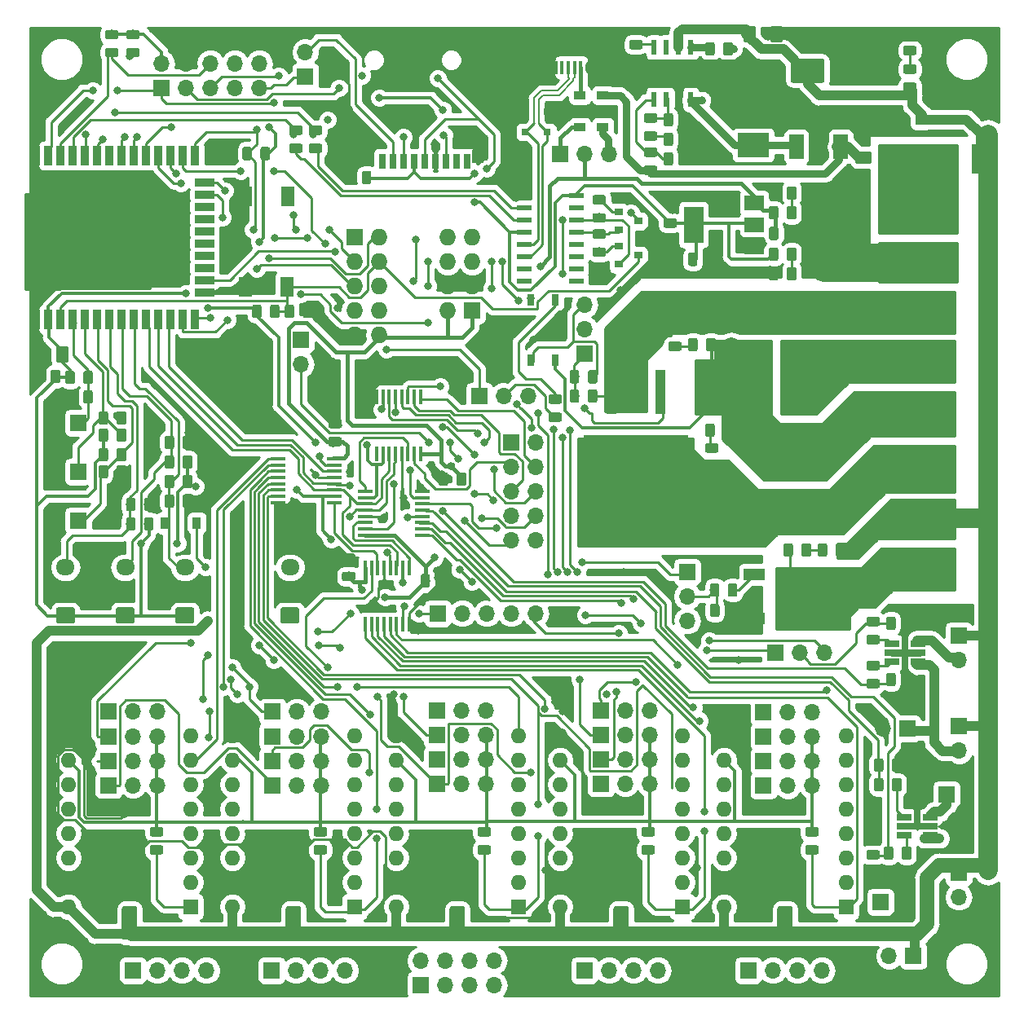
<source format=gtl>
G04 #@! TF.GenerationSoftware,KiCad,Pcbnew,5.0.2-bee76a0~70~ubuntu18.04.1*
G04 #@! TF.CreationDate,2019-10-06T12:15:49+09:00*
G04 #@! TF.ProjectId,MRR_ESPE,4d52525f-4553-4504-952e-6b696361645f,v0.5*
G04 #@! TF.SameCoordinates,Original*
G04 #@! TF.FileFunction,Copper,L1,Top*
G04 #@! TF.FilePolarity,Positive*
%FSLAX46Y46*%
G04 Gerber Fmt 4.6, Leading zero omitted, Abs format (unit mm)*
G04 Created by KiCad (PCBNEW 5.0.2-bee76a0~70~ubuntu18.04.1) date Sun 06 Oct 2019 12:15:49 PM JST*
%MOMM*%
%LPD*%
G01*
G04 APERTURE LIST*
G04 #@! TA.AperFunction,Conductor*
%ADD10C,0.100000*%
G04 #@! TD*
G04 #@! TA.AperFunction,SMDPad,CuDef*
%ADD11C,0.975000*%
G04 #@! TD*
G04 #@! TA.AperFunction,SMDPad,CuDef*
%ADD12C,3.750000*%
G04 #@! TD*
G04 #@! TA.AperFunction,ComponentPad*
%ADD13O,1.700000X1.700000*%
G04 #@! TD*
G04 #@! TA.AperFunction,ComponentPad*
%ADD14R,1.700000X1.700000*%
G04 #@! TD*
G04 #@! TA.AperFunction,SMDPad,CuDef*
%ADD15R,1.450000X2.100000*%
G04 #@! TD*
G04 #@! TA.AperFunction,SMDPad,CuDef*
%ADD16R,1.500000X1.900000*%
G04 #@! TD*
G04 #@! TA.AperFunction,ComponentPad*
%ADD17C,1.450000*%
G04 #@! TD*
G04 #@! TA.AperFunction,SMDPad,CuDef*
%ADD18R,0.400000X1.350000*%
G04 #@! TD*
G04 #@! TA.AperFunction,ComponentPad*
%ADD19O,1.200000X1.900000*%
G04 #@! TD*
G04 #@! TA.AperFunction,SMDPad,CuDef*
%ADD20R,1.200000X1.900000*%
G04 #@! TD*
G04 #@! TA.AperFunction,ComponentPad*
%ADD21O,1.727200X1.727200*%
G04 #@! TD*
G04 #@! TA.AperFunction,ComponentPad*
%ADD22R,1.727200X1.727200*%
G04 #@! TD*
G04 #@! TA.AperFunction,SMDPad,CuDef*
%ADD23C,2.500000*%
G04 #@! TD*
G04 #@! TA.AperFunction,SMDPad,CuDef*
%ADD24C,1.250000*%
G04 #@! TD*
G04 #@! TA.AperFunction,SMDPad,CuDef*
%ADD25C,1.600000*%
G04 #@! TD*
G04 #@! TA.AperFunction,ComponentPad*
%ADD26C,2.600000*%
G04 #@! TD*
G04 #@! TA.AperFunction,ComponentPad*
%ADD27R,2.600000X2.600000*%
G04 #@! TD*
G04 #@! TA.AperFunction,SMDPad,CuDef*
%ADD28R,10.800000X9.400000*%
G04 #@! TD*
G04 #@! TA.AperFunction,SMDPad,CuDef*
%ADD29R,1.100000X4.600000*%
G04 #@! TD*
G04 #@! TA.AperFunction,SMDPad,CuDef*
%ADD30R,6.400000X5.800000*%
G04 #@! TD*
G04 #@! TA.AperFunction,SMDPad,CuDef*
%ADD31R,2.200000X1.200000*%
G04 #@! TD*
G04 #@! TA.AperFunction,SMDPad,CuDef*
%ADD32R,0.900000X0.800000*%
G04 #@! TD*
G04 #@! TA.AperFunction,SMDPad,CuDef*
%ADD33R,5.000000X5.000000*%
G04 #@! TD*
G04 #@! TA.AperFunction,SMDPad,CuDef*
%ADD34R,0.900000X2.000000*%
G04 #@! TD*
G04 #@! TA.AperFunction,SMDPad,CuDef*
%ADD35R,2.000000X0.900000*%
G04 #@! TD*
G04 #@! TA.AperFunction,ViaPad*
%ADD36C,0.600000*%
G04 #@! TD*
G04 #@! TA.AperFunction,SMDPad,CuDef*
%ADD37R,0.600000X1.550000*%
G04 #@! TD*
G04 #@! TA.AperFunction,Conductor*
%ADD38R,4.500000X2.950000*%
G04 #@! TD*
G04 #@! TA.AperFunction,SMDPad,CuDef*
%ADD39R,3.100000X2.600000*%
G04 #@! TD*
G04 #@! TA.AperFunction,SMDPad,CuDef*
%ADD40R,1.500000X0.600000*%
G04 #@! TD*
G04 #@! TA.AperFunction,SMDPad,CuDef*
%ADD41R,2.000000X1.500000*%
G04 #@! TD*
G04 #@! TA.AperFunction,SMDPad,CuDef*
%ADD42R,2.000000X3.800000*%
G04 #@! TD*
G04 #@! TA.AperFunction,ComponentPad*
%ADD43O,1.600000X1.600000*%
G04 #@! TD*
G04 #@! TA.AperFunction,ComponentPad*
%ADD44R,1.600000X1.600000*%
G04 #@! TD*
G04 #@! TA.AperFunction,SMDPad,CuDef*
%ADD45R,0.700000X1.600000*%
G04 #@! TD*
G04 #@! TA.AperFunction,SMDPad,CuDef*
%ADD46R,1.200000X1.400000*%
G04 #@! TD*
G04 #@! TA.AperFunction,SMDPad,CuDef*
%ADD47R,1.600000X1.400000*%
G04 #@! TD*
G04 #@! TA.AperFunction,SMDPad,CuDef*
%ADD48R,1.200000X2.200000*%
G04 #@! TD*
G04 #@! TA.AperFunction,SMDPad,CuDef*
%ADD49R,1.960000X3.150000*%
G04 #@! TD*
G04 #@! TA.AperFunction,SMDPad,CuDef*
%ADD50R,1.500000X2.500000*%
G04 #@! TD*
G04 #@! TA.AperFunction,SMDPad,CuDef*
%ADD51R,3.300000X2.500000*%
G04 #@! TD*
G04 #@! TA.AperFunction,SMDPad,CuDef*
%ADD52R,0.900000X1.200000*%
G04 #@! TD*
G04 #@! TA.AperFunction,SMDPad,CuDef*
%ADD53R,1.100000X1.100000*%
G04 #@! TD*
G04 #@! TA.AperFunction,SMDPad,CuDef*
%ADD54R,0.800000X0.800000*%
G04 #@! TD*
G04 #@! TA.AperFunction,SMDPad,CuDef*
%ADD55R,0.800000X1.200000*%
G04 #@! TD*
G04 #@! TA.AperFunction,SMDPad,CuDef*
%ADD56R,1.200000X0.900000*%
G04 #@! TD*
G04 #@! TA.AperFunction,SMDPad,CuDef*
%ADD57R,1.560000X0.650000*%
G04 #@! TD*
G04 #@! TA.AperFunction,SMDPad,CuDef*
%ADD58R,1.500000X0.450000*%
G04 #@! TD*
G04 #@! TA.AperFunction,SMDPad,CuDef*
%ADD59R,0.450000X1.500000*%
G04 #@! TD*
G04 #@! TA.AperFunction,ComponentPad*
%ADD60C,1.700000*%
G04 #@! TD*
G04 #@! TA.AperFunction,ComponentPad*
%ADD61O,1.950000X1.700000*%
G04 #@! TD*
G04 #@! TA.AperFunction,ViaPad*
%ADD62C,0.800000*%
G04 #@! TD*
G04 #@! TA.AperFunction,Conductor*
%ADD63C,4.000000*%
G04 #@! TD*
G04 #@! TA.AperFunction,Conductor*
%ADD64C,2.500000*%
G04 #@! TD*
G04 #@! TA.AperFunction,Conductor*
%ADD65C,0.250000*%
G04 #@! TD*
G04 #@! TA.AperFunction,Conductor*
%ADD66C,0.700000*%
G04 #@! TD*
G04 #@! TA.AperFunction,Conductor*
%ADD67C,0.800000*%
G04 #@! TD*
G04 #@! TA.AperFunction,Conductor*
%ADD68C,3.000000*%
G04 #@! TD*
G04 #@! TA.AperFunction,Conductor*
%ADD69C,1.000000*%
G04 #@! TD*
G04 #@! TA.AperFunction,Conductor*
%ADD70C,1.500000*%
G04 #@! TD*
G04 #@! TA.AperFunction,Conductor*
%ADD71C,2.000000*%
G04 #@! TD*
G04 #@! TA.AperFunction,Conductor*
%ADD72C,0.300000*%
G04 #@! TD*
G04 #@! TA.AperFunction,Conductor*
%ADD73C,0.400000*%
G04 #@! TD*
G04 #@! TA.AperFunction,Conductor*
%ADD74C,0.200000*%
G04 #@! TD*
G04 #@! TA.AperFunction,Conductor*
%ADD75C,0.254000*%
G04 #@! TD*
G04 APERTURE END LIST*
D10*
G04 #@! TO.N,GND*
G04 #@! TO.C,C14*
G36*
X107930142Y-64101174D02*
X107953803Y-64104684D01*
X107977007Y-64110496D01*
X107999529Y-64118554D01*
X108021153Y-64128782D01*
X108041670Y-64141079D01*
X108060883Y-64155329D01*
X108078607Y-64171393D01*
X108094671Y-64189117D01*
X108108921Y-64208330D01*
X108121218Y-64228847D01*
X108131446Y-64250471D01*
X108139504Y-64272993D01*
X108145316Y-64296197D01*
X108148826Y-64319858D01*
X108150000Y-64343750D01*
X108150000Y-65256250D01*
X108148826Y-65280142D01*
X108145316Y-65303803D01*
X108139504Y-65327007D01*
X108131446Y-65349529D01*
X108121218Y-65371153D01*
X108108921Y-65391670D01*
X108094671Y-65410883D01*
X108078607Y-65428607D01*
X108060883Y-65444671D01*
X108041670Y-65458921D01*
X108021153Y-65471218D01*
X107999529Y-65481446D01*
X107977007Y-65489504D01*
X107953803Y-65495316D01*
X107930142Y-65498826D01*
X107906250Y-65500000D01*
X107418750Y-65500000D01*
X107394858Y-65498826D01*
X107371197Y-65495316D01*
X107347993Y-65489504D01*
X107325471Y-65481446D01*
X107303847Y-65471218D01*
X107283330Y-65458921D01*
X107264117Y-65444671D01*
X107246393Y-65428607D01*
X107230329Y-65410883D01*
X107216079Y-65391670D01*
X107203782Y-65371153D01*
X107193554Y-65349529D01*
X107185496Y-65327007D01*
X107179684Y-65303803D01*
X107176174Y-65280142D01*
X107175000Y-65256250D01*
X107175000Y-64343750D01*
X107176174Y-64319858D01*
X107179684Y-64296197D01*
X107185496Y-64272993D01*
X107193554Y-64250471D01*
X107203782Y-64228847D01*
X107216079Y-64208330D01*
X107230329Y-64189117D01*
X107246393Y-64171393D01*
X107264117Y-64155329D01*
X107283330Y-64141079D01*
X107303847Y-64128782D01*
X107325471Y-64118554D01*
X107347993Y-64110496D01*
X107371197Y-64104684D01*
X107394858Y-64101174D01*
X107418750Y-64100000D01*
X107906250Y-64100000D01*
X107930142Y-64101174D01*
X107930142Y-64101174D01*
G37*
D11*
G04 #@! TD*
G04 #@! TO.P,C14,2*
G04 #@! TO.N,GND*
X107662500Y-64800000D03*
D10*
G04 #@! TO.N,+3V3*
G04 #@! TO.C,C14*
G36*
X109805142Y-64101174D02*
X109828803Y-64104684D01*
X109852007Y-64110496D01*
X109874529Y-64118554D01*
X109896153Y-64128782D01*
X109916670Y-64141079D01*
X109935883Y-64155329D01*
X109953607Y-64171393D01*
X109969671Y-64189117D01*
X109983921Y-64208330D01*
X109996218Y-64228847D01*
X110006446Y-64250471D01*
X110014504Y-64272993D01*
X110020316Y-64296197D01*
X110023826Y-64319858D01*
X110025000Y-64343750D01*
X110025000Y-65256250D01*
X110023826Y-65280142D01*
X110020316Y-65303803D01*
X110014504Y-65327007D01*
X110006446Y-65349529D01*
X109996218Y-65371153D01*
X109983921Y-65391670D01*
X109969671Y-65410883D01*
X109953607Y-65428607D01*
X109935883Y-65444671D01*
X109916670Y-65458921D01*
X109896153Y-65471218D01*
X109874529Y-65481446D01*
X109852007Y-65489504D01*
X109828803Y-65495316D01*
X109805142Y-65498826D01*
X109781250Y-65500000D01*
X109293750Y-65500000D01*
X109269858Y-65498826D01*
X109246197Y-65495316D01*
X109222993Y-65489504D01*
X109200471Y-65481446D01*
X109178847Y-65471218D01*
X109158330Y-65458921D01*
X109139117Y-65444671D01*
X109121393Y-65428607D01*
X109105329Y-65410883D01*
X109091079Y-65391670D01*
X109078782Y-65371153D01*
X109068554Y-65349529D01*
X109060496Y-65327007D01*
X109054684Y-65303803D01*
X109051174Y-65280142D01*
X109050000Y-65256250D01*
X109050000Y-64343750D01*
X109051174Y-64319858D01*
X109054684Y-64296197D01*
X109060496Y-64272993D01*
X109068554Y-64250471D01*
X109078782Y-64228847D01*
X109091079Y-64208330D01*
X109105329Y-64189117D01*
X109121393Y-64171393D01*
X109139117Y-64155329D01*
X109158330Y-64141079D01*
X109178847Y-64128782D01*
X109200471Y-64118554D01*
X109222993Y-64110496D01*
X109246197Y-64104684D01*
X109269858Y-64101174D01*
X109293750Y-64100000D01*
X109781250Y-64100000D01*
X109805142Y-64101174D01*
X109805142Y-64101174D01*
G37*
D11*
G04 #@! TD*
G04 #@! TO.P,C14,1*
G04 #@! TO.N,+3V3*
X109537500Y-64800000D03*
D10*
G04 #@! TO.N,GND*
G04 #@! TO.C,C13*
G36*
X120105142Y-61401174D02*
X120128803Y-61404684D01*
X120152007Y-61410496D01*
X120174529Y-61418554D01*
X120196153Y-61428782D01*
X120216670Y-61441079D01*
X120235883Y-61455329D01*
X120253607Y-61471393D01*
X120269671Y-61489117D01*
X120283921Y-61508330D01*
X120296218Y-61528847D01*
X120306446Y-61550471D01*
X120314504Y-61572993D01*
X120320316Y-61596197D01*
X120323826Y-61619858D01*
X120325000Y-61643750D01*
X120325000Y-62556250D01*
X120323826Y-62580142D01*
X120320316Y-62603803D01*
X120314504Y-62627007D01*
X120306446Y-62649529D01*
X120296218Y-62671153D01*
X120283921Y-62691670D01*
X120269671Y-62710883D01*
X120253607Y-62728607D01*
X120235883Y-62744671D01*
X120216670Y-62758921D01*
X120196153Y-62771218D01*
X120174529Y-62781446D01*
X120152007Y-62789504D01*
X120128803Y-62795316D01*
X120105142Y-62798826D01*
X120081250Y-62800000D01*
X119593750Y-62800000D01*
X119569858Y-62798826D01*
X119546197Y-62795316D01*
X119522993Y-62789504D01*
X119500471Y-62781446D01*
X119478847Y-62771218D01*
X119458330Y-62758921D01*
X119439117Y-62744671D01*
X119421393Y-62728607D01*
X119405329Y-62710883D01*
X119391079Y-62691670D01*
X119378782Y-62671153D01*
X119368554Y-62649529D01*
X119360496Y-62627007D01*
X119354684Y-62603803D01*
X119351174Y-62580142D01*
X119350000Y-62556250D01*
X119350000Y-61643750D01*
X119351174Y-61619858D01*
X119354684Y-61596197D01*
X119360496Y-61572993D01*
X119368554Y-61550471D01*
X119378782Y-61528847D01*
X119391079Y-61508330D01*
X119405329Y-61489117D01*
X119421393Y-61471393D01*
X119439117Y-61455329D01*
X119458330Y-61441079D01*
X119478847Y-61428782D01*
X119500471Y-61418554D01*
X119522993Y-61410496D01*
X119546197Y-61404684D01*
X119569858Y-61401174D01*
X119593750Y-61400000D01*
X120081250Y-61400000D01*
X120105142Y-61401174D01*
X120105142Y-61401174D01*
G37*
D11*
G04 #@! TD*
G04 #@! TO.P,C13,2*
G04 #@! TO.N,GND*
X119837500Y-62100000D03*
D10*
G04 #@! TO.N,+5V*
G04 #@! TO.C,C13*
G36*
X118230142Y-61401174D02*
X118253803Y-61404684D01*
X118277007Y-61410496D01*
X118299529Y-61418554D01*
X118321153Y-61428782D01*
X118341670Y-61441079D01*
X118360883Y-61455329D01*
X118378607Y-61471393D01*
X118394671Y-61489117D01*
X118408921Y-61508330D01*
X118421218Y-61528847D01*
X118431446Y-61550471D01*
X118439504Y-61572993D01*
X118445316Y-61596197D01*
X118448826Y-61619858D01*
X118450000Y-61643750D01*
X118450000Y-62556250D01*
X118448826Y-62580142D01*
X118445316Y-62603803D01*
X118439504Y-62627007D01*
X118431446Y-62649529D01*
X118421218Y-62671153D01*
X118408921Y-62691670D01*
X118394671Y-62710883D01*
X118378607Y-62728607D01*
X118360883Y-62744671D01*
X118341670Y-62758921D01*
X118321153Y-62771218D01*
X118299529Y-62781446D01*
X118277007Y-62789504D01*
X118253803Y-62795316D01*
X118230142Y-62798826D01*
X118206250Y-62800000D01*
X117718750Y-62800000D01*
X117694858Y-62798826D01*
X117671197Y-62795316D01*
X117647993Y-62789504D01*
X117625471Y-62781446D01*
X117603847Y-62771218D01*
X117583330Y-62758921D01*
X117564117Y-62744671D01*
X117546393Y-62728607D01*
X117530329Y-62710883D01*
X117516079Y-62691670D01*
X117503782Y-62671153D01*
X117493554Y-62649529D01*
X117485496Y-62627007D01*
X117479684Y-62603803D01*
X117476174Y-62580142D01*
X117475000Y-62556250D01*
X117475000Y-61643750D01*
X117476174Y-61619858D01*
X117479684Y-61596197D01*
X117485496Y-61572993D01*
X117493554Y-61550471D01*
X117503782Y-61528847D01*
X117516079Y-61508330D01*
X117530329Y-61489117D01*
X117546393Y-61471393D01*
X117564117Y-61455329D01*
X117583330Y-61441079D01*
X117603847Y-61428782D01*
X117625471Y-61418554D01*
X117647993Y-61410496D01*
X117671197Y-61404684D01*
X117694858Y-61401174D01*
X117718750Y-61400000D01*
X118206250Y-61400000D01*
X118230142Y-61401174D01*
X118230142Y-61401174D01*
G37*
D11*
G04 #@! TD*
G04 #@! TO.P,C13,1*
G04 #@! TO.N,+5V*
X117962500Y-62100000D03*
D10*
G04 #@! TO.N,Net-(F2-Pad2)*
G04 #@! TO.C,F2*
G36*
X123027196Y-76027257D02*
X123072699Y-76034007D01*
X123117321Y-76045184D01*
X123160633Y-76060681D01*
X123202217Y-76080349D01*
X123241674Y-76103999D01*
X123278622Y-76131401D01*
X123312706Y-76162294D01*
X123343599Y-76196378D01*
X123371001Y-76233326D01*
X123394651Y-76272783D01*
X123414319Y-76314367D01*
X123429816Y-76357679D01*
X123440993Y-76402301D01*
X123447743Y-76447804D01*
X123450000Y-76493750D01*
X123450000Y-79306250D01*
X123447743Y-79352196D01*
X123440993Y-79397699D01*
X123429816Y-79442321D01*
X123414319Y-79485633D01*
X123394651Y-79527217D01*
X123371001Y-79566674D01*
X123343599Y-79603622D01*
X123312706Y-79637706D01*
X123278622Y-79668599D01*
X123241674Y-79696001D01*
X123202217Y-79719651D01*
X123160633Y-79739319D01*
X123117321Y-79754816D01*
X123072699Y-79765993D01*
X123027196Y-79772743D01*
X122981250Y-79775000D01*
X119918750Y-79775000D01*
X119872804Y-79772743D01*
X119827301Y-79765993D01*
X119782679Y-79754816D01*
X119739367Y-79739319D01*
X119697783Y-79719651D01*
X119658326Y-79696001D01*
X119621378Y-79668599D01*
X119587294Y-79637706D01*
X119556401Y-79603622D01*
X119528999Y-79566674D01*
X119505349Y-79527217D01*
X119485681Y-79485633D01*
X119470184Y-79442321D01*
X119459007Y-79397699D01*
X119452257Y-79352196D01*
X119450000Y-79306250D01*
X119450000Y-76493750D01*
X119452257Y-76447804D01*
X119459007Y-76402301D01*
X119470184Y-76357679D01*
X119485681Y-76314367D01*
X119505349Y-76272783D01*
X119528999Y-76233326D01*
X119556401Y-76196378D01*
X119587294Y-76162294D01*
X119621378Y-76131401D01*
X119658326Y-76103999D01*
X119697783Y-76080349D01*
X119739367Y-76060681D01*
X119782679Y-76045184D01*
X119827301Y-76034007D01*
X119872804Y-76027257D01*
X119918750Y-76025000D01*
X122981250Y-76025000D01*
X123027196Y-76027257D01*
X123027196Y-76027257D01*
G37*
D12*
G04 #@! TD*
G04 #@! TO.P,F2,2*
G04 #@! TO.N,Net-(F2-Pad2)*
X121450000Y-77900000D03*
D10*
G04 #@! TO.N,VBED*
G04 #@! TO.C,F2*
G36*
X116527196Y-76027257D02*
X116572699Y-76034007D01*
X116617321Y-76045184D01*
X116660633Y-76060681D01*
X116702217Y-76080349D01*
X116741674Y-76103999D01*
X116778622Y-76131401D01*
X116812706Y-76162294D01*
X116843599Y-76196378D01*
X116871001Y-76233326D01*
X116894651Y-76272783D01*
X116914319Y-76314367D01*
X116929816Y-76357679D01*
X116940993Y-76402301D01*
X116947743Y-76447804D01*
X116950000Y-76493750D01*
X116950000Y-79306250D01*
X116947743Y-79352196D01*
X116940993Y-79397699D01*
X116929816Y-79442321D01*
X116914319Y-79485633D01*
X116894651Y-79527217D01*
X116871001Y-79566674D01*
X116843599Y-79603622D01*
X116812706Y-79637706D01*
X116778622Y-79668599D01*
X116741674Y-79696001D01*
X116702217Y-79719651D01*
X116660633Y-79739319D01*
X116617321Y-79754816D01*
X116572699Y-79765993D01*
X116527196Y-79772743D01*
X116481250Y-79775000D01*
X113418750Y-79775000D01*
X113372804Y-79772743D01*
X113327301Y-79765993D01*
X113282679Y-79754816D01*
X113239367Y-79739319D01*
X113197783Y-79719651D01*
X113158326Y-79696001D01*
X113121378Y-79668599D01*
X113087294Y-79637706D01*
X113056401Y-79603622D01*
X113028999Y-79566674D01*
X113005349Y-79527217D01*
X112985681Y-79485633D01*
X112970184Y-79442321D01*
X112959007Y-79397699D01*
X112952257Y-79352196D01*
X112950000Y-79306250D01*
X112950000Y-76493750D01*
X112952257Y-76447804D01*
X112959007Y-76402301D01*
X112970184Y-76357679D01*
X112985681Y-76314367D01*
X113005349Y-76272783D01*
X113028999Y-76233326D01*
X113056401Y-76196378D01*
X113087294Y-76162294D01*
X113121378Y-76131401D01*
X113158326Y-76103999D01*
X113197783Y-76080349D01*
X113239367Y-76060681D01*
X113282679Y-76045184D01*
X113327301Y-76034007D01*
X113372804Y-76027257D01*
X113418750Y-76025000D01*
X116481250Y-76025000D01*
X116527196Y-76027257D01*
X116527196Y-76027257D01*
G37*
D12*
G04 #@! TD*
G04 #@! TO.P,F2,1*
G04 #@! TO.N,VBED*
X114950000Y-77900000D03*
D10*
G04 #@! TO.N,Net-(C10-Pad1)*
G04 #@! TO.C,C10*
G36*
X113473142Y-42227174D02*
X113496803Y-42230684D01*
X113520007Y-42236496D01*
X113542529Y-42244554D01*
X113564153Y-42254782D01*
X113584670Y-42267079D01*
X113603883Y-42281329D01*
X113621607Y-42297393D01*
X113637671Y-42315117D01*
X113651921Y-42334330D01*
X113664218Y-42354847D01*
X113674446Y-42376471D01*
X113682504Y-42398993D01*
X113688316Y-42422197D01*
X113691826Y-42445858D01*
X113693000Y-42469750D01*
X113693000Y-43382250D01*
X113691826Y-43406142D01*
X113688316Y-43429803D01*
X113682504Y-43453007D01*
X113674446Y-43475529D01*
X113664218Y-43497153D01*
X113651921Y-43517670D01*
X113637671Y-43536883D01*
X113621607Y-43554607D01*
X113603883Y-43570671D01*
X113584670Y-43584921D01*
X113564153Y-43597218D01*
X113542529Y-43607446D01*
X113520007Y-43615504D01*
X113496803Y-43621316D01*
X113473142Y-43624826D01*
X113449250Y-43626000D01*
X112961750Y-43626000D01*
X112937858Y-43624826D01*
X112914197Y-43621316D01*
X112890993Y-43615504D01*
X112868471Y-43607446D01*
X112846847Y-43597218D01*
X112826330Y-43584921D01*
X112807117Y-43570671D01*
X112789393Y-43554607D01*
X112773329Y-43536883D01*
X112759079Y-43517670D01*
X112746782Y-43497153D01*
X112736554Y-43475529D01*
X112728496Y-43453007D01*
X112722684Y-43429803D01*
X112719174Y-43406142D01*
X112718000Y-43382250D01*
X112718000Y-42469750D01*
X112719174Y-42445858D01*
X112722684Y-42422197D01*
X112728496Y-42398993D01*
X112736554Y-42376471D01*
X112746782Y-42354847D01*
X112759079Y-42334330D01*
X112773329Y-42315117D01*
X112789393Y-42297393D01*
X112807117Y-42281329D01*
X112826330Y-42267079D01*
X112846847Y-42254782D01*
X112868471Y-42244554D01*
X112890993Y-42236496D01*
X112914197Y-42230684D01*
X112937858Y-42227174D01*
X112961750Y-42226000D01*
X113449250Y-42226000D01*
X113473142Y-42227174D01*
X113473142Y-42227174D01*
G37*
D11*
G04 #@! TD*
G04 #@! TO.P,C10,1*
G04 #@! TO.N,Net-(C10-Pad1)*
X113205500Y-42926000D03*
D10*
G04 #@! TO.N,Net-(C10-Pad2)*
G04 #@! TO.C,C10*
G36*
X111598142Y-42227174D02*
X111621803Y-42230684D01*
X111645007Y-42236496D01*
X111667529Y-42244554D01*
X111689153Y-42254782D01*
X111709670Y-42267079D01*
X111728883Y-42281329D01*
X111746607Y-42297393D01*
X111762671Y-42315117D01*
X111776921Y-42334330D01*
X111789218Y-42354847D01*
X111799446Y-42376471D01*
X111807504Y-42398993D01*
X111813316Y-42422197D01*
X111816826Y-42445858D01*
X111818000Y-42469750D01*
X111818000Y-43382250D01*
X111816826Y-43406142D01*
X111813316Y-43429803D01*
X111807504Y-43453007D01*
X111799446Y-43475529D01*
X111789218Y-43497153D01*
X111776921Y-43517670D01*
X111762671Y-43536883D01*
X111746607Y-43554607D01*
X111728883Y-43570671D01*
X111709670Y-43584921D01*
X111689153Y-43597218D01*
X111667529Y-43607446D01*
X111645007Y-43615504D01*
X111621803Y-43621316D01*
X111598142Y-43624826D01*
X111574250Y-43626000D01*
X111086750Y-43626000D01*
X111062858Y-43624826D01*
X111039197Y-43621316D01*
X111015993Y-43615504D01*
X110993471Y-43607446D01*
X110971847Y-43597218D01*
X110951330Y-43584921D01*
X110932117Y-43570671D01*
X110914393Y-43554607D01*
X110898329Y-43536883D01*
X110884079Y-43517670D01*
X110871782Y-43497153D01*
X110861554Y-43475529D01*
X110853496Y-43453007D01*
X110847684Y-43429803D01*
X110844174Y-43406142D01*
X110843000Y-43382250D01*
X110843000Y-42469750D01*
X110844174Y-42445858D01*
X110847684Y-42422197D01*
X110853496Y-42398993D01*
X110861554Y-42376471D01*
X110871782Y-42354847D01*
X110884079Y-42334330D01*
X110898329Y-42315117D01*
X110914393Y-42297393D01*
X110932117Y-42281329D01*
X110951330Y-42267079D01*
X110971847Y-42254782D01*
X110993471Y-42244554D01*
X111015993Y-42236496D01*
X111039197Y-42230684D01*
X111062858Y-42227174D01*
X111086750Y-42226000D01*
X111574250Y-42226000D01*
X111598142Y-42227174D01*
X111598142Y-42227174D01*
G37*
D11*
G04 #@! TD*
G04 #@! TO.P,C10,2*
G04 #@! TO.N,Net-(C10-Pad2)*
X111330500Y-42926000D03*
D13*
G04 #@! TO.P,J11,10*
G04 #@! TO.N,Q159*
X93218000Y-93980000D03*
G04 #@! TO.P,J11,9*
G04 #@! TO.N,Q158*
X90678000Y-93980000D03*
G04 #@! TO.P,J11,8*
G04 #@! TO.N,Q157*
X93218000Y-91440000D03*
G04 #@! TO.P,J11,7*
G04 #@! TO.N,Q156*
X90678000Y-91440000D03*
G04 #@! TO.P,J11,6*
G04 #@! TO.N,Q155*
X93218000Y-88900000D03*
G04 #@! TO.P,J11,5*
G04 #@! TO.N,Q154*
X90678000Y-88900000D03*
G04 #@! TO.P,J11,4*
G04 #@! TO.N,Q153*
X93218000Y-86360000D03*
G04 #@! TO.P,J11,3*
G04 #@! TO.N,Q152*
X90678000Y-86360000D03*
G04 #@! TO.P,J11,2*
G04 #@! TO.N,Q150*
X93218000Y-83820000D03*
D14*
G04 #@! TO.P,J11,1*
G04 #@! TO.N,Q143*
X90678000Y-83820000D03*
G04 #@! TD*
D15*
G04 #@! TO.P,SW1,2*
G04 #@! TO.N,EN*
X67378000Y-67692000D03*
G04 #@! TO.P,SW1,3*
G04 #@! TO.N,N/C*
X67478000Y-58292000D03*
G04 #@! TO.P,SW1,1*
G04 #@! TO.N,GND*
X63078000Y-58292000D03*
X63078000Y-67692000D03*
G04 #@! TD*
D16*
G04 #@! TO.P,J16,6*
G04 #@! TO.N,GND*
X95600000Y-42162500D03*
D17*
X99100000Y-44862500D03*
D18*
G04 #@! TO.P,J16,2*
G04 #@! TO.N,/D-*
X97250000Y-44862500D03*
G04 #@! TO.P,J16,1*
G04 #@! TO.N,VUSB*
X97900000Y-44862500D03*
G04 #@! TO.P,J16,5*
G04 #@! TO.N,GND*
X95300000Y-44862500D03*
G04 #@! TO.P,J16,4*
G04 #@! TO.N,N/C*
X95950000Y-44862500D03*
G04 #@! TO.P,J16,3*
G04 #@! TO.N,/D+*
X96600000Y-44862500D03*
D17*
G04 #@! TO.P,J16,6*
G04 #@! TO.N,GND*
X94100000Y-44862500D03*
D16*
X97600000Y-42162500D03*
D19*
X100100000Y-42162500D03*
X93100000Y-42162500D03*
D20*
X93700000Y-42162500D03*
X99500000Y-42162500D03*
G04 #@! TD*
D21*
G04 #@! TO.P,J15,8*
G04 #@! TO.N,UART+*
X84074000Y-62484000D03*
G04 #@! TO.P,J15,7*
G04 #@! TO.N,N/C*
X86614000Y-62484000D03*
G04 #@! TO.P,J15,6*
G04 #@! TO.N,UART-*
X84074000Y-65024000D03*
G04 #@! TO.P,J15,5*
G04 #@! TO.N,N/C*
X86614000Y-65024000D03*
G04 #@! TO.P,J15,4*
G04 #@! TO.N,GND*
X84074000Y-67564000D03*
G04 #@! TO.P,J15,3*
X86614000Y-67564000D03*
G04 #@! TO.P,J15,2*
G04 #@! TO.N,+5V*
X84074000Y-70104000D03*
D22*
G04 #@! TO.P,J15,1*
X86614000Y-70104000D03*
G04 #@! TD*
D10*
G04 #@! TO.N,X_MIN*
G04 #@! TO.C,C1*
G36*
X51438142Y-89571174D02*
X51461803Y-89574684D01*
X51485007Y-89580496D01*
X51507529Y-89588554D01*
X51529153Y-89598782D01*
X51549670Y-89611079D01*
X51568883Y-89625329D01*
X51586607Y-89641393D01*
X51602671Y-89659117D01*
X51616921Y-89678330D01*
X51629218Y-89698847D01*
X51639446Y-89720471D01*
X51647504Y-89742993D01*
X51653316Y-89766197D01*
X51656826Y-89789858D01*
X51658000Y-89813750D01*
X51658000Y-90726250D01*
X51656826Y-90750142D01*
X51653316Y-90773803D01*
X51647504Y-90797007D01*
X51639446Y-90819529D01*
X51629218Y-90841153D01*
X51616921Y-90861670D01*
X51602671Y-90880883D01*
X51586607Y-90898607D01*
X51568883Y-90914671D01*
X51549670Y-90928921D01*
X51529153Y-90941218D01*
X51507529Y-90951446D01*
X51485007Y-90959504D01*
X51461803Y-90965316D01*
X51438142Y-90968826D01*
X51414250Y-90970000D01*
X50926750Y-90970000D01*
X50902858Y-90968826D01*
X50879197Y-90965316D01*
X50855993Y-90959504D01*
X50833471Y-90951446D01*
X50811847Y-90941218D01*
X50791330Y-90928921D01*
X50772117Y-90914671D01*
X50754393Y-90898607D01*
X50738329Y-90880883D01*
X50724079Y-90861670D01*
X50711782Y-90841153D01*
X50701554Y-90819529D01*
X50693496Y-90797007D01*
X50687684Y-90773803D01*
X50684174Y-90750142D01*
X50683000Y-90726250D01*
X50683000Y-89813750D01*
X50684174Y-89789858D01*
X50687684Y-89766197D01*
X50693496Y-89742993D01*
X50701554Y-89720471D01*
X50711782Y-89698847D01*
X50724079Y-89678330D01*
X50738329Y-89659117D01*
X50754393Y-89641393D01*
X50772117Y-89625329D01*
X50791330Y-89611079D01*
X50811847Y-89598782D01*
X50833471Y-89588554D01*
X50855993Y-89580496D01*
X50879197Y-89574684D01*
X50902858Y-89571174D01*
X50926750Y-89570000D01*
X51414250Y-89570000D01*
X51438142Y-89571174D01*
X51438142Y-89571174D01*
G37*
D11*
G04 #@! TD*
G04 #@! TO.P,C1,2*
G04 #@! TO.N,X_MIN*
X51170500Y-90270000D03*
D10*
G04 #@! TO.N,GND*
G04 #@! TO.C,C1*
G36*
X53313142Y-89571174D02*
X53336803Y-89574684D01*
X53360007Y-89580496D01*
X53382529Y-89588554D01*
X53404153Y-89598782D01*
X53424670Y-89611079D01*
X53443883Y-89625329D01*
X53461607Y-89641393D01*
X53477671Y-89659117D01*
X53491921Y-89678330D01*
X53504218Y-89698847D01*
X53514446Y-89720471D01*
X53522504Y-89742993D01*
X53528316Y-89766197D01*
X53531826Y-89789858D01*
X53533000Y-89813750D01*
X53533000Y-90726250D01*
X53531826Y-90750142D01*
X53528316Y-90773803D01*
X53522504Y-90797007D01*
X53514446Y-90819529D01*
X53504218Y-90841153D01*
X53491921Y-90861670D01*
X53477671Y-90880883D01*
X53461607Y-90898607D01*
X53443883Y-90914671D01*
X53424670Y-90928921D01*
X53404153Y-90941218D01*
X53382529Y-90951446D01*
X53360007Y-90959504D01*
X53336803Y-90965316D01*
X53313142Y-90968826D01*
X53289250Y-90970000D01*
X52801750Y-90970000D01*
X52777858Y-90968826D01*
X52754197Y-90965316D01*
X52730993Y-90959504D01*
X52708471Y-90951446D01*
X52686847Y-90941218D01*
X52666330Y-90928921D01*
X52647117Y-90914671D01*
X52629393Y-90898607D01*
X52613329Y-90880883D01*
X52599079Y-90861670D01*
X52586782Y-90841153D01*
X52576554Y-90819529D01*
X52568496Y-90797007D01*
X52562684Y-90773803D01*
X52559174Y-90750142D01*
X52558000Y-90726250D01*
X52558000Y-89813750D01*
X52559174Y-89789858D01*
X52562684Y-89766197D01*
X52568496Y-89742993D01*
X52576554Y-89720471D01*
X52586782Y-89698847D01*
X52599079Y-89678330D01*
X52613329Y-89659117D01*
X52629393Y-89641393D01*
X52647117Y-89625329D01*
X52666330Y-89611079D01*
X52686847Y-89598782D01*
X52708471Y-89588554D01*
X52730993Y-89580496D01*
X52754197Y-89574684D01*
X52777858Y-89571174D01*
X52801750Y-89570000D01*
X53289250Y-89570000D01*
X53313142Y-89571174D01*
X53313142Y-89571174D01*
G37*
D11*
G04 #@! TD*
G04 #@! TO.P,C1,1*
G04 #@! TO.N,GND*
X53045500Y-90270000D03*
D10*
G04 #@! TO.N,Z_MIN*
G04 #@! TO.C,C2*
G36*
X55464142Y-89217174D02*
X55487803Y-89220684D01*
X55511007Y-89226496D01*
X55533529Y-89234554D01*
X55555153Y-89244782D01*
X55575670Y-89257079D01*
X55594883Y-89271329D01*
X55612607Y-89287393D01*
X55628671Y-89305117D01*
X55642921Y-89324330D01*
X55655218Y-89344847D01*
X55665446Y-89366471D01*
X55673504Y-89388993D01*
X55679316Y-89412197D01*
X55682826Y-89435858D01*
X55684000Y-89459750D01*
X55684000Y-90372250D01*
X55682826Y-90396142D01*
X55679316Y-90419803D01*
X55673504Y-90443007D01*
X55665446Y-90465529D01*
X55655218Y-90487153D01*
X55642921Y-90507670D01*
X55628671Y-90526883D01*
X55612607Y-90544607D01*
X55594883Y-90560671D01*
X55575670Y-90574921D01*
X55555153Y-90587218D01*
X55533529Y-90597446D01*
X55511007Y-90605504D01*
X55487803Y-90611316D01*
X55464142Y-90614826D01*
X55440250Y-90616000D01*
X54952750Y-90616000D01*
X54928858Y-90614826D01*
X54905197Y-90611316D01*
X54881993Y-90605504D01*
X54859471Y-90597446D01*
X54837847Y-90587218D01*
X54817330Y-90574921D01*
X54798117Y-90560671D01*
X54780393Y-90544607D01*
X54764329Y-90526883D01*
X54750079Y-90507670D01*
X54737782Y-90487153D01*
X54727554Y-90465529D01*
X54719496Y-90443007D01*
X54713684Y-90419803D01*
X54710174Y-90396142D01*
X54709000Y-90372250D01*
X54709000Y-89459750D01*
X54710174Y-89435858D01*
X54713684Y-89412197D01*
X54719496Y-89388993D01*
X54727554Y-89366471D01*
X54737782Y-89344847D01*
X54750079Y-89324330D01*
X54764329Y-89305117D01*
X54780393Y-89287393D01*
X54798117Y-89271329D01*
X54817330Y-89257079D01*
X54837847Y-89244782D01*
X54859471Y-89234554D01*
X54881993Y-89226496D01*
X54905197Y-89220684D01*
X54928858Y-89217174D01*
X54952750Y-89216000D01*
X55440250Y-89216000D01*
X55464142Y-89217174D01*
X55464142Y-89217174D01*
G37*
D11*
G04 #@! TD*
G04 #@! TO.P,C2,2*
G04 #@! TO.N,Z_MIN*
X55196500Y-89916000D03*
D10*
G04 #@! TO.N,GND*
G04 #@! TO.C,C2*
G36*
X57339142Y-89217174D02*
X57362803Y-89220684D01*
X57386007Y-89226496D01*
X57408529Y-89234554D01*
X57430153Y-89244782D01*
X57450670Y-89257079D01*
X57469883Y-89271329D01*
X57487607Y-89287393D01*
X57503671Y-89305117D01*
X57517921Y-89324330D01*
X57530218Y-89344847D01*
X57540446Y-89366471D01*
X57548504Y-89388993D01*
X57554316Y-89412197D01*
X57557826Y-89435858D01*
X57559000Y-89459750D01*
X57559000Y-90372250D01*
X57557826Y-90396142D01*
X57554316Y-90419803D01*
X57548504Y-90443007D01*
X57540446Y-90465529D01*
X57530218Y-90487153D01*
X57517921Y-90507670D01*
X57503671Y-90526883D01*
X57487607Y-90544607D01*
X57469883Y-90560671D01*
X57450670Y-90574921D01*
X57430153Y-90587218D01*
X57408529Y-90597446D01*
X57386007Y-90605504D01*
X57362803Y-90611316D01*
X57339142Y-90614826D01*
X57315250Y-90616000D01*
X56827750Y-90616000D01*
X56803858Y-90614826D01*
X56780197Y-90611316D01*
X56756993Y-90605504D01*
X56734471Y-90597446D01*
X56712847Y-90587218D01*
X56692330Y-90574921D01*
X56673117Y-90560671D01*
X56655393Y-90544607D01*
X56639329Y-90526883D01*
X56625079Y-90507670D01*
X56612782Y-90487153D01*
X56602554Y-90465529D01*
X56594496Y-90443007D01*
X56588684Y-90419803D01*
X56585174Y-90396142D01*
X56584000Y-90372250D01*
X56584000Y-89459750D01*
X56585174Y-89435858D01*
X56588684Y-89412197D01*
X56594496Y-89388993D01*
X56602554Y-89366471D01*
X56612782Y-89344847D01*
X56625079Y-89324330D01*
X56639329Y-89305117D01*
X56655393Y-89287393D01*
X56673117Y-89271329D01*
X56692330Y-89257079D01*
X56712847Y-89244782D01*
X56734471Y-89234554D01*
X56756993Y-89226496D01*
X56780197Y-89220684D01*
X56803858Y-89217174D01*
X56827750Y-89216000D01*
X57315250Y-89216000D01*
X57339142Y-89217174D01*
X57339142Y-89217174D01*
G37*
D11*
G04 #@! TD*
G04 #@! TO.P,C2,1*
G04 #@! TO.N,GND*
X57071500Y-89916000D03*
D10*
G04 #@! TO.N,Y_MIN*
G04 #@! TO.C,C3*
G36*
X55464142Y-83121174D02*
X55487803Y-83124684D01*
X55511007Y-83130496D01*
X55533529Y-83138554D01*
X55555153Y-83148782D01*
X55575670Y-83161079D01*
X55594883Y-83175329D01*
X55612607Y-83191393D01*
X55628671Y-83209117D01*
X55642921Y-83228330D01*
X55655218Y-83248847D01*
X55665446Y-83270471D01*
X55673504Y-83292993D01*
X55679316Y-83316197D01*
X55682826Y-83339858D01*
X55684000Y-83363750D01*
X55684000Y-84276250D01*
X55682826Y-84300142D01*
X55679316Y-84323803D01*
X55673504Y-84347007D01*
X55665446Y-84369529D01*
X55655218Y-84391153D01*
X55642921Y-84411670D01*
X55628671Y-84430883D01*
X55612607Y-84448607D01*
X55594883Y-84464671D01*
X55575670Y-84478921D01*
X55555153Y-84491218D01*
X55533529Y-84501446D01*
X55511007Y-84509504D01*
X55487803Y-84515316D01*
X55464142Y-84518826D01*
X55440250Y-84520000D01*
X54952750Y-84520000D01*
X54928858Y-84518826D01*
X54905197Y-84515316D01*
X54881993Y-84509504D01*
X54859471Y-84501446D01*
X54837847Y-84491218D01*
X54817330Y-84478921D01*
X54798117Y-84464671D01*
X54780393Y-84448607D01*
X54764329Y-84430883D01*
X54750079Y-84411670D01*
X54737782Y-84391153D01*
X54727554Y-84369529D01*
X54719496Y-84347007D01*
X54713684Y-84323803D01*
X54710174Y-84300142D01*
X54709000Y-84276250D01*
X54709000Y-83363750D01*
X54710174Y-83339858D01*
X54713684Y-83316197D01*
X54719496Y-83292993D01*
X54727554Y-83270471D01*
X54737782Y-83248847D01*
X54750079Y-83228330D01*
X54764329Y-83209117D01*
X54780393Y-83191393D01*
X54798117Y-83175329D01*
X54817330Y-83161079D01*
X54837847Y-83148782D01*
X54859471Y-83138554D01*
X54881993Y-83130496D01*
X54905197Y-83124684D01*
X54928858Y-83121174D01*
X54952750Y-83120000D01*
X55440250Y-83120000D01*
X55464142Y-83121174D01*
X55464142Y-83121174D01*
G37*
D11*
G04 #@! TD*
G04 #@! TO.P,C3,2*
G04 #@! TO.N,Y_MIN*
X55196500Y-83820000D03*
D10*
G04 #@! TO.N,GND*
G04 #@! TO.C,C3*
G36*
X57339142Y-83121174D02*
X57362803Y-83124684D01*
X57386007Y-83130496D01*
X57408529Y-83138554D01*
X57430153Y-83148782D01*
X57450670Y-83161079D01*
X57469883Y-83175329D01*
X57487607Y-83191393D01*
X57503671Y-83209117D01*
X57517921Y-83228330D01*
X57530218Y-83248847D01*
X57540446Y-83270471D01*
X57548504Y-83292993D01*
X57554316Y-83316197D01*
X57557826Y-83339858D01*
X57559000Y-83363750D01*
X57559000Y-84276250D01*
X57557826Y-84300142D01*
X57554316Y-84323803D01*
X57548504Y-84347007D01*
X57540446Y-84369529D01*
X57530218Y-84391153D01*
X57517921Y-84411670D01*
X57503671Y-84430883D01*
X57487607Y-84448607D01*
X57469883Y-84464671D01*
X57450670Y-84478921D01*
X57430153Y-84491218D01*
X57408529Y-84501446D01*
X57386007Y-84509504D01*
X57362803Y-84515316D01*
X57339142Y-84518826D01*
X57315250Y-84520000D01*
X56827750Y-84520000D01*
X56803858Y-84518826D01*
X56780197Y-84515316D01*
X56756993Y-84509504D01*
X56734471Y-84501446D01*
X56712847Y-84491218D01*
X56692330Y-84478921D01*
X56673117Y-84464671D01*
X56655393Y-84448607D01*
X56639329Y-84430883D01*
X56625079Y-84411670D01*
X56612782Y-84391153D01*
X56602554Y-84369529D01*
X56594496Y-84347007D01*
X56588684Y-84323803D01*
X56585174Y-84300142D01*
X56584000Y-84276250D01*
X56584000Y-83363750D01*
X56585174Y-83339858D01*
X56588684Y-83316197D01*
X56594496Y-83292993D01*
X56602554Y-83270471D01*
X56612782Y-83248847D01*
X56625079Y-83228330D01*
X56639329Y-83209117D01*
X56655393Y-83191393D01*
X56673117Y-83175329D01*
X56692330Y-83161079D01*
X56712847Y-83148782D01*
X56734471Y-83138554D01*
X56756993Y-83130496D01*
X56780197Y-83124684D01*
X56803858Y-83121174D01*
X56827750Y-83120000D01*
X57315250Y-83120000D01*
X57339142Y-83121174D01*
X57339142Y-83121174D01*
G37*
D11*
G04 #@! TD*
G04 #@! TO.P,C3,1*
G04 #@! TO.N,GND*
X57071500Y-83820000D03*
D10*
G04 #@! TO.N,GND*
G04 #@! TO.C,C4*
G36*
X129488504Y-43963204D02*
X129512773Y-43966804D01*
X129536571Y-43972765D01*
X129559671Y-43981030D01*
X129581849Y-43991520D01*
X129602893Y-44004133D01*
X129622598Y-44018747D01*
X129640777Y-44035223D01*
X129657253Y-44053402D01*
X129671867Y-44073107D01*
X129684480Y-44094151D01*
X129694970Y-44116329D01*
X129703235Y-44139429D01*
X129709196Y-44163227D01*
X129712796Y-44187496D01*
X129714000Y-44212000D01*
X129714000Y-46212000D01*
X129712796Y-46236504D01*
X129709196Y-46260773D01*
X129703235Y-46284571D01*
X129694970Y-46307671D01*
X129684480Y-46329849D01*
X129671867Y-46350893D01*
X129657253Y-46370598D01*
X129640777Y-46388777D01*
X129622598Y-46405253D01*
X129602893Y-46419867D01*
X129581849Y-46432480D01*
X129559671Y-46442970D01*
X129536571Y-46451235D01*
X129512773Y-46457196D01*
X129488504Y-46460796D01*
X129464000Y-46462000D01*
X126464000Y-46462000D01*
X126439496Y-46460796D01*
X126415227Y-46457196D01*
X126391429Y-46451235D01*
X126368329Y-46442970D01*
X126346151Y-46432480D01*
X126325107Y-46419867D01*
X126305402Y-46405253D01*
X126287223Y-46388777D01*
X126270747Y-46370598D01*
X126256133Y-46350893D01*
X126243520Y-46329849D01*
X126233030Y-46307671D01*
X126224765Y-46284571D01*
X126218804Y-46260773D01*
X126215204Y-46236504D01*
X126214000Y-46212000D01*
X126214000Y-44212000D01*
X126215204Y-44187496D01*
X126218804Y-44163227D01*
X126224765Y-44139429D01*
X126233030Y-44116329D01*
X126243520Y-44094151D01*
X126256133Y-44073107D01*
X126270747Y-44053402D01*
X126287223Y-44035223D01*
X126305402Y-44018747D01*
X126325107Y-44004133D01*
X126346151Y-43991520D01*
X126368329Y-43981030D01*
X126391429Y-43972765D01*
X126415227Y-43966804D01*
X126439496Y-43963204D01*
X126464000Y-43962000D01*
X129464000Y-43962000D01*
X129488504Y-43963204D01*
X129488504Y-43963204D01*
G37*
D23*
G04 #@! TD*
G04 #@! TO.P,C4,2*
G04 #@! TO.N,GND*
X127964000Y-45212000D03*
D10*
G04 #@! TO.N,VIN*
G04 #@! TO.C,C4*
G36*
X122988504Y-43963204D02*
X123012773Y-43966804D01*
X123036571Y-43972765D01*
X123059671Y-43981030D01*
X123081849Y-43991520D01*
X123102893Y-44004133D01*
X123122598Y-44018747D01*
X123140777Y-44035223D01*
X123157253Y-44053402D01*
X123171867Y-44073107D01*
X123184480Y-44094151D01*
X123194970Y-44116329D01*
X123203235Y-44139429D01*
X123209196Y-44163227D01*
X123212796Y-44187496D01*
X123214000Y-44212000D01*
X123214000Y-46212000D01*
X123212796Y-46236504D01*
X123209196Y-46260773D01*
X123203235Y-46284571D01*
X123194970Y-46307671D01*
X123184480Y-46329849D01*
X123171867Y-46350893D01*
X123157253Y-46370598D01*
X123140777Y-46388777D01*
X123122598Y-46405253D01*
X123102893Y-46419867D01*
X123081849Y-46432480D01*
X123059671Y-46442970D01*
X123036571Y-46451235D01*
X123012773Y-46457196D01*
X122988504Y-46460796D01*
X122964000Y-46462000D01*
X119964000Y-46462000D01*
X119939496Y-46460796D01*
X119915227Y-46457196D01*
X119891429Y-46451235D01*
X119868329Y-46442970D01*
X119846151Y-46432480D01*
X119825107Y-46419867D01*
X119805402Y-46405253D01*
X119787223Y-46388777D01*
X119770747Y-46370598D01*
X119756133Y-46350893D01*
X119743520Y-46329849D01*
X119733030Y-46307671D01*
X119724765Y-46284571D01*
X119718804Y-46260773D01*
X119715204Y-46236504D01*
X119714000Y-46212000D01*
X119714000Y-44212000D01*
X119715204Y-44187496D01*
X119718804Y-44163227D01*
X119724765Y-44139429D01*
X119733030Y-44116329D01*
X119743520Y-44094151D01*
X119756133Y-44073107D01*
X119770747Y-44053402D01*
X119787223Y-44035223D01*
X119805402Y-44018747D01*
X119825107Y-44004133D01*
X119846151Y-43991520D01*
X119868329Y-43981030D01*
X119891429Y-43972765D01*
X119915227Y-43966804D01*
X119939496Y-43963204D01*
X119964000Y-43962000D01*
X122964000Y-43962000D01*
X122988504Y-43963204D01*
X122988504Y-43963204D01*
G37*
D23*
G04 #@! TD*
G04 #@! TO.P,C4,1*
G04 #@! TO.N,VIN*
X121464000Y-45212000D03*
D10*
G04 #@! TO.N,TEMP_BED_PIN*
G04 #@! TO.C,C5*
G36*
X48606142Y-80581174D02*
X48629803Y-80584684D01*
X48653007Y-80590496D01*
X48675529Y-80598554D01*
X48697153Y-80608782D01*
X48717670Y-80621079D01*
X48736883Y-80635329D01*
X48754607Y-80651393D01*
X48770671Y-80669117D01*
X48784921Y-80688330D01*
X48797218Y-80708847D01*
X48807446Y-80730471D01*
X48815504Y-80752993D01*
X48821316Y-80776197D01*
X48824826Y-80799858D01*
X48826000Y-80823750D01*
X48826000Y-81736250D01*
X48824826Y-81760142D01*
X48821316Y-81783803D01*
X48815504Y-81807007D01*
X48807446Y-81829529D01*
X48797218Y-81851153D01*
X48784921Y-81871670D01*
X48770671Y-81890883D01*
X48754607Y-81908607D01*
X48736883Y-81924671D01*
X48717670Y-81938921D01*
X48697153Y-81951218D01*
X48675529Y-81961446D01*
X48653007Y-81969504D01*
X48629803Y-81975316D01*
X48606142Y-81978826D01*
X48582250Y-81980000D01*
X48094750Y-81980000D01*
X48070858Y-81978826D01*
X48047197Y-81975316D01*
X48023993Y-81969504D01*
X48001471Y-81961446D01*
X47979847Y-81951218D01*
X47959330Y-81938921D01*
X47940117Y-81924671D01*
X47922393Y-81908607D01*
X47906329Y-81890883D01*
X47892079Y-81871670D01*
X47879782Y-81851153D01*
X47869554Y-81829529D01*
X47861496Y-81807007D01*
X47855684Y-81783803D01*
X47852174Y-81760142D01*
X47851000Y-81736250D01*
X47851000Y-80823750D01*
X47852174Y-80799858D01*
X47855684Y-80776197D01*
X47861496Y-80752993D01*
X47869554Y-80730471D01*
X47879782Y-80708847D01*
X47892079Y-80688330D01*
X47906329Y-80669117D01*
X47922393Y-80651393D01*
X47940117Y-80635329D01*
X47959330Y-80621079D01*
X47979847Y-80608782D01*
X48001471Y-80598554D01*
X48023993Y-80590496D01*
X48047197Y-80584684D01*
X48070858Y-80581174D01*
X48094750Y-80580000D01*
X48582250Y-80580000D01*
X48606142Y-80581174D01*
X48606142Y-80581174D01*
G37*
D11*
G04 #@! TD*
G04 #@! TO.P,C5,2*
G04 #@! TO.N,TEMP_BED_PIN*
X48338500Y-81280000D03*
D10*
G04 #@! TO.N,GND*
G04 #@! TO.C,C5*
G36*
X50481142Y-80581174D02*
X50504803Y-80584684D01*
X50528007Y-80590496D01*
X50550529Y-80598554D01*
X50572153Y-80608782D01*
X50592670Y-80621079D01*
X50611883Y-80635329D01*
X50629607Y-80651393D01*
X50645671Y-80669117D01*
X50659921Y-80688330D01*
X50672218Y-80708847D01*
X50682446Y-80730471D01*
X50690504Y-80752993D01*
X50696316Y-80776197D01*
X50699826Y-80799858D01*
X50701000Y-80823750D01*
X50701000Y-81736250D01*
X50699826Y-81760142D01*
X50696316Y-81783803D01*
X50690504Y-81807007D01*
X50682446Y-81829529D01*
X50672218Y-81851153D01*
X50659921Y-81871670D01*
X50645671Y-81890883D01*
X50629607Y-81908607D01*
X50611883Y-81924671D01*
X50592670Y-81938921D01*
X50572153Y-81951218D01*
X50550529Y-81961446D01*
X50528007Y-81969504D01*
X50504803Y-81975316D01*
X50481142Y-81978826D01*
X50457250Y-81980000D01*
X49969750Y-81980000D01*
X49945858Y-81978826D01*
X49922197Y-81975316D01*
X49898993Y-81969504D01*
X49876471Y-81961446D01*
X49854847Y-81951218D01*
X49834330Y-81938921D01*
X49815117Y-81924671D01*
X49797393Y-81908607D01*
X49781329Y-81890883D01*
X49767079Y-81871670D01*
X49754782Y-81851153D01*
X49744554Y-81829529D01*
X49736496Y-81807007D01*
X49730684Y-81783803D01*
X49727174Y-81760142D01*
X49726000Y-81736250D01*
X49726000Y-80823750D01*
X49727174Y-80799858D01*
X49730684Y-80776197D01*
X49736496Y-80752993D01*
X49744554Y-80730471D01*
X49754782Y-80708847D01*
X49767079Y-80688330D01*
X49781329Y-80669117D01*
X49797393Y-80651393D01*
X49815117Y-80635329D01*
X49834330Y-80621079D01*
X49854847Y-80608782D01*
X49876471Y-80598554D01*
X49898993Y-80590496D01*
X49922197Y-80584684D01*
X49945858Y-80581174D01*
X49969750Y-80580000D01*
X50457250Y-80580000D01*
X50481142Y-80581174D01*
X50481142Y-80581174D01*
G37*
D11*
G04 #@! TD*
G04 #@! TO.P,C5,1*
G04 #@! TO.N,GND*
X50213500Y-81280000D03*
D10*
G04 #@! TO.N,TEMP_E0_PIN*
G04 #@! TO.C,C6*
G36*
X47014142Y-78393174D02*
X47037803Y-78396684D01*
X47061007Y-78402496D01*
X47083529Y-78410554D01*
X47105153Y-78420782D01*
X47125670Y-78433079D01*
X47144883Y-78447329D01*
X47162607Y-78463393D01*
X47178671Y-78481117D01*
X47192921Y-78500330D01*
X47205218Y-78520847D01*
X47215446Y-78542471D01*
X47223504Y-78564993D01*
X47229316Y-78588197D01*
X47232826Y-78611858D01*
X47234000Y-78635750D01*
X47234000Y-79548250D01*
X47232826Y-79572142D01*
X47229316Y-79595803D01*
X47223504Y-79619007D01*
X47215446Y-79641529D01*
X47205218Y-79663153D01*
X47192921Y-79683670D01*
X47178671Y-79702883D01*
X47162607Y-79720607D01*
X47144883Y-79736671D01*
X47125670Y-79750921D01*
X47105153Y-79763218D01*
X47083529Y-79773446D01*
X47061007Y-79781504D01*
X47037803Y-79787316D01*
X47014142Y-79790826D01*
X46990250Y-79792000D01*
X46502750Y-79792000D01*
X46478858Y-79790826D01*
X46455197Y-79787316D01*
X46431993Y-79781504D01*
X46409471Y-79773446D01*
X46387847Y-79763218D01*
X46367330Y-79750921D01*
X46348117Y-79736671D01*
X46330393Y-79720607D01*
X46314329Y-79702883D01*
X46300079Y-79683670D01*
X46287782Y-79663153D01*
X46277554Y-79641529D01*
X46269496Y-79619007D01*
X46263684Y-79595803D01*
X46260174Y-79572142D01*
X46259000Y-79548250D01*
X46259000Y-78635750D01*
X46260174Y-78611858D01*
X46263684Y-78588197D01*
X46269496Y-78564993D01*
X46277554Y-78542471D01*
X46287782Y-78520847D01*
X46300079Y-78500330D01*
X46314329Y-78481117D01*
X46330393Y-78463393D01*
X46348117Y-78447329D01*
X46367330Y-78433079D01*
X46387847Y-78420782D01*
X46409471Y-78410554D01*
X46431993Y-78402496D01*
X46455197Y-78396684D01*
X46478858Y-78393174D01*
X46502750Y-78392000D01*
X46990250Y-78392000D01*
X47014142Y-78393174D01*
X47014142Y-78393174D01*
G37*
D11*
G04 #@! TD*
G04 #@! TO.P,C6,2*
G04 #@! TO.N,TEMP_E0_PIN*
X46746500Y-79092000D03*
D10*
G04 #@! TO.N,GND*
G04 #@! TO.C,C6*
G36*
X45139142Y-78393174D02*
X45162803Y-78396684D01*
X45186007Y-78402496D01*
X45208529Y-78410554D01*
X45230153Y-78420782D01*
X45250670Y-78433079D01*
X45269883Y-78447329D01*
X45287607Y-78463393D01*
X45303671Y-78481117D01*
X45317921Y-78500330D01*
X45330218Y-78520847D01*
X45340446Y-78542471D01*
X45348504Y-78564993D01*
X45354316Y-78588197D01*
X45357826Y-78611858D01*
X45359000Y-78635750D01*
X45359000Y-79548250D01*
X45357826Y-79572142D01*
X45354316Y-79595803D01*
X45348504Y-79619007D01*
X45340446Y-79641529D01*
X45330218Y-79663153D01*
X45317921Y-79683670D01*
X45303671Y-79702883D01*
X45287607Y-79720607D01*
X45269883Y-79736671D01*
X45250670Y-79750921D01*
X45230153Y-79763218D01*
X45208529Y-79773446D01*
X45186007Y-79781504D01*
X45162803Y-79787316D01*
X45139142Y-79790826D01*
X45115250Y-79792000D01*
X44627750Y-79792000D01*
X44603858Y-79790826D01*
X44580197Y-79787316D01*
X44556993Y-79781504D01*
X44534471Y-79773446D01*
X44512847Y-79763218D01*
X44492330Y-79750921D01*
X44473117Y-79736671D01*
X44455393Y-79720607D01*
X44439329Y-79702883D01*
X44425079Y-79683670D01*
X44412782Y-79663153D01*
X44402554Y-79641529D01*
X44394496Y-79619007D01*
X44388684Y-79595803D01*
X44385174Y-79572142D01*
X44384000Y-79548250D01*
X44384000Y-78635750D01*
X44385174Y-78611858D01*
X44388684Y-78588197D01*
X44394496Y-78564993D01*
X44402554Y-78542471D01*
X44412782Y-78520847D01*
X44425079Y-78500330D01*
X44439329Y-78481117D01*
X44455393Y-78463393D01*
X44473117Y-78447329D01*
X44492330Y-78433079D01*
X44512847Y-78420782D01*
X44534471Y-78410554D01*
X44556993Y-78402496D01*
X44580197Y-78396684D01*
X44603858Y-78393174D01*
X44627750Y-78392000D01*
X45115250Y-78392000D01*
X45139142Y-78393174D01*
X45139142Y-78393174D01*
G37*
D11*
G04 #@! TD*
G04 #@! TO.P,C6,1*
G04 #@! TO.N,GND*
X44871500Y-79092000D03*
D10*
G04 #@! TO.N,VIN*
G04 #@! TO.C,C7*
G36*
X115839504Y-40528204D02*
X115863773Y-40531804D01*
X115887571Y-40537765D01*
X115910671Y-40546030D01*
X115932849Y-40556520D01*
X115953893Y-40569133D01*
X115973598Y-40583747D01*
X115991777Y-40600223D01*
X116008253Y-40618402D01*
X116022867Y-40638107D01*
X116035480Y-40659151D01*
X116045970Y-40681329D01*
X116054235Y-40704429D01*
X116060196Y-40728227D01*
X116063796Y-40752496D01*
X116065000Y-40777000D01*
X116065000Y-42027000D01*
X116063796Y-42051504D01*
X116060196Y-42075773D01*
X116054235Y-42099571D01*
X116045970Y-42122671D01*
X116035480Y-42144849D01*
X116022867Y-42165893D01*
X116008253Y-42185598D01*
X115991777Y-42203777D01*
X115973598Y-42220253D01*
X115953893Y-42234867D01*
X115932849Y-42247480D01*
X115910671Y-42257970D01*
X115887571Y-42266235D01*
X115863773Y-42272196D01*
X115839504Y-42275796D01*
X115815000Y-42277000D01*
X115065000Y-42277000D01*
X115040496Y-42275796D01*
X115016227Y-42272196D01*
X114992429Y-42266235D01*
X114969329Y-42257970D01*
X114947151Y-42247480D01*
X114926107Y-42234867D01*
X114906402Y-42220253D01*
X114888223Y-42203777D01*
X114871747Y-42185598D01*
X114857133Y-42165893D01*
X114844520Y-42144849D01*
X114834030Y-42122671D01*
X114825765Y-42099571D01*
X114819804Y-42075773D01*
X114816204Y-42051504D01*
X114815000Y-42027000D01*
X114815000Y-40777000D01*
X114816204Y-40752496D01*
X114819804Y-40728227D01*
X114825765Y-40704429D01*
X114834030Y-40681329D01*
X114844520Y-40659151D01*
X114857133Y-40638107D01*
X114871747Y-40618402D01*
X114888223Y-40600223D01*
X114906402Y-40583747D01*
X114926107Y-40569133D01*
X114947151Y-40556520D01*
X114969329Y-40546030D01*
X114992429Y-40537765D01*
X115016227Y-40531804D01*
X115040496Y-40528204D01*
X115065000Y-40527000D01*
X115815000Y-40527000D01*
X115839504Y-40528204D01*
X115839504Y-40528204D01*
G37*
D24*
G04 #@! TD*
G04 #@! TO.P,C7,2*
G04 #@! TO.N,VIN*
X115440000Y-41402000D03*
D10*
G04 #@! TO.N,GND*
G04 #@! TO.C,C7*
G36*
X118639504Y-40528204D02*
X118663773Y-40531804D01*
X118687571Y-40537765D01*
X118710671Y-40546030D01*
X118732849Y-40556520D01*
X118753893Y-40569133D01*
X118773598Y-40583747D01*
X118791777Y-40600223D01*
X118808253Y-40618402D01*
X118822867Y-40638107D01*
X118835480Y-40659151D01*
X118845970Y-40681329D01*
X118854235Y-40704429D01*
X118860196Y-40728227D01*
X118863796Y-40752496D01*
X118865000Y-40777000D01*
X118865000Y-42027000D01*
X118863796Y-42051504D01*
X118860196Y-42075773D01*
X118854235Y-42099571D01*
X118845970Y-42122671D01*
X118835480Y-42144849D01*
X118822867Y-42165893D01*
X118808253Y-42185598D01*
X118791777Y-42203777D01*
X118773598Y-42220253D01*
X118753893Y-42234867D01*
X118732849Y-42247480D01*
X118710671Y-42257970D01*
X118687571Y-42266235D01*
X118663773Y-42272196D01*
X118639504Y-42275796D01*
X118615000Y-42277000D01*
X117865000Y-42277000D01*
X117840496Y-42275796D01*
X117816227Y-42272196D01*
X117792429Y-42266235D01*
X117769329Y-42257970D01*
X117747151Y-42247480D01*
X117726107Y-42234867D01*
X117706402Y-42220253D01*
X117688223Y-42203777D01*
X117671747Y-42185598D01*
X117657133Y-42165893D01*
X117644520Y-42144849D01*
X117634030Y-42122671D01*
X117625765Y-42099571D01*
X117619804Y-42075773D01*
X117616204Y-42051504D01*
X117615000Y-42027000D01*
X117615000Y-40777000D01*
X117616204Y-40752496D01*
X117619804Y-40728227D01*
X117625765Y-40704429D01*
X117634030Y-40681329D01*
X117644520Y-40659151D01*
X117657133Y-40638107D01*
X117671747Y-40618402D01*
X117688223Y-40600223D01*
X117706402Y-40583747D01*
X117726107Y-40569133D01*
X117747151Y-40556520D01*
X117769329Y-40546030D01*
X117792429Y-40537765D01*
X117816227Y-40531804D01*
X117840496Y-40528204D01*
X117865000Y-40527000D01*
X118615000Y-40527000D01*
X118639504Y-40528204D01*
X118639504Y-40528204D01*
G37*
D24*
G04 #@! TD*
G04 #@! TO.P,C7,1*
G04 #@! TO.N,GND*
X118240000Y-41402000D03*
D10*
G04 #@! TO.N,GND*
G04 #@! TO.C,C8*
G36*
X109155142Y-51625174D02*
X109178803Y-51628684D01*
X109202007Y-51634496D01*
X109224529Y-51642554D01*
X109246153Y-51652782D01*
X109266670Y-51665079D01*
X109285883Y-51679329D01*
X109303607Y-51695393D01*
X109319671Y-51713117D01*
X109333921Y-51732330D01*
X109346218Y-51752847D01*
X109356446Y-51774471D01*
X109364504Y-51796993D01*
X109370316Y-51820197D01*
X109373826Y-51843858D01*
X109375000Y-51867750D01*
X109375000Y-52780250D01*
X109373826Y-52804142D01*
X109370316Y-52827803D01*
X109364504Y-52851007D01*
X109356446Y-52873529D01*
X109346218Y-52895153D01*
X109333921Y-52915670D01*
X109319671Y-52934883D01*
X109303607Y-52952607D01*
X109285883Y-52968671D01*
X109266670Y-52982921D01*
X109246153Y-52995218D01*
X109224529Y-53005446D01*
X109202007Y-53013504D01*
X109178803Y-53019316D01*
X109155142Y-53022826D01*
X109131250Y-53024000D01*
X108643750Y-53024000D01*
X108619858Y-53022826D01*
X108596197Y-53019316D01*
X108572993Y-53013504D01*
X108550471Y-53005446D01*
X108528847Y-52995218D01*
X108508330Y-52982921D01*
X108489117Y-52968671D01*
X108471393Y-52952607D01*
X108455329Y-52934883D01*
X108441079Y-52915670D01*
X108428782Y-52895153D01*
X108418554Y-52873529D01*
X108410496Y-52851007D01*
X108404684Y-52827803D01*
X108401174Y-52804142D01*
X108400000Y-52780250D01*
X108400000Y-51867750D01*
X108401174Y-51843858D01*
X108404684Y-51820197D01*
X108410496Y-51796993D01*
X108418554Y-51774471D01*
X108428782Y-51752847D01*
X108441079Y-51732330D01*
X108455329Y-51713117D01*
X108471393Y-51695393D01*
X108489117Y-51679329D01*
X108508330Y-51665079D01*
X108528847Y-51652782D01*
X108550471Y-51642554D01*
X108572993Y-51634496D01*
X108596197Y-51628684D01*
X108619858Y-51625174D01*
X108643750Y-51624000D01*
X109131250Y-51624000D01*
X109155142Y-51625174D01*
X109155142Y-51625174D01*
G37*
D11*
G04 #@! TD*
G04 #@! TO.P,C8,2*
G04 #@! TO.N,GND*
X108887500Y-52324000D03*
D10*
G04 #@! TO.N,Net-(C8-Pad1)*
G04 #@! TO.C,C8*
G36*
X107280142Y-51625174D02*
X107303803Y-51628684D01*
X107327007Y-51634496D01*
X107349529Y-51642554D01*
X107371153Y-51652782D01*
X107391670Y-51665079D01*
X107410883Y-51679329D01*
X107428607Y-51695393D01*
X107444671Y-51713117D01*
X107458921Y-51732330D01*
X107471218Y-51752847D01*
X107481446Y-51774471D01*
X107489504Y-51796993D01*
X107495316Y-51820197D01*
X107498826Y-51843858D01*
X107500000Y-51867750D01*
X107500000Y-52780250D01*
X107498826Y-52804142D01*
X107495316Y-52827803D01*
X107489504Y-52851007D01*
X107481446Y-52873529D01*
X107471218Y-52895153D01*
X107458921Y-52915670D01*
X107444671Y-52934883D01*
X107428607Y-52952607D01*
X107410883Y-52968671D01*
X107391670Y-52982921D01*
X107371153Y-52995218D01*
X107349529Y-53005446D01*
X107327007Y-53013504D01*
X107303803Y-53019316D01*
X107280142Y-53022826D01*
X107256250Y-53024000D01*
X106768750Y-53024000D01*
X106744858Y-53022826D01*
X106721197Y-53019316D01*
X106697993Y-53013504D01*
X106675471Y-53005446D01*
X106653847Y-52995218D01*
X106633330Y-52982921D01*
X106614117Y-52968671D01*
X106596393Y-52952607D01*
X106580329Y-52934883D01*
X106566079Y-52915670D01*
X106553782Y-52895153D01*
X106543554Y-52873529D01*
X106535496Y-52851007D01*
X106529684Y-52827803D01*
X106526174Y-52804142D01*
X106525000Y-52780250D01*
X106525000Y-51867750D01*
X106526174Y-51843858D01*
X106529684Y-51820197D01*
X106535496Y-51796993D01*
X106543554Y-51774471D01*
X106553782Y-51752847D01*
X106566079Y-51732330D01*
X106580329Y-51713117D01*
X106596393Y-51695393D01*
X106614117Y-51679329D01*
X106633330Y-51665079D01*
X106653847Y-51652782D01*
X106675471Y-51642554D01*
X106697993Y-51634496D01*
X106721197Y-51628684D01*
X106744858Y-51625174D01*
X106768750Y-51624000D01*
X107256250Y-51624000D01*
X107280142Y-51625174D01*
X107280142Y-51625174D01*
G37*
D11*
G04 #@! TD*
G04 #@! TO.P,C8,1*
G04 #@! TO.N,Net-(C8-Pad1)*
X107012500Y-52324000D03*
D10*
G04 #@! TO.N,GND*
G04 #@! TO.C,C9*
G36*
X109155142Y-49593174D02*
X109178803Y-49596684D01*
X109202007Y-49602496D01*
X109224529Y-49610554D01*
X109246153Y-49620782D01*
X109266670Y-49633079D01*
X109285883Y-49647329D01*
X109303607Y-49663393D01*
X109319671Y-49681117D01*
X109333921Y-49700330D01*
X109346218Y-49720847D01*
X109356446Y-49742471D01*
X109364504Y-49764993D01*
X109370316Y-49788197D01*
X109373826Y-49811858D01*
X109375000Y-49835750D01*
X109375000Y-50748250D01*
X109373826Y-50772142D01*
X109370316Y-50795803D01*
X109364504Y-50819007D01*
X109356446Y-50841529D01*
X109346218Y-50863153D01*
X109333921Y-50883670D01*
X109319671Y-50902883D01*
X109303607Y-50920607D01*
X109285883Y-50936671D01*
X109266670Y-50950921D01*
X109246153Y-50963218D01*
X109224529Y-50973446D01*
X109202007Y-50981504D01*
X109178803Y-50987316D01*
X109155142Y-50990826D01*
X109131250Y-50992000D01*
X108643750Y-50992000D01*
X108619858Y-50990826D01*
X108596197Y-50987316D01*
X108572993Y-50981504D01*
X108550471Y-50973446D01*
X108528847Y-50963218D01*
X108508330Y-50950921D01*
X108489117Y-50936671D01*
X108471393Y-50920607D01*
X108455329Y-50902883D01*
X108441079Y-50883670D01*
X108428782Y-50863153D01*
X108418554Y-50841529D01*
X108410496Y-50819007D01*
X108404684Y-50795803D01*
X108401174Y-50772142D01*
X108400000Y-50748250D01*
X108400000Y-49835750D01*
X108401174Y-49811858D01*
X108404684Y-49788197D01*
X108410496Y-49764993D01*
X108418554Y-49742471D01*
X108428782Y-49720847D01*
X108441079Y-49700330D01*
X108455329Y-49681117D01*
X108471393Y-49663393D01*
X108489117Y-49647329D01*
X108508330Y-49633079D01*
X108528847Y-49620782D01*
X108550471Y-49610554D01*
X108572993Y-49602496D01*
X108596197Y-49596684D01*
X108619858Y-49593174D01*
X108643750Y-49592000D01*
X109131250Y-49592000D01*
X109155142Y-49593174D01*
X109155142Y-49593174D01*
G37*
D11*
G04 #@! TD*
G04 #@! TO.P,C9,2*
G04 #@! TO.N,GND*
X108887500Y-50292000D03*
D10*
G04 #@! TO.N,COMP*
G04 #@! TO.C,C9*
G36*
X107280142Y-49593174D02*
X107303803Y-49596684D01*
X107327007Y-49602496D01*
X107349529Y-49610554D01*
X107371153Y-49620782D01*
X107391670Y-49633079D01*
X107410883Y-49647329D01*
X107428607Y-49663393D01*
X107444671Y-49681117D01*
X107458921Y-49700330D01*
X107471218Y-49720847D01*
X107481446Y-49742471D01*
X107489504Y-49764993D01*
X107495316Y-49788197D01*
X107498826Y-49811858D01*
X107500000Y-49835750D01*
X107500000Y-50748250D01*
X107498826Y-50772142D01*
X107495316Y-50795803D01*
X107489504Y-50819007D01*
X107481446Y-50841529D01*
X107471218Y-50863153D01*
X107458921Y-50883670D01*
X107444671Y-50902883D01*
X107428607Y-50920607D01*
X107410883Y-50936671D01*
X107391670Y-50950921D01*
X107371153Y-50963218D01*
X107349529Y-50973446D01*
X107327007Y-50981504D01*
X107303803Y-50987316D01*
X107280142Y-50990826D01*
X107256250Y-50992000D01*
X106768750Y-50992000D01*
X106744858Y-50990826D01*
X106721197Y-50987316D01*
X106697993Y-50981504D01*
X106675471Y-50973446D01*
X106653847Y-50963218D01*
X106633330Y-50950921D01*
X106614117Y-50936671D01*
X106596393Y-50920607D01*
X106580329Y-50902883D01*
X106566079Y-50883670D01*
X106553782Y-50863153D01*
X106543554Y-50841529D01*
X106535496Y-50819007D01*
X106529684Y-50795803D01*
X106526174Y-50772142D01*
X106525000Y-50748250D01*
X106525000Y-49835750D01*
X106526174Y-49811858D01*
X106529684Y-49788197D01*
X106535496Y-49764993D01*
X106543554Y-49742471D01*
X106553782Y-49720847D01*
X106566079Y-49700330D01*
X106580329Y-49681117D01*
X106596393Y-49663393D01*
X106614117Y-49647329D01*
X106633330Y-49633079D01*
X106653847Y-49620782D01*
X106675471Y-49610554D01*
X106697993Y-49602496D01*
X106721197Y-49596684D01*
X106744858Y-49593174D01*
X106768750Y-49592000D01*
X107256250Y-49592000D01*
X107280142Y-49593174D01*
X107280142Y-49593174D01*
G37*
D11*
G04 #@! TD*
G04 #@! TO.P,C9,1*
G04 #@! TO.N,COMP*
X107012500Y-50292000D03*
D10*
G04 #@! TO.N,+3V3*
G04 #@! TO.C,C11*
G36*
X107668142Y-60552174D02*
X107691803Y-60555684D01*
X107715007Y-60561496D01*
X107737529Y-60569554D01*
X107759153Y-60579782D01*
X107779670Y-60592079D01*
X107798883Y-60606329D01*
X107816607Y-60622393D01*
X107832671Y-60640117D01*
X107846921Y-60659330D01*
X107859218Y-60679847D01*
X107869446Y-60701471D01*
X107877504Y-60723993D01*
X107883316Y-60747197D01*
X107886826Y-60770858D01*
X107888000Y-60794750D01*
X107888000Y-61282250D01*
X107886826Y-61306142D01*
X107883316Y-61329803D01*
X107877504Y-61353007D01*
X107869446Y-61375529D01*
X107859218Y-61397153D01*
X107846921Y-61417670D01*
X107832671Y-61436883D01*
X107816607Y-61454607D01*
X107798883Y-61470671D01*
X107779670Y-61484921D01*
X107759153Y-61497218D01*
X107737529Y-61507446D01*
X107715007Y-61515504D01*
X107691803Y-61521316D01*
X107668142Y-61524826D01*
X107644250Y-61526000D01*
X106731750Y-61526000D01*
X106707858Y-61524826D01*
X106684197Y-61521316D01*
X106660993Y-61515504D01*
X106638471Y-61507446D01*
X106616847Y-61497218D01*
X106596330Y-61484921D01*
X106577117Y-61470671D01*
X106559393Y-61454607D01*
X106543329Y-61436883D01*
X106529079Y-61417670D01*
X106516782Y-61397153D01*
X106506554Y-61375529D01*
X106498496Y-61353007D01*
X106492684Y-61329803D01*
X106489174Y-61306142D01*
X106488000Y-61282250D01*
X106488000Y-60794750D01*
X106489174Y-60770858D01*
X106492684Y-60747197D01*
X106498496Y-60723993D01*
X106506554Y-60701471D01*
X106516782Y-60679847D01*
X106529079Y-60659330D01*
X106543329Y-60640117D01*
X106559393Y-60622393D01*
X106577117Y-60606329D01*
X106596330Y-60592079D01*
X106616847Y-60579782D01*
X106638471Y-60569554D01*
X106660993Y-60561496D01*
X106684197Y-60555684D01*
X106707858Y-60552174D01*
X106731750Y-60551000D01*
X107644250Y-60551000D01*
X107668142Y-60552174D01*
X107668142Y-60552174D01*
G37*
D11*
G04 #@! TD*
G04 #@! TO.P,C11,2*
G04 #@! TO.N,+3V3*
X107188000Y-61038500D03*
D10*
G04 #@! TO.N,GND*
G04 #@! TO.C,C11*
G36*
X107668142Y-62427174D02*
X107691803Y-62430684D01*
X107715007Y-62436496D01*
X107737529Y-62444554D01*
X107759153Y-62454782D01*
X107779670Y-62467079D01*
X107798883Y-62481329D01*
X107816607Y-62497393D01*
X107832671Y-62515117D01*
X107846921Y-62534330D01*
X107859218Y-62554847D01*
X107869446Y-62576471D01*
X107877504Y-62598993D01*
X107883316Y-62622197D01*
X107886826Y-62645858D01*
X107888000Y-62669750D01*
X107888000Y-63157250D01*
X107886826Y-63181142D01*
X107883316Y-63204803D01*
X107877504Y-63228007D01*
X107869446Y-63250529D01*
X107859218Y-63272153D01*
X107846921Y-63292670D01*
X107832671Y-63311883D01*
X107816607Y-63329607D01*
X107798883Y-63345671D01*
X107779670Y-63359921D01*
X107759153Y-63372218D01*
X107737529Y-63382446D01*
X107715007Y-63390504D01*
X107691803Y-63396316D01*
X107668142Y-63399826D01*
X107644250Y-63401000D01*
X106731750Y-63401000D01*
X106707858Y-63399826D01*
X106684197Y-63396316D01*
X106660993Y-63390504D01*
X106638471Y-63382446D01*
X106616847Y-63372218D01*
X106596330Y-63359921D01*
X106577117Y-63345671D01*
X106559393Y-63329607D01*
X106543329Y-63311883D01*
X106529079Y-63292670D01*
X106516782Y-63272153D01*
X106506554Y-63250529D01*
X106498496Y-63228007D01*
X106492684Y-63204803D01*
X106489174Y-63181142D01*
X106488000Y-63157250D01*
X106488000Y-62669750D01*
X106489174Y-62645858D01*
X106492684Y-62622197D01*
X106498496Y-62598993D01*
X106506554Y-62576471D01*
X106516782Y-62554847D01*
X106529079Y-62534330D01*
X106543329Y-62515117D01*
X106559393Y-62497393D01*
X106577117Y-62481329D01*
X106596330Y-62467079D01*
X106616847Y-62454782D01*
X106638471Y-62444554D01*
X106660993Y-62436496D01*
X106684197Y-62430684D01*
X106707858Y-62427174D01*
X106731750Y-62426000D01*
X107644250Y-62426000D01*
X107668142Y-62427174D01*
X107668142Y-62427174D01*
G37*
D11*
G04 #@! TD*
G04 #@! TO.P,C11,1*
G04 #@! TO.N,GND*
X107188000Y-62913500D03*
D10*
G04 #@! TO.N,5V1*
G04 #@! TO.C,C12*
G36*
X127903504Y-53608204D02*
X127927773Y-53611804D01*
X127951571Y-53617765D01*
X127974671Y-53626030D01*
X127996849Y-53636520D01*
X128017893Y-53649133D01*
X128037598Y-53663747D01*
X128055777Y-53680223D01*
X128072253Y-53698402D01*
X128086867Y-53718107D01*
X128099480Y-53739151D01*
X128109970Y-53761329D01*
X128118235Y-53784429D01*
X128124196Y-53808227D01*
X128127796Y-53832496D01*
X128129000Y-53857000D01*
X128129000Y-54607000D01*
X128127796Y-54631504D01*
X128124196Y-54655773D01*
X128118235Y-54679571D01*
X128109970Y-54702671D01*
X128099480Y-54724849D01*
X128086867Y-54745893D01*
X128072253Y-54765598D01*
X128055777Y-54783777D01*
X128037598Y-54800253D01*
X128017893Y-54814867D01*
X127996849Y-54827480D01*
X127974671Y-54837970D01*
X127951571Y-54846235D01*
X127927773Y-54852196D01*
X127903504Y-54855796D01*
X127879000Y-54857000D01*
X126629000Y-54857000D01*
X126604496Y-54855796D01*
X126580227Y-54852196D01*
X126556429Y-54846235D01*
X126533329Y-54837970D01*
X126511151Y-54827480D01*
X126490107Y-54814867D01*
X126470402Y-54800253D01*
X126452223Y-54783777D01*
X126435747Y-54765598D01*
X126421133Y-54745893D01*
X126408520Y-54724849D01*
X126398030Y-54702671D01*
X126389765Y-54679571D01*
X126383804Y-54655773D01*
X126380204Y-54631504D01*
X126379000Y-54607000D01*
X126379000Y-53857000D01*
X126380204Y-53832496D01*
X126383804Y-53808227D01*
X126389765Y-53784429D01*
X126398030Y-53761329D01*
X126408520Y-53739151D01*
X126421133Y-53718107D01*
X126435747Y-53698402D01*
X126452223Y-53680223D01*
X126470402Y-53663747D01*
X126490107Y-53649133D01*
X126511151Y-53636520D01*
X126533329Y-53626030D01*
X126556429Y-53617765D01*
X126580227Y-53611804D01*
X126604496Y-53608204D01*
X126629000Y-53607000D01*
X127879000Y-53607000D01*
X127903504Y-53608204D01*
X127903504Y-53608204D01*
G37*
D24*
G04 #@! TD*
G04 #@! TO.P,C12,2*
G04 #@! TO.N,5V1*
X127254000Y-54232000D03*
D10*
G04 #@! TO.N,GND*
G04 #@! TO.C,C12*
G36*
X127903504Y-50808204D02*
X127927773Y-50811804D01*
X127951571Y-50817765D01*
X127974671Y-50826030D01*
X127996849Y-50836520D01*
X128017893Y-50849133D01*
X128037598Y-50863747D01*
X128055777Y-50880223D01*
X128072253Y-50898402D01*
X128086867Y-50918107D01*
X128099480Y-50939151D01*
X128109970Y-50961329D01*
X128118235Y-50984429D01*
X128124196Y-51008227D01*
X128127796Y-51032496D01*
X128129000Y-51057000D01*
X128129000Y-51807000D01*
X128127796Y-51831504D01*
X128124196Y-51855773D01*
X128118235Y-51879571D01*
X128109970Y-51902671D01*
X128099480Y-51924849D01*
X128086867Y-51945893D01*
X128072253Y-51965598D01*
X128055777Y-51983777D01*
X128037598Y-52000253D01*
X128017893Y-52014867D01*
X127996849Y-52027480D01*
X127974671Y-52037970D01*
X127951571Y-52046235D01*
X127927773Y-52052196D01*
X127903504Y-52055796D01*
X127879000Y-52057000D01*
X126629000Y-52057000D01*
X126604496Y-52055796D01*
X126580227Y-52052196D01*
X126556429Y-52046235D01*
X126533329Y-52037970D01*
X126511151Y-52027480D01*
X126490107Y-52014867D01*
X126470402Y-52000253D01*
X126452223Y-51983777D01*
X126435747Y-51965598D01*
X126421133Y-51945893D01*
X126408520Y-51924849D01*
X126398030Y-51902671D01*
X126389765Y-51879571D01*
X126383804Y-51855773D01*
X126380204Y-51831504D01*
X126379000Y-51807000D01*
X126379000Y-51057000D01*
X126380204Y-51032496D01*
X126383804Y-51008227D01*
X126389765Y-50984429D01*
X126398030Y-50961329D01*
X126408520Y-50939151D01*
X126421133Y-50918107D01*
X126435747Y-50898402D01*
X126452223Y-50880223D01*
X126470402Y-50863747D01*
X126490107Y-50849133D01*
X126511151Y-50836520D01*
X126533329Y-50826030D01*
X126556429Y-50817765D01*
X126580227Y-50811804D01*
X126604496Y-50808204D01*
X126629000Y-50807000D01*
X127879000Y-50807000D01*
X127903504Y-50808204D01*
X127903504Y-50808204D01*
G37*
D24*
G04 #@! TD*
G04 #@! TO.P,C12,1*
G04 #@! TO.N,GND*
X127254000Y-51432000D03*
D10*
G04 #@! TO.N,GND*
G04 #@! TO.C,C15*
G36*
X51628504Y-126615204D02*
X51652773Y-126618804D01*
X51676571Y-126624765D01*
X51699671Y-126633030D01*
X51721849Y-126643520D01*
X51742893Y-126656133D01*
X51762598Y-126670747D01*
X51780777Y-126687223D01*
X51797253Y-126705402D01*
X51811867Y-126725107D01*
X51824480Y-126746151D01*
X51834970Y-126768329D01*
X51843235Y-126791429D01*
X51849196Y-126815227D01*
X51852796Y-126839496D01*
X51854000Y-126864000D01*
X51854000Y-129864000D01*
X51852796Y-129888504D01*
X51849196Y-129912773D01*
X51843235Y-129936571D01*
X51834970Y-129959671D01*
X51824480Y-129981849D01*
X51811867Y-130002893D01*
X51797253Y-130022598D01*
X51780777Y-130040777D01*
X51762598Y-130057253D01*
X51742893Y-130071867D01*
X51721849Y-130084480D01*
X51699671Y-130094970D01*
X51676571Y-130103235D01*
X51652773Y-130109196D01*
X51628504Y-130112796D01*
X51604000Y-130114000D01*
X50504000Y-130114000D01*
X50479496Y-130112796D01*
X50455227Y-130109196D01*
X50431429Y-130103235D01*
X50408329Y-130094970D01*
X50386151Y-130084480D01*
X50365107Y-130071867D01*
X50345402Y-130057253D01*
X50327223Y-130040777D01*
X50310747Y-130022598D01*
X50296133Y-130002893D01*
X50283520Y-129981849D01*
X50273030Y-129959671D01*
X50264765Y-129936571D01*
X50258804Y-129912773D01*
X50255204Y-129888504D01*
X50254000Y-129864000D01*
X50254000Y-126864000D01*
X50255204Y-126839496D01*
X50258804Y-126815227D01*
X50264765Y-126791429D01*
X50273030Y-126768329D01*
X50283520Y-126746151D01*
X50296133Y-126725107D01*
X50310747Y-126705402D01*
X50327223Y-126687223D01*
X50345402Y-126670747D01*
X50365107Y-126656133D01*
X50386151Y-126643520D01*
X50408329Y-126633030D01*
X50431429Y-126624765D01*
X50455227Y-126618804D01*
X50479496Y-126615204D01*
X50504000Y-126614000D01*
X51604000Y-126614000D01*
X51628504Y-126615204D01*
X51628504Y-126615204D01*
G37*
D25*
G04 #@! TD*
G04 #@! TO.P,C15,2*
G04 #@! TO.N,GND*
X51054000Y-128364000D03*
D10*
G04 #@! TO.N,VIN*
G04 #@! TO.C,C15*
G36*
X51628504Y-132015204D02*
X51652773Y-132018804D01*
X51676571Y-132024765D01*
X51699671Y-132033030D01*
X51721849Y-132043520D01*
X51742893Y-132056133D01*
X51762598Y-132070747D01*
X51780777Y-132087223D01*
X51797253Y-132105402D01*
X51811867Y-132125107D01*
X51824480Y-132146151D01*
X51834970Y-132168329D01*
X51843235Y-132191429D01*
X51849196Y-132215227D01*
X51852796Y-132239496D01*
X51854000Y-132264000D01*
X51854000Y-135264000D01*
X51852796Y-135288504D01*
X51849196Y-135312773D01*
X51843235Y-135336571D01*
X51834970Y-135359671D01*
X51824480Y-135381849D01*
X51811867Y-135402893D01*
X51797253Y-135422598D01*
X51780777Y-135440777D01*
X51762598Y-135457253D01*
X51742893Y-135471867D01*
X51721849Y-135484480D01*
X51699671Y-135494970D01*
X51676571Y-135503235D01*
X51652773Y-135509196D01*
X51628504Y-135512796D01*
X51604000Y-135514000D01*
X50504000Y-135514000D01*
X50479496Y-135512796D01*
X50455227Y-135509196D01*
X50431429Y-135503235D01*
X50408329Y-135494970D01*
X50386151Y-135484480D01*
X50365107Y-135471867D01*
X50345402Y-135457253D01*
X50327223Y-135440777D01*
X50310747Y-135422598D01*
X50296133Y-135402893D01*
X50283520Y-135381849D01*
X50273030Y-135359671D01*
X50264765Y-135336571D01*
X50258804Y-135312773D01*
X50255204Y-135288504D01*
X50254000Y-135264000D01*
X50254000Y-132264000D01*
X50255204Y-132239496D01*
X50258804Y-132215227D01*
X50264765Y-132191429D01*
X50273030Y-132168329D01*
X50283520Y-132146151D01*
X50296133Y-132125107D01*
X50310747Y-132105402D01*
X50327223Y-132087223D01*
X50345402Y-132070747D01*
X50365107Y-132056133D01*
X50386151Y-132043520D01*
X50408329Y-132033030D01*
X50431429Y-132024765D01*
X50455227Y-132018804D01*
X50479496Y-132015204D01*
X50504000Y-132014000D01*
X51604000Y-132014000D01*
X51628504Y-132015204D01*
X51628504Y-132015204D01*
G37*
D25*
G04 #@! TD*
G04 #@! TO.P,C15,1*
G04 #@! TO.N,VIN*
X51054000Y-133764000D03*
D10*
G04 #@! TO.N,GND*
G04 #@! TO.C,C16*
G36*
X85664504Y-126615204D02*
X85688773Y-126618804D01*
X85712571Y-126624765D01*
X85735671Y-126633030D01*
X85757849Y-126643520D01*
X85778893Y-126656133D01*
X85798598Y-126670747D01*
X85816777Y-126687223D01*
X85833253Y-126705402D01*
X85847867Y-126725107D01*
X85860480Y-126746151D01*
X85870970Y-126768329D01*
X85879235Y-126791429D01*
X85885196Y-126815227D01*
X85888796Y-126839496D01*
X85890000Y-126864000D01*
X85890000Y-129864000D01*
X85888796Y-129888504D01*
X85885196Y-129912773D01*
X85879235Y-129936571D01*
X85870970Y-129959671D01*
X85860480Y-129981849D01*
X85847867Y-130002893D01*
X85833253Y-130022598D01*
X85816777Y-130040777D01*
X85798598Y-130057253D01*
X85778893Y-130071867D01*
X85757849Y-130084480D01*
X85735671Y-130094970D01*
X85712571Y-130103235D01*
X85688773Y-130109196D01*
X85664504Y-130112796D01*
X85640000Y-130114000D01*
X84540000Y-130114000D01*
X84515496Y-130112796D01*
X84491227Y-130109196D01*
X84467429Y-130103235D01*
X84444329Y-130094970D01*
X84422151Y-130084480D01*
X84401107Y-130071867D01*
X84381402Y-130057253D01*
X84363223Y-130040777D01*
X84346747Y-130022598D01*
X84332133Y-130002893D01*
X84319520Y-129981849D01*
X84309030Y-129959671D01*
X84300765Y-129936571D01*
X84294804Y-129912773D01*
X84291204Y-129888504D01*
X84290000Y-129864000D01*
X84290000Y-126864000D01*
X84291204Y-126839496D01*
X84294804Y-126815227D01*
X84300765Y-126791429D01*
X84309030Y-126768329D01*
X84319520Y-126746151D01*
X84332133Y-126725107D01*
X84346747Y-126705402D01*
X84363223Y-126687223D01*
X84381402Y-126670747D01*
X84401107Y-126656133D01*
X84422151Y-126643520D01*
X84444329Y-126633030D01*
X84467429Y-126624765D01*
X84491227Y-126618804D01*
X84515496Y-126615204D01*
X84540000Y-126614000D01*
X85640000Y-126614000D01*
X85664504Y-126615204D01*
X85664504Y-126615204D01*
G37*
D25*
G04 #@! TD*
G04 #@! TO.P,C16,2*
G04 #@! TO.N,GND*
X85090000Y-128364000D03*
D10*
G04 #@! TO.N,VIN*
G04 #@! TO.C,C16*
G36*
X85664504Y-132015204D02*
X85688773Y-132018804D01*
X85712571Y-132024765D01*
X85735671Y-132033030D01*
X85757849Y-132043520D01*
X85778893Y-132056133D01*
X85798598Y-132070747D01*
X85816777Y-132087223D01*
X85833253Y-132105402D01*
X85847867Y-132125107D01*
X85860480Y-132146151D01*
X85870970Y-132168329D01*
X85879235Y-132191429D01*
X85885196Y-132215227D01*
X85888796Y-132239496D01*
X85890000Y-132264000D01*
X85890000Y-135264000D01*
X85888796Y-135288504D01*
X85885196Y-135312773D01*
X85879235Y-135336571D01*
X85870970Y-135359671D01*
X85860480Y-135381849D01*
X85847867Y-135402893D01*
X85833253Y-135422598D01*
X85816777Y-135440777D01*
X85798598Y-135457253D01*
X85778893Y-135471867D01*
X85757849Y-135484480D01*
X85735671Y-135494970D01*
X85712571Y-135503235D01*
X85688773Y-135509196D01*
X85664504Y-135512796D01*
X85640000Y-135514000D01*
X84540000Y-135514000D01*
X84515496Y-135512796D01*
X84491227Y-135509196D01*
X84467429Y-135503235D01*
X84444329Y-135494970D01*
X84422151Y-135484480D01*
X84401107Y-135471867D01*
X84381402Y-135457253D01*
X84363223Y-135440777D01*
X84346747Y-135422598D01*
X84332133Y-135402893D01*
X84319520Y-135381849D01*
X84309030Y-135359671D01*
X84300765Y-135336571D01*
X84294804Y-135312773D01*
X84291204Y-135288504D01*
X84290000Y-135264000D01*
X84290000Y-132264000D01*
X84291204Y-132239496D01*
X84294804Y-132215227D01*
X84300765Y-132191429D01*
X84309030Y-132168329D01*
X84319520Y-132146151D01*
X84332133Y-132125107D01*
X84346747Y-132105402D01*
X84363223Y-132087223D01*
X84381402Y-132070747D01*
X84401107Y-132056133D01*
X84422151Y-132043520D01*
X84444329Y-132033030D01*
X84467429Y-132024765D01*
X84491227Y-132018804D01*
X84515496Y-132015204D01*
X84540000Y-132014000D01*
X85640000Y-132014000D01*
X85664504Y-132015204D01*
X85664504Y-132015204D01*
G37*
D25*
G04 #@! TD*
G04 #@! TO.P,C16,1*
G04 #@! TO.N,VIN*
X85090000Y-133764000D03*
D10*
G04 #@! TO.N,GND*
G04 #@! TO.C,C17*
G36*
X68646504Y-126615204D02*
X68670773Y-126618804D01*
X68694571Y-126624765D01*
X68717671Y-126633030D01*
X68739849Y-126643520D01*
X68760893Y-126656133D01*
X68780598Y-126670747D01*
X68798777Y-126687223D01*
X68815253Y-126705402D01*
X68829867Y-126725107D01*
X68842480Y-126746151D01*
X68852970Y-126768329D01*
X68861235Y-126791429D01*
X68867196Y-126815227D01*
X68870796Y-126839496D01*
X68872000Y-126864000D01*
X68872000Y-129864000D01*
X68870796Y-129888504D01*
X68867196Y-129912773D01*
X68861235Y-129936571D01*
X68852970Y-129959671D01*
X68842480Y-129981849D01*
X68829867Y-130002893D01*
X68815253Y-130022598D01*
X68798777Y-130040777D01*
X68780598Y-130057253D01*
X68760893Y-130071867D01*
X68739849Y-130084480D01*
X68717671Y-130094970D01*
X68694571Y-130103235D01*
X68670773Y-130109196D01*
X68646504Y-130112796D01*
X68622000Y-130114000D01*
X67522000Y-130114000D01*
X67497496Y-130112796D01*
X67473227Y-130109196D01*
X67449429Y-130103235D01*
X67426329Y-130094970D01*
X67404151Y-130084480D01*
X67383107Y-130071867D01*
X67363402Y-130057253D01*
X67345223Y-130040777D01*
X67328747Y-130022598D01*
X67314133Y-130002893D01*
X67301520Y-129981849D01*
X67291030Y-129959671D01*
X67282765Y-129936571D01*
X67276804Y-129912773D01*
X67273204Y-129888504D01*
X67272000Y-129864000D01*
X67272000Y-126864000D01*
X67273204Y-126839496D01*
X67276804Y-126815227D01*
X67282765Y-126791429D01*
X67291030Y-126768329D01*
X67301520Y-126746151D01*
X67314133Y-126725107D01*
X67328747Y-126705402D01*
X67345223Y-126687223D01*
X67363402Y-126670747D01*
X67383107Y-126656133D01*
X67404151Y-126643520D01*
X67426329Y-126633030D01*
X67449429Y-126624765D01*
X67473227Y-126618804D01*
X67497496Y-126615204D01*
X67522000Y-126614000D01*
X68622000Y-126614000D01*
X68646504Y-126615204D01*
X68646504Y-126615204D01*
G37*
D25*
G04 #@! TD*
G04 #@! TO.P,C17,2*
G04 #@! TO.N,GND*
X68072000Y-128364000D03*
D10*
G04 #@! TO.N,VIN*
G04 #@! TO.C,C17*
G36*
X68646504Y-132015204D02*
X68670773Y-132018804D01*
X68694571Y-132024765D01*
X68717671Y-132033030D01*
X68739849Y-132043520D01*
X68760893Y-132056133D01*
X68780598Y-132070747D01*
X68798777Y-132087223D01*
X68815253Y-132105402D01*
X68829867Y-132125107D01*
X68842480Y-132146151D01*
X68852970Y-132168329D01*
X68861235Y-132191429D01*
X68867196Y-132215227D01*
X68870796Y-132239496D01*
X68872000Y-132264000D01*
X68872000Y-135264000D01*
X68870796Y-135288504D01*
X68867196Y-135312773D01*
X68861235Y-135336571D01*
X68852970Y-135359671D01*
X68842480Y-135381849D01*
X68829867Y-135402893D01*
X68815253Y-135422598D01*
X68798777Y-135440777D01*
X68780598Y-135457253D01*
X68760893Y-135471867D01*
X68739849Y-135484480D01*
X68717671Y-135494970D01*
X68694571Y-135503235D01*
X68670773Y-135509196D01*
X68646504Y-135512796D01*
X68622000Y-135514000D01*
X67522000Y-135514000D01*
X67497496Y-135512796D01*
X67473227Y-135509196D01*
X67449429Y-135503235D01*
X67426329Y-135494970D01*
X67404151Y-135484480D01*
X67383107Y-135471867D01*
X67363402Y-135457253D01*
X67345223Y-135440777D01*
X67328747Y-135422598D01*
X67314133Y-135402893D01*
X67301520Y-135381849D01*
X67291030Y-135359671D01*
X67282765Y-135336571D01*
X67276804Y-135312773D01*
X67273204Y-135288504D01*
X67272000Y-135264000D01*
X67272000Y-132264000D01*
X67273204Y-132239496D01*
X67276804Y-132215227D01*
X67282765Y-132191429D01*
X67291030Y-132168329D01*
X67301520Y-132146151D01*
X67314133Y-132125107D01*
X67328747Y-132105402D01*
X67345223Y-132087223D01*
X67363402Y-132070747D01*
X67383107Y-132056133D01*
X67404151Y-132043520D01*
X67426329Y-132033030D01*
X67449429Y-132024765D01*
X67473227Y-132018804D01*
X67497496Y-132015204D01*
X67522000Y-132014000D01*
X68622000Y-132014000D01*
X68646504Y-132015204D01*
X68646504Y-132015204D01*
G37*
D25*
G04 #@! TD*
G04 #@! TO.P,C17,1*
G04 #@! TO.N,VIN*
X68072000Y-133764000D03*
D10*
G04 #@! TO.N,GND*
G04 #@! TO.C,C18*
G36*
X102682504Y-126615204D02*
X102706773Y-126618804D01*
X102730571Y-126624765D01*
X102753671Y-126633030D01*
X102775849Y-126643520D01*
X102796893Y-126656133D01*
X102816598Y-126670747D01*
X102834777Y-126687223D01*
X102851253Y-126705402D01*
X102865867Y-126725107D01*
X102878480Y-126746151D01*
X102888970Y-126768329D01*
X102897235Y-126791429D01*
X102903196Y-126815227D01*
X102906796Y-126839496D01*
X102908000Y-126864000D01*
X102908000Y-129864000D01*
X102906796Y-129888504D01*
X102903196Y-129912773D01*
X102897235Y-129936571D01*
X102888970Y-129959671D01*
X102878480Y-129981849D01*
X102865867Y-130002893D01*
X102851253Y-130022598D01*
X102834777Y-130040777D01*
X102816598Y-130057253D01*
X102796893Y-130071867D01*
X102775849Y-130084480D01*
X102753671Y-130094970D01*
X102730571Y-130103235D01*
X102706773Y-130109196D01*
X102682504Y-130112796D01*
X102658000Y-130114000D01*
X101558000Y-130114000D01*
X101533496Y-130112796D01*
X101509227Y-130109196D01*
X101485429Y-130103235D01*
X101462329Y-130094970D01*
X101440151Y-130084480D01*
X101419107Y-130071867D01*
X101399402Y-130057253D01*
X101381223Y-130040777D01*
X101364747Y-130022598D01*
X101350133Y-130002893D01*
X101337520Y-129981849D01*
X101327030Y-129959671D01*
X101318765Y-129936571D01*
X101312804Y-129912773D01*
X101309204Y-129888504D01*
X101308000Y-129864000D01*
X101308000Y-126864000D01*
X101309204Y-126839496D01*
X101312804Y-126815227D01*
X101318765Y-126791429D01*
X101327030Y-126768329D01*
X101337520Y-126746151D01*
X101350133Y-126725107D01*
X101364747Y-126705402D01*
X101381223Y-126687223D01*
X101399402Y-126670747D01*
X101419107Y-126656133D01*
X101440151Y-126643520D01*
X101462329Y-126633030D01*
X101485429Y-126624765D01*
X101509227Y-126618804D01*
X101533496Y-126615204D01*
X101558000Y-126614000D01*
X102658000Y-126614000D01*
X102682504Y-126615204D01*
X102682504Y-126615204D01*
G37*
D25*
G04 #@! TD*
G04 #@! TO.P,C18,2*
G04 #@! TO.N,GND*
X102108000Y-128364000D03*
D10*
G04 #@! TO.N,VIN*
G04 #@! TO.C,C18*
G36*
X102682504Y-132015204D02*
X102706773Y-132018804D01*
X102730571Y-132024765D01*
X102753671Y-132033030D01*
X102775849Y-132043520D01*
X102796893Y-132056133D01*
X102816598Y-132070747D01*
X102834777Y-132087223D01*
X102851253Y-132105402D01*
X102865867Y-132125107D01*
X102878480Y-132146151D01*
X102888970Y-132168329D01*
X102897235Y-132191429D01*
X102903196Y-132215227D01*
X102906796Y-132239496D01*
X102908000Y-132264000D01*
X102908000Y-135264000D01*
X102906796Y-135288504D01*
X102903196Y-135312773D01*
X102897235Y-135336571D01*
X102888970Y-135359671D01*
X102878480Y-135381849D01*
X102865867Y-135402893D01*
X102851253Y-135422598D01*
X102834777Y-135440777D01*
X102816598Y-135457253D01*
X102796893Y-135471867D01*
X102775849Y-135484480D01*
X102753671Y-135494970D01*
X102730571Y-135503235D01*
X102706773Y-135509196D01*
X102682504Y-135512796D01*
X102658000Y-135514000D01*
X101558000Y-135514000D01*
X101533496Y-135512796D01*
X101509227Y-135509196D01*
X101485429Y-135503235D01*
X101462329Y-135494970D01*
X101440151Y-135484480D01*
X101419107Y-135471867D01*
X101399402Y-135457253D01*
X101381223Y-135440777D01*
X101364747Y-135422598D01*
X101350133Y-135402893D01*
X101337520Y-135381849D01*
X101327030Y-135359671D01*
X101318765Y-135336571D01*
X101312804Y-135312773D01*
X101309204Y-135288504D01*
X101308000Y-135264000D01*
X101308000Y-132264000D01*
X101309204Y-132239496D01*
X101312804Y-132215227D01*
X101318765Y-132191429D01*
X101327030Y-132168329D01*
X101337520Y-132146151D01*
X101350133Y-132125107D01*
X101364747Y-132105402D01*
X101381223Y-132087223D01*
X101399402Y-132070747D01*
X101419107Y-132056133D01*
X101440151Y-132043520D01*
X101462329Y-132033030D01*
X101485429Y-132024765D01*
X101509227Y-132018804D01*
X101533496Y-132015204D01*
X101558000Y-132014000D01*
X102658000Y-132014000D01*
X102682504Y-132015204D01*
X102682504Y-132015204D01*
G37*
D25*
G04 #@! TD*
G04 #@! TO.P,C18,1*
G04 #@! TO.N,VIN*
X102108000Y-133764000D03*
D26*
G04 #@! TO.P,J3,2*
G04 #@! TO.N,Net-(D1-Pad1)*
X131017000Y-86056000D03*
D27*
G04 #@! TO.P,J3,1*
G04 #@! TO.N,VBED*
X131017000Y-80976000D03*
G04 #@! TD*
D26*
G04 #@! TO.P,J9,4*
G04 #@! TO.N,Net-(F2-Pad2)*
X131017000Y-75316000D03*
G04 #@! TO.P,J9,3*
G04 #@! TO.N,GNDD*
X131017000Y-70236000D03*
G04 #@! TO.P,J9,2*
G04 #@! TO.N,GND*
X131017000Y-65156000D03*
D27*
G04 #@! TO.P,J9,1*
G04 #@! TO.N,Net-(F1-Pad2)*
X131017000Y-60076000D03*
G04 #@! TD*
D14*
G04 #@! TO.P,J10,1*
G04 #@! TO.N,VIN*
X137160000Y-103886000D03*
D13*
G04 #@! TO.P,J10,2*
G04 #@! TO.N,Net-(J10-Pad2)*
X137160000Y-106426000D03*
G04 #@! TD*
G04 #@! TO.P,J21,4*
G04 #@! TO.N,Net-(J21-Pad4)*
X59020000Y-138684000D03*
G04 #@! TO.P,J21,3*
G04 #@! TO.N,Net-(J21-Pad3)*
X56480000Y-138684000D03*
G04 #@! TO.P,J21,2*
G04 #@! TO.N,Net-(J21-Pad2)*
X53940000Y-138684000D03*
D14*
G04 #@! TO.P,J21,1*
G04 #@! TO.N,Net-(J21-Pad1)*
X51400000Y-138684000D03*
G04 #@! TD*
D13*
G04 #@! TO.P,J23,4*
G04 #@! TO.N,Net-(J23-Pad4)*
X73420000Y-138684000D03*
G04 #@! TO.P,J23,3*
G04 #@! TO.N,Net-(J23-Pad3)*
X70880000Y-138684000D03*
G04 #@! TO.P,J23,2*
G04 #@! TO.N,Net-(J23-Pad2)*
X68340000Y-138684000D03*
D14*
G04 #@! TO.P,J23,1*
G04 #@! TO.N,Net-(J23-Pad1)*
X65800000Y-138684000D03*
G04 #@! TD*
D13*
G04 #@! TO.P,J24,4*
G04 #@! TO.N,Net-(J24-Pad4)*
X105918000Y-138684000D03*
G04 #@! TO.P,J24,3*
G04 #@! TO.N,Net-(J24-Pad3)*
X103378000Y-138684000D03*
G04 #@! TO.P,J24,2*
G04 #@! TO.N,Net-(J24-Pad2)*
X100838000Y-138684000D03*
D14*
G04 #@! TO.P,J24,1*
G04 #@! TO.N,Net-(J24-Pad1)*
X98298000Y-138684000D03*
G04 #@! TD*
D13*
G04 #@! TO.P,JP1,3*
G04 #@! TO.N,+3V3*
X53952497Y-119435353D03*
G04 #@! TO.P,JP1,2*
G04 #@! TO.N,X_MS1*
X51412497Y-119435353D03*
D14*
G04 #@! TO.P,JP1,1*
G04 #@! TO.N,MOSI*
X48872497Y-119435353D03*
G04 #@! TD*
D13*
G04 #@! TO.P,JP2,3*
G04 #@! TO.N,+3V3*
X70967289Y-119432248D03*
G04 #@! TO.P,JP2,2*
G04 #@! TO.N,Y_MS1*
X68427289Y-119432248D03*
D14*
G04 #@! TO.P,JP2,1*
G04 #@! TO.N,MOSI*
X65887289Y-119432248D03*
G04 #@! TD*
D13*
G04 #@! TO.P,JP3,3*
G04 #@! TO.N,+3V3*
X88032890Y-119309218D03*
G04 #@! TO.P,JP3,2*
G04 #@! TO.N,Z_MS1*
X85492890Y-119309218D03*
D14*
G04 #@! TO.P,JP3,1*
G04 #@! TO.N,MOSI*
X82952890Y-119309218D03*
G04 #@! TD*
D13*
G04 #@! TO.P,JP4,3*
G04 #@! TO.N,+3V3*
X105089499Y-119287981D03*
G04 #@! TO.P,JP4,2*
G04 #@! TO.N,E0_MS1*
X102549499Y-119287981D03*
D14*
G04 #@! TO.P,JP4,1*
G04 #@! TO.N,MOSI*
X100009499Y-119287981D03*
G04 #@! TD*
D13*
G04 #@! TO.P,JP5,3*
G04 #@! TO.N,+3V3*
X53952497Y-116895353D03*
G04 #@! TO.P,JP5,2*
G04 #@! TO.N,X_MS2*
X51412497Y-116895353D03*
D14*
G04 #@! TO.P,JP5,1*
G04 #@! TO.N,SCK*
X48872497Y-116895353D03*
G04 #@! TD*
D13*
G04 #@! TO.P,JP6,3*
G04 #@! TO.N,+3V3*
X70967289Y-116892248D03*
G04 #@! TO.P,JP6,2*
G04 #@! TO.N,Y_MS2*
X68427289Y-116892248D03*
D14*
G04 #@! TO.P,JP6,1*
G04 #@! TO.N,SCK*
X65887289Y-116892248D03*
G04 #@! TD*
D13*
G04 #@! TO.P,JP7,3*
G04 #@! TO.N,+3V3*
X88032890Y-116769218D03*
G04 #@! TO.P,JP7,2*
G04 #@! TO.N,Z_MS2*
X85492890Y-116769218D03*
D14*
G04 #@! TO.P,JP7,1*
G04 #@! TO.N,SCK*
X82952890Y-116769218D03*
G04 #@! TD*
D13*
G04 #@! TO.P,JP8,3*
G04 #@! TO.N,+3V3*
X105089499Y-116741981D03*
G04 #@! TO.P,JP8,2*
G04 #@! TO.N,E0_MS2*
X102549499Y-116741981D03*
D14*
G04 #@! TO.P,JP8,1*
G04 #@! TO.N,SCK*
X100009499Y-116741981D03*
G04 #@! TD*
D13*
G04 #@! TO.P,JP9,3*
G04 #@! TO.N,+3V3*
X53952497Y-114355353D03*
G04 #@! TO.P,JP9,2*
G04 #@! TO.N,X_MS3*
X51412497Y-114355353D03*
D14*
G04 #@! TO.P,JP9,1*
G04 #@! TO.N,X_CS*
X48872497Y-114355353D03*
G04 #@! TD*
D13*
G04 #@! TO.P,JP10,3*
G04 #@! TO.N,+3V3*
X70967289Y-114352248D03*
G04 #@! TO.P,JP10,2*
G04 #@! TO.N,Y_MS3*
X68427289Y-114352248D03*
D14*
G04 #@! TO.P,JP10,1*
G04 #@! TO.N,Y_CS*
X65887289Y-114352248D03*
G04 #@! TD*
D13*
G04 #@! TO.P,JP11,3*
G04 #@! TO.N,+3V3*
X88032890Y-114229218D03*
G04 #@! TO.P,JP11,2*
G04 #@! TO.N,Z_MS3*
X85492890Y-114229218D03*
D14*
G04 #@! TO.P,JP11,1*
G04 #@! TO.N,Z_CS*
X82952890Y-114229218D03*
G04 #@! TD*
D13*
G04 #@! TO.P,JP12,3*
G04 #@! TO.N,+3V3*
X105077499Y-114201981D03*
G04 #@! TO.P,JP12,2*
G04 #@! TO.N,E0_MS3*
X102537499Y-114201981D03*
D14*
G04 #@! TO.P,JP12,1*
G04 #@! TO.N,E0_CS*
X99997499Y-114201981D03*
G04 #@! TD*
D13*
G04 #@! TO.P,JP13,3*
G04 #@! TO.N,X_SLP*
X53960497Y-111790353D03*
G04 #@! TO.P,JP13,2*
G04 #@! TO.N,X_RST*
X51420497Y-111790353D03*
D14*
G04 #@! TO.P,JP13,1*
G04 #@! TO.N,MISO*
X48880497Y-111790353D03*
G04 #@! TD*
D13*
G04 #@! TO.P,JP14,3*
G04 #@! TO.N,Y_SLP*
X70967289Y-111787248D03*
G04 #@! TO.P,JP14,2*
G04 #@! TO.N,Y_RST*
X68427289Y-111787248D03*
D14*
G04 #@! TO.P,JP14,1*
G04 #@! TO.N,MISO*
X65887289Y-111787248D03*
G04 #@! TD*
D13*
G04 #@! TO.P,JP15,3*
G04 #@! TO.N,Z_SLP*
X88032890Y-111664218D03*
G04 #@! TO.P,JP15,2*
G04 #@! TO.N,Z_RST*
X85492890Y-111664218D03*
D14*
G04 #@! TO.P,JP15,1*
G04 #@! TO.N,MISO*
X82952890Y-111664218D03*
G04 #@! TD*
D13*
G04 #@! TO.P,JP16,3*
G04 #@! TO.N,E0_SLP*
X105077499Y-111661981D03*
G04 #@! TO.P,JP16,2*
G04 #@! TO.N,E0_RST*
X102537499Y-111661981D03*
D14*
G04 #@! TO.P,JP16,1*
G04 #@! TO.N,MISO*
X99997499Y-111661981D03*
G04 #@! TD*
D28*
G04 #@! TO.P,Q1,2*
G04 #@! TO.N,Net-(D1-Pad1)*
X103632000Y-87703000D03*
D29*
G04 #@! TO.P,Q1,3*
G04 #@! TO.N,GNDD*
X101092000Y-78553000D03*
G04 #@! TO.P,Q1,1*
G04 #@! TO.N,TO_HEATER_BED*
X106172000Y-78553000D03*
G04 #@! TD*
D30*
G04 #@! TO.P,Q2,2*
G04 #@! TO.N,Net-(D3-Pad1)*
X122242000Y-99822000D03*
D31*
G04 #@! TO.P,Q2,3*
G04 #@! TO.N,GND*
X115942000Y-102102000D03*
G04 #@! TO.P,Q2,1*
G04 #@! TO.N,Net-(Q2-Pad1)*
X115942000Y-97542000D03*
G04 #@! TD*
D32*
G04 #@! TO.P,Q4,3*
G04 #@! TO.N,EN*
X103863378Y-64374658D03*
G04 #@! TO.P,Q4,2*
G04 #@! TO.N,RTS*
X101863378Y-65324658D03*
G04 #@! TO.P,Q4,1*
G04 #@! TO.N,Net-(Q4-Pad1)*
X101863378Y-63424658D03*
G04 #@! TD*
G04 #@! TO.P,Q5,3*
G04 #@! TO.N,BTN_EN1*
X103863378Y-60818658D03*
G04 #@! TO.P,Q5,2*
G04 #@! TO.N,DTR*
X101863378Y-61768658D03*
G04 #@! TO.P,Q5,1*
G04 #@! TO.N,Net-(Q5-Pad1)*
X101863378Y-59868658D03*
G04 #@! TD*
D10*
G04 #@! TO.N,BTN_EN1*
G04 #@! TO.C,R1*
G36*
X63530142Y-53101174D02*
X63553803Y-53104684D01*
X63577007Y-53110496D01*
X63599529Y-53118554D01*
X63621153Y-53128782D01*
X63641670Y-53141079D01*
X63660883Y-53155329D01*
X63678607Y-53171393D01*
X63694671Y-53189117D01*
X63708921Y-53208330D01*
X63721218Y-53228847D01*
X63731446Y-53250471D01*
X63739504Y-53272993D01*
X63745316Y-53296197D01*
X63748826Y-53319858D01*
X63750000Y-53343750D01*
X63750000Y-54256250D01*
X63748826Y-54280142D01*
X63745316Y-54303803D01*
X63739504Y-54327007D01*
X63731446Y-54349529D01*
X63721218Y-54371153D01*
X63708921Y-54391670D01*
X63694671Y-54410883D01*
X63678607Y-54428607D01*
X63660883Y-54444671D01*
X63641670Y-54458921D01*
X63621153Y-54471218D01*
X63599529Y-54481446D01*
X63577007Y-54489504D01*
X63553803Y-54495316D01*
X63530142Y-54498826D01*
X63506250Y-54500000D01*
X63018750Y-54500000D01*
X62994858Y-54498826D01*
X62971197Y-54495316D01*
X62947993Y-54489504D01*
X62925471Y-54481446D01*
X62903847Y-54471218D01*
X62883330Y-54458921D01*
X62864117Y-54444671D01*
X62846393Y-54428607D01*
X62830329Y-54410883D01*
X62816079Y-54391670D01*
X62803782Y-54371153D01*
X62793554Y-54349529D01*
X62785496Y-54327007D01*
X62779684Y-54303803D01*
X62776174Y-54280142D01*
X62775000Y-54256250D01*
X62775000Y-53343750D01*
X62776174Y-53319858D01*
X62779684Y-53296197D01*
X62785496Y-53272993D01*
X62793554Y-53250471D01*
X62803782Y-53228847D01*
X62816079Y-53208330D01*
X62830329Y-53189117D01*
X62846393Y-53171393D01*
X62864117Y-53155329D01*
X62883330Y-53141079D01*
X62903847Y-53128782D01*
X62925471Y-53118554D01*
X62947993Y-53110496D01*
X62971197Y-53104684D01*
X62994858Y-53101174D01*
X63018750Y-53100000D01*
X63506250Y-53100000D01*
X63530142Y-53101174D01*
X63530142Y-53101174D01*
G37*
D11*
G04 #@! TD*
G04 #@! TO.P,R1,2*
G04 #@! TO.N,BTN_EN1*
X63262500Y-53800000D03*
D10*
G04 #@! TO.N,+3V3*
G04 #@! TO.C,R1*
G36*
X65405142Y-53101174D02*
X65428803Y-53104684D01*
X65452007Y-53110496D01*
X65474529Y-53118554D01*
X65496153Y-53128782D01*
X65516670Y-53141079D01*
X65535883Y-53155329D01*
X65553607Y-53171393D01*
X65569671Y-53189117D01*
X65583921Y-53208330D01*
X65596218Y-53228847D01*
X65606446Y-53250471D01*
X65614504Y-53272993D01*
X65620316Y-53296197D01*
X65623826Y-53319858D01*
X65625000Y-53343750D01*
X65625000Y-54256250D01*
X65623826Y-54280142D01*
X65620316Y-54303803D01*
X65614504Y-54327007D01*
X65606446Y-54349529D01*
X65596218Y-54371153D01*
X65583921Y-54391670D01*
X65569671Y-54410883D01*
X65553607Y-54428607D01*
X65535883Y-54444671D01*
X65516670Y-54458921D01*
X65496153Y-54471218D01*
X65474529Y-54481446D01*
X65452007Y-54489504D01*
X65428803Y-54495316D01*
X65405142Y-54498826D01*
X65381250Y-54500000D01*
X64893750Y-54500000D01*
X64869858Y-54498826D01*
X64846197Y-54495316D01*
X64822993Y-54489504D01*
X64800471Y-54481446D01*
X64778847Y-54471218D01*
X64758330Y-54458921D01*
X64739117Y-54444671D01*
X64721393Y-54428607D01*
X64705329Y-54410883D01*
X64691079Y-54391670D01*
X64678782Y-54371153D01*
X64668554Y-54349529D01*
X64660496Y-54327007D01*
X64654684Y-54303803D01*
X64651174Y-54280142D01*
X64650000Y-54256250D01*
X64650000Y-53343750D01*
X64651174Y-53319858D01*
X64654684Y-53296197D01*
X64660496Y-53272993D01*
X64668554Y-53250471D01*
X64678782Y-53228847D01*
X64691079Y-53208330D01*
X64705329Y-53189117D01*
X64721393Y-53171393D01*
X64739117Y-53155329D01*
X64758330Y-53141079D01*
X64778847Y-53128782D01*
X64800471Y-53118554D01*
X64822993Y-53110496D01*
X64846197Y-53104684D01*
X64869858Y-53101174D01*
X64893750Y-53100000D01*
X65381250Y-53100000D01*
X65405142Y-53101174D01*
X65405142Y-53101174D01*
G37*
D11*
G04 #@! TD*
G04 #@! TO.P,R1,1*
G04 #@! TO.N,+3V3*
X65137500Y-53800000D03*
D10*
G04 #@! TO.N,IO34*
G04 #@! TO.C,R2*
G36*
X50481142Y-84391174D02*
X50504803Y-84394684D01*
X50528007Y-84400496D01*
X50550529Y-84408554D01*
X50572153Y-84418782D01*
X50592670Y-84431079D01*
X50611883Y-84445329D01*
X50629607Y-84461393D01*
X50645671Y-84479117D01*
X50659921Y-84498330D01*
X50672218Y-84518847D01*
X50682446Y-84540471D01*
X50690504Y-84562993D01*
X50696316Y-84586197D01*
X50699826Y-84609858D01*
X50701000Y-84633750D01*
X50701000Y-85546250D01*
X50699826Y-85570142D01*
X50696316Y-85593803D01*
X50690504Y-85617007D01*
X50682446Y-85639529D01*
X50672218Y-85661153D01*
X50659921Y-85681670D01*
X50645671Y-85700883D01*
X50629607Y-85718607D01*
X50611883Y-85734671D01*
X50592670Y-85748921D01*
X50572153Y-85761218D01*
X50550529Y-85771446D01*
X50528007Y-85779504D01*
X50504803Y-85785316D01*
X50481142Y-85788826D01*
X50457250Y-85790000D01*
X49969750Y-85790000D01*
X49945858Y-85788826D01*
X49922197Y-85785316D01*
X49898993Y-85779504D01*
X49876471Y-85771446D01*
X49854847Y-85761218D01*
X49834330Y-85748921D01*
X49815117Y-85734671D01*
X49797393Y-85718607D01*
X49781329Y-85700883D01*
X49767079Y-85681670D01*
X49754782Y-85661153D01*
X49744554Y-85639529D01*
X49736496Y-85617007D01*
X49730684Y-85593803D01*
X49727174Y-85570142D01*
X49726000Y-85546250D01*
X49726000Y-84633750D01*
X49727174Y-84609858D01*
X49730684Y-84586197D01*
X49736496Y-84562993D01*
X49744554Y-84540471D01*
X49754782Y-84518847D01*
X49767079Y-84498330D01*
X49781329Y-84479117D01*
X49797393Y-84461393D01*
X49815117Y-84445329D01*
X49834330Y-84431079D01*
X49854847Y-84418782D01*
X49876471Y-84408554D01*
X49898993Y-84400496D01*
X49922197Y-84394684D01*
X49945858Y-84391174D01*
X49969750Y-84390000D01*
X50457250Y-84390000D01*
X50481142Y-84391174D01*
X50481142Y-84391174D01*
G37*
D11*
G04 #@! TD*
G04 #@! TO.P,R2,2*
G04 #@! TO.N,IO34*
X50213500Y-85090000D03*
D10*
G04 #@! TO.N,+3V3*
G04 #@! TO.C,R2*
G36*
X48606142Y-84391174D02*
X48629803Y-84394684D01*
X48653007Y-84400496D01*
X48675529Y-84408554D01*
X48697153Y-84418782D01*
X48717670Y-84431079D01*
X48736883Y-84445329D01*
X48754607Y-84461393D01*
X48770671Y-84479117D01*
X48784921Y-84498330D01*
X48797218Y-84518847D01*
X48807446Y-84540471D01*
X48815504Y-84562993D01*
X48821316Y-84586197D01*
X48824826Y-84609858D01*
X48826000Y-84633750D01*
X48826000Y-85546250D01*
X48824826Y-85570142D01*
X48821316Y-85593803D01*
X48815504Y-85617007D01*
X48807446Y-85639529D01*
X48797218Y-85661153D01*
X48784921Y-85681670D01*
X48770671Y-85700883D01*
X48754607Y-85718607D01*
X48736883Y-85734671D01*
X48717670Y-85748921D01*
X48697153Y-85761218D01*
X48675529Y-85771446D01*
X48653007Y-85779504D01*
X48629803Y-85785316D01*
X48606142Y-85788826D01*
X48582250Y-85790000D01*
X48094750Y-85790000D01*
X48070858Y-85788826D01*
X48047197Y-85785316D01*
X48023993Y-85779504D01*
X48001471Y-85771446D01*
X47979847Y-85761218D01*
X47959330Y-85748921D01*
X47940117Y-85734671D01*
X47922393Y-85718607D01*
X47906329Y-85700883D01*
X47892079Y-85681670D01*
X47879782Y-85661153D01*
X47869554Y-85639529D01*
X47861496Y-85617007D01*
X47855684Y-85593803D01*
X47852174Y-85570142D01*
X47851000Y-85546250D01*
X47851000Y-84633750D01*
X47852174Y-84609858D01*
X47855684Y-84586197D01*
X47861496Y-84562993D01*
X47869554Y-84540471D01*
X47879782Y-84518847D01*
X47892079Y-84498330D01*
X47906329Y-84479117D01*
X47922393Y-84461393D01*
X47940117Y-84445329D01*
X47959330Y-84431079D01*
X47979847Y-84418782D01*
X48001471Y-84408554D01*
X48023993Y-84400496D01*
X48047197Y-84394684D01*
X48070858Y-84391174D01*
X48094750Y-84390000D01*
X48582250Y-84390000D01*
X48606142Y-84391174D01*
X48606142Y-84391174D01*
G37*
D11*
G04 #@! TD*
G04 #@! TO.P,R2,1*
G04 #@! TO.N,+3V3*
X48338500Y-85090000D03*
D10*
G04 #@! TO.N,+3V3*
G04 #@! TO.C,R3*
G36*
X53313142Y-91603174D02*
X53336803Y-91606684D01*
X53360007Y-91612496D01*
X53382529Y-91620554D01*
X53404153Y-91630782D01*
X53424670Y-91643079D01*
X53443883Y-91657329D01*
X53461607Y-91673393D01*
X53477671Y-91691117D01*
X53491921Y-91710330D01*
X53504218Y-91730847D01*
X53514446Y-91752471D01*
X53522504Y-91774993D01*
X53528316Y-91798197D01*
X53531826Y-91821858D01*
X53533000Y-91845750D01*
X53533000Y-92758250D01*
X53531826Y-92782142D01*
X53528316Y-92805803D01*
X53522504Y-92829007D01*
X53514446Y-92851529D01*
X53504218Y-92873153D01*
X53491921Y-92893670D01*
X53477671Y-92912883D01*
X53461607Y-92930607D01*
X53443883Y-92946671D01*
X53424670Y-92960921D01*
X53404153Y-92973218D01*
X53382529Y-92983446D01*
X53360007Y-92991504D01*
X53336803Y-92997316D01*
X53313142Y-93000826D01*
X53289250Y-93002000D01*
X52801750Y-93002000D01*
X52777858Y-93000826D01*
X52754197Y-92997316D01*
X52730993Y-92991504D01*
X52708471Y-92983446D01*
X52686847Y-92973218D01*
X52666330Y-92960921D01*
X52647117Y-92946671D01*
X52629393Y-92930607D01*
X52613329Y-92912883D01*
X52599079Y-92893670D01*
X52586782Y-92873153D01*
X52576554Y-92851529D01*
X52568496Y-92829007D01*
X52562684Y-92805803D01*
X52559174Y-92782142D01*
X52558000Y-92758250D01*
X52558000Y-91845750D01*
X52559174Y-91821858D01*
X52562684Y-91798197D01*
X52568496Y-91774993D01*
X52576554Y-91752471D01*
X52586782Y-91730847D01*
X52599079Y-91710330D01*
X52613329Y-91691117D01*
X52629393Y-91673393D01*
X52647117Y-91657329D01*
X52666330Y-91643079D01*
X52686847Y-91630782D01*
X52708471Y-91620554D01*
X52730993Y-91612496D01*
X52754197Y-91606684D01*
X52777858Y-91603174D01*
X52801750Y-91602000D01*
X53289250Y-91602000D01*
X53313142Y-91603174D01*
X53313142Y-91603174D01*
G37*
D11*
G04 #@! TD*
G04 #@! TO.P,R3,2*
G04 #@! TO.N,+3V3*
X53045500Y-92302000D03*
D10*
G04 #@! TO.N,X_MIN*
G04 #@! TO.C,R3*
G36*
X51438142Y-91603174D02*
X51461803Y-91606684D01*
X51485007Y-91612496D01*
X51507529Y-91620554D01*
X51529153Y-91630782D01*
X51549670Y-91643079D01*
X51568883Y-91657329D01*
X51586607Y-91673393D01*
X51602671Y-91691117D01*
X51616921Y-91710330D01*
X51629218Y-91730847D01*
X51639446Y-91752471D01*
X51647504Y-91774993D01*
X51653316Y-91798197D01*
X51656826Y-91821858D01*
X51658000Y-91845750D01*
X51658000Y-92758250D01*
X51656826Y-92782142D01*
X51653316Y-92805803D01*
X51647504Y-92829007D01*
X51639446Y-92851529D01*
X51629218Y-92873153D01*
X51616921Y-92893670D01*
X51602671Y-92912883D01*
X51586607Y-92930607D01*
X51568883Y-92946671D01*
X51549670Y-92960921D01*
X51529153Y-92973218D01*
X51507529Y-92983446D01*
X51485007Y-92991504D01*
X51461803Y-92997316D01*
X51438142Y-93000826D01*
X51414250Y-93002000D01*
X50926750Y-93002000D01*
X50902858Y-93000826D01*
X50879197Y-92997316D01*
X50855993Y-92991504D01*
X50833471Y-92983446D01*
X50811847Y-92973218D01*
X50791330Y-92960921D01*
X50772117Y-92946671D01*
X50754393Y-92930607D01*
X50738329Y-92912883D01*
X50724079Y-92893670D01*
X50711782Y-92873153D01*
X50701554Y-92851529D01*
X50693496Y-92829007D01*
X50687684Y-92805803D01*
X50684174Y-92782142D01*
X50683000Y-92758250D01*
X50683000Y-91845750D01*
X50684174Y-91821858D01*
X50687684Y-91798197D01*
X50693496Y-91774993D01*
X50701554Y-91752471D01*
X50711782Y-91730847D01*
X50724079Y-91710330D01*
X50738329Y-91691117D01*
X50754393Y-91673393D01*
X50772117Y-91657329D01*
X50791330Y-91643079D01*
X50811847Y-91630782D01*
X50833471Y-91620554D01*
X50855993Y-91612496D01*
X50879197Y-91606684D01*
X50902858Y-91603174D01*
X50926750Y-91602000D01*
X51414250Y-91602000D01*
X51438142Y-91603174D01*
X51438142Y-91603174D01*
G37*
D11*
G04 #@! TD*
G04 #@! TO.P,R3,1*
G04 #@! TO.N,X_MIN*
X51170500Y-92302000D03*
D10*
G04 #@! TO.N,+3V3*
G04 #@! TO.C,R4*
G36*
X57339142Y-87185174D02*
X57362803Y-87188684D01*
X57386007Y-87194496D01*
X57408529Y-87202554D01*
X57430153Y-87212782D01*
X57450670Y-87225079D01*
X57469883Y-87239329D01*
X57487607Y-87255393D01*
X57503671Y-87273117D01*
X57517921Y-87292330D01*
X57530218Y-87312847D01*
X57540446Y-87334471D01*
X57548504Y-87356993D01*
X57554316Y-87380197D01*
X57557826Y-87403858D01*
X57559000Y-87427750D01*
X57559000Y-88340250D01*
X57557826Y-88364142D01*
X57554316Y-88387803D01*
X57548504Y-88411007D01*
X57540446Y-88433529D01*
X57530218Y-88455153D01*
X57517921Y-88475670D01*
X57503671Y-88494883D01*
X57487607Y-88512607D01*
X57469883Y-88528671D01*
X57450670Y-88542921D01*
X57430153Y-88555218D01*
X57408529Y-88565446D01*
X57386007Y-88573504D01*
X57362803Y-88579316D01*
X57339142Y-88582826D01*
X57315250Y-88584000D01*
X56827750Y-88584000D01*
X56803858Y-88582826D01*
X56780197Y-88579316D01*
X56756993Y-88573504D01*
X56734471Y-88565446D01*
X56712847Y-88555218D01*
X56692330Y-88542921D01*
X56673117Y-88528671D01*
X56655393Y-88512607D01*
X56639329Y-88494883D01*
X56625079Y-88475670D01*
X56612782Y-88455153D01*
X56602554Y-88433529D01*
X56594496Y-88411007D01*
X56588684Y-88387803D01*
X56585174Y-88364142D01*
X56584000Y-88340250D01*
X56584000Y-87427750D01*
X56585174Y-87403858D01*
X56588684Y-87380197D01*
X56594496Y-87356993D01*
X56602554Y-87334471D01*
X56612782Y-87312847D01*
X56625079Y-87292330D01*
X56639329Y-87273117D01*
X56655393Y-87255393D01*
X56673117Y-87239329D01*
X56692330Y-87225079D01*
X56712847Y-87212782D01*
X56734471Y-87202554D01*
X56756993Y-87194496D01*
X56780197Y-87188684D01*
X56803858Y-87185174D01*
X56827750Y-87184000D01*
X57315250Y-87184000D01*
X57339142Y-87185174D01*
X57339142Y-87185174D01*
G37*
D11*
G04 #@! TD*
G04 #@! TO.P,R4,2*
G04 #@! TO.N,+3V3*
X57071500Y-87884000D03*
D10*
G04 #@! TO.N,Z_MIN*
G04 #@! TO.C,R4*
G36*
X55464142Y-87185174D02*
X55487803Y-87188684D01*
X55511007Y-87194496D01*
X55533529Y-87202554D01*
X55555153Y-87212782D01*
X55575670Y-87225079D01*
X55594883Y-87239329D01*
X55612607Y-87255393D01*
X55628671Y-87273117D01*
X55642921Y-87292330D01*
X55655218Y-87312847D01*
X55665446Y-87334471D01*
X55673504Y-87356993D01*
X55679316Y-87380197D01*
X55682826Y-87403858D01*
X55684000Y-87427750D01*
X55684000Y-88340250D01*
X55682826Y-88364142D01*
X55679316Y-88387803D01*
X55673504Y-88411007D01*
X55665446Y-88433529D01*
X55655218Y-88455153D01*
X55642921Y-88475670D01*
X55628671Y-88494883D01*
X55612607Y-88512607D01*
X55594883Y-88528671D01*
X55575670Y-88542921D01*
X55555153Y-88555218D01*
X55533529Y-88565446D01*
X55511007Y-88573504D01*
X55487803Y-88579316D01*
X55464142Y-88582826D01*
X55440250Y-88584000D01*
X54952750Y-88584000D01*
X54928858Y-88582826D01*
X54905197Y-88579316D01*
X54881993Y-88573504D01*
X54859471Y-88565446D01*
X54837847Y-88555218D01*
X54817330Y-88542921D01*
X54798117Y-88528671D01*
X54780393Y-88512607D01*
X54764329Y-88494883D01*
X54750079Y-88475670D01*
X54737782Y-88455153D01*
X54727554Y-88433529D01*
X54719496Y-88411007D01*
X54713684Y-88387803D01*
X54710174Y-88364142D01*
X54709000Y-88340250D01*
X54709000Y-87427750D01*
X54710174Y-87403858D01*
X54713684Y-87380197D01*
X54719496Y-87356993D01*
X54727554Y-87334471D01*
X54737782Y-87312847D01*
X54750079Y-87292330D01*
X54764329Y-87273117D01*
X54780393Y-87255393D01*
X54798117Y-87239329D01*
X54817330Y-87225079D01*
X54837847Y-87212782D01*
X54859471Y-87202554D01*
X54881993Y-87194496D01*
X54905197Y-87188684D01*
X54928858Y-87185174D01*
X54952750Y-87184000D01*
X55440250Y-87184000D01*
X55464142Y-87185174D01*
X55464142Y-87185174D01*
G37*
D11*
G04 #@! TD*
G04 #@! TO.P,R4,1*
G04 #@! TO.N,Z_MIN*
X55196500Y-87884000D03*
D10*
G04 #@! TO.N,VBED*
G04 #@! TO.C,R5*
G36*
X113473142Y-81851174D02*
X113496803Y-81854684D01*
X113520007Y-81860496D01*
X113542529Y-81868554D01*
X113564153Y-81878782D01*
X113584670Y-81891079D01*
X113603883Y-81905329D01*
X113621607Y-81921393D01*
X113637671Y-81939117D01*
X113651921Y-81958330D01*
X113664218Y-81978847D01*
X113674446Y-82000471D01*
X113682504Y-82022993D01*
X113688316Y-82046197D01*
X113691826Y-82069858D01*
X113693000Y-82093750D01*
X113693000Y-83006250D01*
X113691826Y-83030142D01*
X113688316Y-83053803D01*
X113682504Y-83077007D01*
X113674446Y-83099529D01*
X113664218Y-83121153D01*
X113651921Y-83141670D01*
X113637671Y-83160883D01*
X113621607Y-83178607D01*
X113603883Y-83194671D01*
X113584670Y-83208921D01*
X113564153Y-83221218D01*
X113542529Y-83231446D01*
X113520007Y-83239504D01*
X113496803Y-83245316D01*
X113473142Y-83248826D01*
X113449250Y-83250000D01*
X112961750Y-83250000D01*
X112937858Y-83248826D01*
X112914197Y-83245316D01*
X112890993Y-83239504D01*
X112868471Y-83231446D01*
X112846847Y-83221218D01*
X112826330Y-83208921D01*
X112807117Y-83194671D01*
X112789393Y-83178607D01*
X112773329Y-83160883D01*
X112759079Y-83141670D01*
X112746782Y-83121153D01*
X112736554Y-83099529D01*
X112728496Y-83077007D01*
X112722684Y-83053803D01*
X112719174Y-83030142D01*
X112718000Y-83006250D01*
X112718000Y-82093750D01*
X112719174Y-82069858D01*
X112722684Y-82046197D01*
X112728496Y-82022993D01*
X112736554Y-82000471D01*
X112746782Y-81978847D01*
X112759079Y-81958330D01*
X112773329Y-81939117D01*
X112789393Y-81921393D01*
X112807117Y-81905329D01*
X112826330Y-81891079D01*
X112846847Y-81878782D01*
X112868471Y-81868554D01*
X112890993Y-81860496D01*
X112914197Y-81854684D01*
X112937858Y-81851174D01*
X112961750Y-81850000D01*
X113449250Y-81850000D01*
X113473142Y-81851174D01*
X113473142Y-81851174D01*
G37*
D11*
G04 #@! TD*
G04 #@! TO.P,R5,2*
G04 #@! TO.N,VBED*
X113205500Y-82550000D03*
D10*
G04 #@! TO.N,Net-(D1-Pad2)*
G04 #@! TO.C,R5*
G36*
X111598142Y-81851174D02*
X111621803Y-81854684D01*
X111645007Y-81860496D01*
X111667529Y-81868554D01*
X111689153Y-81878782D01*
X111709670Y-81891079D01*
X111728883Y-81905329D01*
X111746607Y-81921393D01*
X111762671Y-81939117D01*
X111776921Y-81958330D01*
X111789218Y-81978847D01*
X111799446Y-82000471D01*
X111807504Y-82022993D01*
X111813316Y-82046197D01*
X111816826Y-82069858D01*
X111818000Y-82093750D01*
X111818000Y-83006250D01*
X111816826Y-83030142D01*
X111813316Y-83053803D01*
X111807504Y-83077007D01*
X111799446Y-83099529D01*
X111789218Y-83121153D01*
X111776921Y-83141670D01*
X111762671Y-83160883D01*
X111746607Y-83178607D01*
X111728883Y-83194671D01*
X111709670Y-83208921D01*
X111689153Y-83221218D01*
X111667529Y-83231446D01*
X111645007Y-83239504D01*
X111621803Y-83245316D01*
X111598142Y-83248826D01*
X111574250Y-83250000D01*
X111086750Y-83250000D01*
X111062858Y-83248826D01*
X111039197Y-83245316D01*
X111015993Y-83239504D01*
X110993471Y-83231446D01*
X110971847Y-83221218D01*
X110951330Y-83208921D01*
X110932117Y-83194671D01*
X110914393Y-83178607D01*
X110898329Y-83160883D01*
X110884079Y-83141670D01*
X110871782Y-83121153D01*
X110861554Y-83099529D01*
X110853496Y-83077007D01*
X110847684Y-83053803D01*
X110844174Y-83030142D01*
X110843000Y-83006250D01*
X110843000Y-82093750D01*
X110844174Y-82069858D01*
X110847684Y-82046197D01*
X110853496Y-82022993D01*
X110861554Y-82000471D01*
X110871782Y-81978847D01*
X110884079Y-81958330D01*
X110898329Y-81939117D01*
X110914393Y-81921393D01*
X110932117Y-81905329D01*
X110951330Y-81891079D01*
X110971847Y-81878782D01*
X110993471Y-81868554D01*
X111015993Y-81860496D01*
X111039197Y-81854684D01*
X111062858Y-81851174D01*
X111086750Y-81850000D01*
X111574250Y-81850000D01*
X111598142Y-81851174D01*
X111598142Y-81851174D01*
G37*
D11*
G04 #@! TD*
G04 #@! TO.P,R5,1*
G04 #@! TO.N,Net-(D1-Pad2)*
X111330500Y-82550000D03*
D10*
G04 #@! TO.N,+3V3*
G04 #@! TO.C,R8*
G36*
X57339142Y-85153174D02*
X57362803Y-85156684D01*
X57386007Y-85162496D01*
X57408529Y-85170554D01*
X57430153Y-85180782D01*
X57450670Y-85193079D01*
X57469883Y-85207329D01*
X57487607Y-85223393D01*
X57503671Y-85241117D01*
X57517921Y-85260330D01*
X57530218Y-85280847D01*
X57540446Y-85302471D01*
X57548504Y-85324993D01*
X57554316Y-85348197D01*
X57557826Y-85371858D01*
X57559000Y-85395750D01*
X57559000Y-86308250D01*
X57557826Y-86332142D01*
X57554316Y-86355803D01*
X57548504Y-86379007D01*
X57540446Y-86401529D01*
X57530218Y-86423153D01*
X57517921Y-86443670D01*
X57503671Y-86462883D01*
X57487607Y-86480607D01*
X57469883Y-86496671D01*
X57450670Y-86510921D01*
X57430153Y-86523218D01*
X57408529Y-86533446D01*
X57386007Y-86541504D01*
X57362803Y-86547316D01*
X57339142Y-86550826D01*
X57315250Y-86552000D01*
X56827750Y-86552000D01*
X56803858Y-86550826D01*
X56780197Y-86547316D01*
X56756993Y-86541504D01*
X56734471Y-86533446D01*
X56712847Y-86523218D01*
X56692330Y-86510921D01*
X56673117Y-86496671D01*
X56655393Y-86480607D01*
X56639329Y-86462883D01*
X56625079Y-86443670D01*
X56612782Y-86423153D01*
X56602554Y-86401529D01*
X56594496Y-86379007D01*
X56588684Y-86355803D01*
X56585174Y-86332142D01*
X56584000Y-86308250D01*
X56584000Y-85395750D01*
X56585174Y-85371858D01*
X56588684Y-85348197D01*
X56594496Y-85324993D01*
X56602554Y-85302471D01*
X56612782Y-85280847D01*
X56625079Y-85260330D01*
X56639329Y-85241117D01*
X56655393Y-85223393D01*
X56673117Y-85207329D01*
X56692330Y-85193079D01*
X56712847Y-85180782D01*
X56734471Y-85170554D01*
X56756993Y-85162496D01*
X56780197Y-85156684D01*
X56803858Y-85153174D01*
X56827750Y-85152000D01*
X57315250Y-85152000D01*
X57339142Y-85153174D01*
X57339142Y-85153174D01*
G37*
D11*
G04 #@! TD*
G04 #@! TO.P,R8,2*
G04 #@! TO.N,+3V3*
X57071500Y-85852000D03*
D10*
G04 #@! TO.N,Y_MIN*
G04 #@! TO.C,R8*
G36*
X55464142Y-85153174D02*
X55487803Y-85156684D01*
X55511007Y-85162496D01*
X55533529Y-85170554D01*
X55555153Y-85180782D01*
X55575670Y-85193079D01*
X55594883Y-85207329D01*
X55612607Y-85223393D01*
X55628671Y-85241117D01*
X55642921Y-85260330D01*
X55655218Y-85280847D01*
X55665446Y-85302471D01*
X55673504Y-85324993D01*
X55679316Y-85348197D01*
X55682826Y-85371858D01*
X55684000Y-85395750D01*
X55684000Y-86308250D01*
X55682826Y-86332142D01*
X55679316Y-86355803D01*
X55673504Y-86379007D01*
X55665446Y-86401529D01*
X55655218Y-86423153D01*
X55642921Y-86443670D01*
X55628671Y-86462883D01*
X55612607Y-86480607D01*
X55594883Y-86496671D01*
X55575670Y-86510921D01*
X55555153Y-86523218D01*
X55533529Y-86533446D01*
X55511007Y-86541504D01*
X55487803Y-86547316D01*
X55464142Y-86550826D01*
X55440250Y-86552000D01*
X54952750Y-86552000D01*
X54928858Y-86550826D01*
X54905197Y-86547316D01*
X54881993Y-86541504D01*
X54859471Y-86533446D01*
X54837847Y-86523218D01*
X54817330Y-86510921D01*
X54798117Y-86496671D01*
X54780393Y-86480607D01*
X54764329Y-86462883D01*
X54750079Y-86443670D01*
X54737782Y-86423153D01*
X54727554Y-86401529D01*
X54719496Y-86379007D01*
X54713684Y-86355803D01*
X54710174Y-86332142D01*
X54709000Y-86308250D01*
X54709000Y-85395750D01*
X54710174Y-85371858D01*
X54713684Y-85348197D01*
X54719496Y-85324993D01*
X54727554Y-85302471D01*
X54737782Y-85280847D01*
X54750079Y-85260330D01*
X54764329Y-85241117D01*
X54780393Y-85223393D01*
X54798117Y-85207329D01*
X54817330Y-85193079D01*
X54837847Y-85180782D01*
X54859471Y-85170554D01*
X54881993Y-85162496D01*
X54905197Y-85156684D01*
X54928858Y-85153174D01*
X54952750Y-85152000D01*
X55440250Y-85152000D01*
X55464142Y-85153174D01*
X55464142Y-85153174D01*
G37*
D11*
G04 #@! TD*
G04 #@! TO.P,R8,1*
G04 #@! TO.N,Y_MIN*
X55196500Y-85852000D03*
D10*
G04 #@! TO.N,VIN*
G04 #@! TO.C,R9*
G36*
X125157142Y-94297174D02*
X125180803Y-94300684D01*
X125204007Y-94306496D01*
X125226529Y-94314554D01*
X125248153Y-94324782D01*
X125268670Y-94337079D01*
X125287883Y-94351329D01*
X125305607Y-94367393D01*
X125321671Y-94385117D01*
X125335921Y-94404330D01*
X125348218Y-94424847D01*
X125358446Y-94446471D01*
X125366504Y-94468993D01*
X125372316Y-94492197D01*
X125375826Y-94515858D01*
X125377000Y-94539750D01*
X125377000Y-95452250D01*
X125375826Y-95476142D01*
X125372316Y-95499803D01*
X125366504Y-95523007D01*
X125358446Y-95545529D01*
X125348218Y-95567153D01*
X125335921Y-95587670D01*
X125321671Y-95606883D01*
X125305607Y-95624607D01*
X125287883Y-95640671D01*
X125268670Y-95654921D01*
X125248153Y-95667218D01*
X125226529Y-95677446D01*
X125204007Y-95685504D01*
X125180803Y-95691316D01*
X125157142Y-95694826D01*
X125133250Y-95696000D01*
X124645750Y-95696000D01*
X124621858Y-95694826D01*
X124598197Y-95691316D01*
X124574993Y-95685504D01*
X124552471Y-95677446D01*
X124530847Y-95667218D01*
X124510330Y-95654921D01*
X124491117Y-95640671D01*
X124473393Y-95624607D01*
X124457329Y-95606883D01*
X124443079Y-95587670D01*
X124430782Y-95567153D01*
X124420554Y-95545529D01*
X124412496Y-95523007D01*
X124406684Y-95499803D01*
X124403174Y-95476142D01*
X124402000Y-95452250D01*
X124402000Y-94539750D01*
X124403174Y-94515858D01*
X124406684Y-94492197D01*
X124412496Y-94468993D01*
X124420554Y-94446471D01*
X124430782Y-94424847D01*
X124443079Y-94404330D01*
X124457329Y-94385117D01*
X124473393Y-94367393D01*
X124491117Y-94351329D01*
X124510330Y-94337079D01*
X124530847Y-94324782D01*
X124552471Y-94314554D01*
X124574993Y-94306496D01*
X124598197Y-94300684D01*
X124621858Y-94297174D01*
X124645750Y-94296000D01*
X125133250Y-94296000D01*
X125157142Y-94297174D01*
X125157142Y-94297174D01*
G37*
D11*
G04 #@! TD*
G04 #@! TO.P,R9,2*
G04 #@! TO.N,VIN*
X124889500Y-94996000D03*
D10*
G04 #@! TO.N,Net-(D3-Pad2)*
G04 #@! TO.C,R9*
G36*
X123282142Y-94297174D02*
X123305803Y-94300684D01*
X123329007Y-94306496D01*
X123351529Y-94314554D01*
X123373153Y-94324782D01*
X123393670Y-94337079D01*
X123412883Y-94351329D01*
X123430607Y-94367393D01*
X123446671Y-94385117D01*
X123460921Y-94404330D01*
X123473218Y-94424847D01*
X123483446Y-94446471D01*
X123491504Y-94468993D01*
X123497316Y-94492197D01*
X123500826Y-94515858D01*
X123502000Y-94539750D01*
X123502000Y-95452250D01*
X123500826Y-95476142D01*
X123497316Y-95499803D01*
X123491504Y-95523007D01*
X123483446Y-95545529D01*
X123473218Y-95567153D01*
X123460921Y-95587670D01*
X123446671Y-95606883D01*
X123430607Y-95624607D01*
X123412883Y-95640671D01*
X123393670Y-95654921D01*
X123373153Y-95667218D01*
X123351529Y-95677446D01*
X123329007Y-95685504D01*
X123305803Y-95691316D01*
X123282142Y-95694826D01*
X123258250Y-95696000D01*
X122770750Y-95696000D01*
X122746858Y-95694826D01*
X122723197Y-95691316D01*
X122699993Y-95685504D01*
X122677471Y-95677446D01*
X122655847Y-95667218D01*
X122635330Y-95654921D01*
X122616117Y-95640671D01*
X122598393Y-95624607D01*
X122582329Y-95606883D01*
X122568079Y-95587670D01*
X122555782Y-95567153D01*
X122545554Y-95545529D01*
X122537496Y-95523007D01*
X122531684Y-95499803D01*
X122528174Y-95476142D01*
X122527000Y-95452250D01*
X122527000Y-94539750D01*
X122528174Y-94515858D01*
X122531684Y-94492197D01*
X122537496Y-94468993D01*
X122545554Y-94446471D01*
X122555782Y-94424847D01*
X122568079Y-94404330D01*
X122582329Y-94385117D01*
X122598393Y-94367393D01*
X122616117Y-94351329D01*
X122635330Y-94337079D01*
X122655847Y-94324782D01*
X122677471Y-94314554D01*
X122699993Y-94306496D01*
X122723197Y-94300684D01*
X122746858Y-94297174D01*
X122770750Y-94296000D01*
X123258250Y-94296000D01*
X123282142Y-94297174D01*
X123282142Y-94297174D01*
G37*
D11*
G04 #@! TD*
G04 #@! TO.P,R9,1*
G04 #@! TO.N,Net-(D3-Pad2)*
X123014500Y-94996000D03*
D10*
G04 #@! TO.N,TO_HEATER_E0*
G04 #@! TO.C,R10*
G36*
X112073142Y-98472174D02*
X112096803Y-98475684D01*
X112120007Y-98481496D01*
X112142529Y-98489554D01*
X112164153Y-98499782D01*
X112184670Y-98512079D01*
X112203883Y-98526329D01*
X112221607Y-98542393D01*
X112237671Y-98560117D01*
X112251921Y-98579330D01*
X112264218Y-98599847D01*
X112274446Y-98621471D01*
X112282504Y-98643993D01*
X112288316Y-98667197D01*
X112291826Y-98690858D01*
X112293000Y-98714750D01*
X112293000Y-99627250D01*
X112291826Y-99651142D01*
X112288316Y-99674803D01*
X112282504Y-99698007D01*
X112274446Y-99720529D01*
X112264218Y-99742153D01*
X112251921Y-99762670D01*
X112237671Y-99781883D01*
X112221607Y-99799607D01*
X112203883Y-99815671D01*
X112184670Y-99829921D01*
X112164153Y-99842218D01*
X112142529Y-99852446D01*
X112120007Y-99860504D01*
X112096803Y-99866316D01*
X112073142Y-99869826D01*
X112049250Y-99871000D01*
X111561750Y-99871000D01*
X111537858Y-99869826D01*
X111514197Y-99866316D01*
X111490993Y-99860504D01*
X111468471Y-99852446D01*
X111446847Y-99842218D01*
X111426330Y-99829921D01*
X111407117Y-99815671D01*
X111389393Y-99799607D01*
X111373329Y-99781883D01*
X111359079Y-99762670D01*
X111346782Y-99742153D01*
X111336554Y-99720529D01*
X111328496Y-99698007D01*
X111322684Y-99674803D01*
X111319174Y-99651142D01*
X111318000Y-99627250D01*
X111318000Y-98714750D01*
X111319174Y-98690858D01*
X111322684Y-98667197D01*
X111328496Y-98643993D01*
X111336554Y-98621471D01*
X111346782Y-98599847D01*
X111359079Y-98579330D01*
X111373329Y-98560117D01*
X111389393Y-98542393D01*
X111407117Y-98526329D01*
X111426330Y-98512079D01*
X111446847Y-98499782D01*
X111468471Y-98489554D01*
X111490993Y-98481496D01*
X111514197Y-98475684D01*
X111537858Y-98472174D01*
X111561750Y-98471000D01*
X112049250Y-98471000D01*
X112073142Y-98472174D01*
X112073142Y-98472174D01*
G37*
D11*
G04 #@! TD*
G04 #@! TO.P,R10,2*
G04 #@! TO.N,TO_HEATER_E0*
X111805500Y-99171000D03*
D10*
G04 #@! TO.N,Net-(Q2-Pad1)*
G04 #@! TO.C,R10*
G36*
X113948142Y-98472174D02*
X113971803Y-98475684D01*
X113995007Y-98481496D01*
X114017529Y-98489554D01*
X114039153Y-98499782D01*
X114059670Y-98512079D01*
X114078883Y-98526329D01*
X114096607Y-98542393D01*
X114112671Y-98560117D01*
X114126921Y-98579330D01*
X114139218Y-98599847D01*
X114149446Y-98621471D01*
X114157504Y-98643993D01*
X114163316Y-98667197D01*
X114166826Y-98690858D01*
X114168000Y-98714750D01*
X114168000Y-99627250D01*
X114166826Y-99651142D01*
X114163316Y-99674803D01*
X114157504Y-99698007D01*
X114149446Y-99720529D01*
X114139218Y-99742153D01*
X114126921Y-99762670D01*
X114112671Y-99781883D01*
X114096607Y-99799607D01*
X114078883Y-99815671D01*
X114059670Y-99829921D01*
X114039153Y-99842218D01*
X114017529Y-99852446D01*
X113995007Y-99860504D01*
X113971803Y-99866316D01*
X113948142Y-99869826D01*
X113924250Y-99871000D01*
X113436750Y-99871000D01*
X113412858Y-99869826D01*
X113389197Y-99866316D01*
X113365993Y-99860504D01*
X113343471Y-99852446D01*
X113321847Y-99842218D01*
X113301330Y-99829921D01*
X113282117Y-99815671D01*
X113264393Y-99799607D01*
X113248329Y-99781883D01*
X113234079Y-99762670D01*
X113221782Y-99742153D01*
X113211554Y-99720529D01*
X113203496Y-99698007D01*
X113197684Y-99674803D01*
X113194174Y-99651142D01*
X113193000Y-99627250D01*
X113193000Y-98714750D01*
X113194174Y-98690858D01*
X113197684Y-98667197D01*
X113203496Y-98643993D01*
X113211554Y-98621471D01*
X113221782Y-98599847D01*
X113234079Y-98579330D01*
X113248329Y-98560117D01*
X113264393Y-98542393D01*
X113282117Y-98526329D01*
X113301330Y-98512079D01*
X113321847Y-98499782D01*
X113343471Y-98489554D01*
X113365993Y-98481496D01*
X113389197Y-98475684D01*
X113412858Y-98472174D01*
X113436750Y-98471000D01*
X113924250Y-98471000D01*
X113948142Y-98472174D01*
X113948142Y-98472174D01*
G37*
D11*
G04 #@! TD*
G04 #@! TO.P,R10,1*
G04 #@! TO.N,Net-(Q2-Pad1)*
X113680500Y-99171000D03*
D10*
G04 #@! TO.N,TO_HEATER_E0*
G04 #@! TO.C,R11*
G36*
X112098142Y-100572174D02*
X112121803Y-100575684D01*
X112145007Y-100581496D01*
X112167529Y-100589554D01*
X112189153Y-100599782D01*
X112209670Y-100612079D01*
X112228883Y-100626329D01*
X112246607Y-100642393D01*
X112262671Y-100660117D01*
X112276921Y-100679330D01*
X112289218Y-100699847D01*
X112299446Y-100721471D01*
X112307504Y-100743993D01*
X112313316Y-100767197D01*
X112316826Y-100790858D01*
X112318000Y-100814750D01*
X112318000Y-101727250D01*
X112316826Y-101751142D01*
X112313316Y-101774803D01*
X112307504Y-101798007D01*
X112299446Y-101820529D01*
X112289218Y-101842153D01*
X112276921Y-101862670D01*
X112262671Y-101881883D01*
X112246607Y-101899607D01*
X112228883Y-101915671D01*
X112209670Y-101929921D01*
X112189153Y-101942218D01*
X112167529Y-101952446D01*
X112145007Y-101960504D01*
X112121803Y-101966316D01*
X112098142Y-101969826D01*
X112074250Y-101971000D01*
X111586750Y-101971000D01*
X111562858Y-101969826D01*
X111539197Y-101966316D01*
X111515993Y-101960504D01*
X111493471Y-101952446D01*
X111471847Y-101942218D01*
X111451330Y-101929921D01*
X111432117Y-101915671D01*
X111414393Y-101899607D01*
X111398329Y-101881883D01*
X111384079Y-101862670D01*
X111371782Y-101842153D01*
X111361554Y-101820529D01*
X111353496Y-101798007D01*
X111347684Y-101774803D01*
X111344174Y-101751142D01*
X111343000Y-101727250D01*
X111343000Y-100814750D01*
X111344174Y-100790858D01*
X111347684Y-100767197D01*
X111353496Y-100743993D01*
X111361554Y-100721471D01*
X111371782Y-100699847D01*
X111384079Y-100679330D01*
X111398329Y-100660117D01*
X111414393Y-100642393D01*
X111432117Y-100626329D01*
X111451330Y-100612079D01*
X111471847Y-100599782D01*
X111493471Y-100589554D01*
X111515993Y-100581496D01*
X111539197Y-100575684D01*
X111562858Y-100572174D01*
X111586750Y-100571000D01*
X112074250Y-100571000D01*
X112098142Y-100572174D01*
X112098142Y-100572174D01*
G37*
D11*
G04 #@! TD*
G04 #@! TO.P,R11,2*
G04 #@! TO.N,TO_HEATER_E0*
X111830500Y-101271000D03*
D10*
G04 #@! TO.N,GND*
G04 #@! TO.C,R11*
G36*
X113973142Y-100572174D02*
X113996803Y-100575684D01*
X114020007Y-100581496D01*
X114042529Y-100589554D01*
X114064153Y-100599782D01*
X114084670Y-100612079D01*
X114103883Y-100626329D01*
X114121607Y-100642393D01*
X114137671Y-100660117D01*
X114151921Y-100679330D01*
X114164218Y-100699847D01*
X114174446Y-100721471D01*
X114182504Y-100743993D01*
X114188316Y-100767197D01*
X114191826Y-100790858D01*
X114193000Y-100814750D01*
X114193000Y-101727250D01*
X114191826Y-101751142D01*
X114188316Y-101774803D01*
X114182504Y-101798007D01*
X114174446Y-101820529D01*
X114164218Y-101842153D01*
X114151921Y-101862670D01*
X114137671Y-101881883D01*
X114121607Y-101899607D01*
X114103883Y-101915671D01*
X114084670Y-101929921D01*
X114064153Y-101942218D01*
X114042529Y-101952446D01*
X114020007Y-101960504D01*
X113996803Y-101966316D01*
X113973142Y-101969826D01*
X113949250Y-101971000D01*
X113461750Y-101971000D01*
X113437858Y-101969826D01*
X113414197Y-101966316D01*
X113390993Y-101960504D01*
X113368471Y-101952446D01*
X113346847Y-101942218D01*
X113326330Y-101929921D01*
X113307117Y-101915671D01*
X113289393Y-101899607D01*
X113273329Y-101881883D01*
X113259079Y-101862670D01*
X113246782Y-101842153D01*
X113236554Y-101820529D01*
X113228496Y-101798007D01*
X113222684Y-101774803D01*
X113219174Y-101751142D01*
X113218000Y-101727250D01*
X113218000Y-100814750D01*
X113219174Y-100790858D01*
X113222684Y-100767197D01*
X113228496Y-100743993D01*
X113236554Y-100721471D01*
X113246782Y-100699847D01*
X113259079Y-100679330D01*
X113273329Y-100660117D01*
X113289393Y-100642393D01*
X113307117Y-100626329D01*
X113326330Y-100612079D01*
X113346847Y-100599782D01*
X113368471Y-100589554D01*
X113390993Y-100581496D01*
X113414197Y-100575684D01*
X113437858Y-100572174D01*
X113461750Y-100571000D01*
X113949250Y-100571000D01*
X113973142Y-100572174D01*
X113973142Y-100572174D01*
G37*
D11*
G04 #@! TD*
G04 #@! TO.P,R11,1*
G04 #@! TO.N,GND*
X113705500Y-101271000D03*
D10*
G04 #@! TO.N,Net-(Q6-Pad1)*
G04 #@! TO.C,R12*
G36*
X130999142Y-118681174D02*
X131022803Y-118684684D01*
X131046007Y-118690496D01*
X131068529Y-118698554D01*
X131090153Y-118708782D01*
X131110670Y-118721079D01*
X131129883Y-118735329D01*
X131147607Y-118751393D01*
X131163671Y-118769117D01*
X131177921Y-118788330D01*
X131190218Y-118808847D01*
X131200446Y-118830471D01*
X131208504Y-118852993D01*
X131214316Y-118876197D01*
X131217826Y-118899858D01*
X131219000Y-118923750D01*
X131219000Y-119836250D01*
X131217826Y-119860142D01*
X131214316Y-119883803D01*
X131208504Y-119907007D01*
X131200446Y-119929529D01*
X131190218Y-119951153D01*
X131177921Y-119971670D01*
X131163671Y-119990883D01*
X131147607Y-120008607D01*
X131129883Y-120024671D01*
X131110670Y-120038921D01*
X131090153Y-120051218D01*
X131068529Y-120061446D01*
X131046007Y-120069504D01*
X131022803Y-120075316D01*
X130999142Y-120078826D01*
X130975250Y-120080000D01*
X130487750Y-120080000D01*
X130463858Y-120078826D01*
X130440197Y-120075316D01*
X130416993Y-120069504D01*
X130394471Y-120061446D01*
X130372847Y-120051218D01*
X130352330Y-120038921D01*
X130333117Y-120024671D01*
X130315393Y-120008607D01*
X130299329Y-119990883D01*
X130285079Y-119971670D01*
X130272782Y-119951153D01*
X130262554Y-119929529D01*
X130254496Y-119907007D01*
X130248684Y-119883803D01*
X130245174Y-119860142D01*
X130244000Y-119836250D01*
X130244000Y-118923750D01*
X130245174Y-118899858D01*
X130248684Y-118876197D01*
X130254496Y-118852993D01*
X130262554Y-118830471D01*
X130272782Y-118808847D01*
X130285079Y-118788330D01*
X130299329Y-118769117D01*
X130315393Y-118751393D01*
X130333117Y-118735329D01*
X130352330Y-118721079D01*
X130372847Y-118708782D01*
X130394471Y-118698554D01*
X130416993Y-118690496D01*
X130440197Y-118684684D01*
X130463858Y-118681174D01*
X130487750Y-118680000D01*
X130975250Y-118680000D01*
X130999142Y-118681174D01*
X130999142Y-118681174D01*
G37*
D11*
G04 #@! TD*
G04 #@! TO.P,R12,1*
G04 #@! TO.N,Net-(Q6-Pad1)*
X130731500Y-119380000D03*
D10*
G04 #@! TO.N,Q147*
G04 #@! TO.C,R12*
G36*
X129124142Y-118681174D02*
X129147803Y-118684684D01*
X129171007Y-118690496D01*
X129193529Y-118698554D01*
X129215153Y-118708782D01*
X129235670Y-118721079D01*
X129254883Y-118735329D01*
X129272607Y-118751393D01*
X129288671Y-118769117D01*
X129302921Y-118788330D01*
X129315218Y-118808847D01*
X129325446Y-118830471D01*
X129333504Y-118852993D01*
X129339316Y-118876197D01*
X129342826Y-118899858D01*
X129344000Y-118923750D01*
X129344000Y-119836250D01*
X129342826Y-119860142D01*
X129339316Y-119883803D01*
X129333504Y-119907007D01*
X129325446Y-119929529D01*
X129315218Y-119951153D01*
X129302921Y-119971670D01*
X129288671Y-119990883D01*
X129272607Y-120008607D01*
X129254883Y-120024671D01*
X129235670Y-120038921D01*
X129215153Y-120051218D01*
X129193529Y-120061446D01*
X129171007Y-120069504D01*
X129147803Y-120075316D01*
X129124142Y-120078826D01*
X129100250Y-120080000D01*
X128612750Y-120080000D01*
X128588858Y-120078826D01*
X128565197Y-120075316D01*
X128541993Y-120069504D01*
X128519471Y-120061446D01*
X128497847Y-120051218D01*
X128477330Y-120038921D01*
X128458117Y-120024671D01*
X128440393Y-120008607D01*
X128424329Y-119990883D01*
X128410079Y-119971670D01*
X128397782Y-119951153D01*
X128387554Y-119929529D01*
X128379496Y-119907007D01*
X128373684Y-119883803D01*
X128370174Y-119860142D01*
X128369000Y-119836250D01*
X128369000Y-118923750D01*
X128370174Y-118899858D01*
X128373684Y-118876197D01*
X128379496Y-118852993D01*
X128387554Y-118830471D01*
X128397782Y-118808847D01*
X128410079Y-118788330D01*
X128424329Y-118769117D01*
X128440393Y-118751393D01*
X128458117Y-118735329D01*
X128477330Y-118721079D01*
X128497847Y-118708782D01*
X128519471Y-118698554D01*
X128541993Y-118690496D01*
X128565197Y-118684684D01*
X128588858Y-118681174D01*
X128612750Y-118680000D01*
X129100250Y-118680000D01*
X129124142Y-118681174D01*
X129124142Y-118681174D01*
G37*
D11*
G04 #@! TD*
G04 #@! TO.P,R12,2*
G04 #@! TO.N,Q147*
X128856500Y-119380000D03*
D10*
G04 #@! TO.N,TO_FAN_E0*
G04 #@! TO.C,R13*
G36*
X128750142Y-101954174D02*
X128773803Y-101957684D01*
X128797007Y-101963496D01*
X128819529Y-101971554D01*
X128841153Y-101981782D01*
X128861670Y-101994079D01*
X128880883Y-102008329D01*
X128898607Y-102024393D01*
X128914671Y-102042117D01*
X128928921Y-102061330D01*
X128941218Y-102081847D01*
X128951446Y-102103471D01*
X128959504Y-102125993D01*
X128965316Y-102149197D01*
X128968826Y-102172858D01*
X128970000Y-102196750D01*
X128970000Y-102684250D01*
X128968826Y-102708142D01*
X128965316Y-102731803D01*
X128959504Y-102755007D01*
X128951446Y-102777529D01*
X128941218Y-102799153D01*
X128928921Y-102819670D01*
X128914671Y-102838883D01*
X128898607Y-102856607D01*
X128880883Y-102872671D01*
X128861670Y-102886921D01*
X128841153Y-102899218D01*
X128819529Y-102909446D01*
X128797007Y-102917504D01*
X128773803Y-102923316D01*
X128750142Y-102926826D01*
X128726250Y-102928000D01*
X127813750Y-102928000D01*
X127789858Y-102926826D01*
X127766197Y-102923316D01*
X127742993Y-102917504D01*
X127720471Y-102909446D01*
X127698847Y-102899218D01*
X127678330Y-102886921D01*
X127659117Y-102872671D01*
X127641393Y-102856607D01*
X127625329Y-102838883D01*
X127611079Y-102819670D01*
X127598782Y-102799153D01*
X127588554Y-102777529D01*
X127580496Y-102755007D01*
X127574684Y-102731803D01*
X127571174Y-102708142D01*
X127570000Y-102684250D01*
X127570000Y-102196750D01*
X127571174Y-102172858D01*
X127574684Y-102149197D01*
X127580496Y-102125993D01*
X127588554Y-102103471D01*
X127598782Y-102081847D01*
X127611079Y-102061330D01*
X127625329Y-102042117D01*
X127641393Y-102024393D01*
X127659117Y-102008329D01*
X127678330Y-101994079D01*
X127698847Y-101981782D01*
X127720471Y-101971554D01*
X127742993Y-101963496D01*
X127766197Y-101957684D01*
X127789858Y-101954174D01*
X127813750Y-101953000D01*
X128726250Y-101953000D01*
X128750142Y-101954174D01*
X128750142Y-101954174D01*
G37*
D11*
G04 #@! TD*
G04 #@! TO.P,R13,2*
G04 #@! TO.N,TO_FAN_E0*
X128270000Y-102440500D03*
D10*
G04 #@! TO.N,Net-(Q3-Pad1)*
G04 #@! TO.C,R13*
G36*
X128750142Y-103829174D02*
X128773803Y-103832684D01*
X128797007Y-103838496D01*
X128819529Y-103846554D01*
X128841153Y-103856782D01*
X128861670Y-103869079D01*
X128880883Y-103883329D01*
X128898607Y-103899393D01*
X128914671Y-103917117D01*
X128928921Y-103936330D01*
X128941218Y-103956847D01*
X128951446Y-103978471D01*
X128959504Y-104000993D01*
X128965316Y-104024197D01*
X128968826Y-104047858D01*
X128970000Y-104071750D01*
X128970000Y-104559250D01*
X128968826Y-104583142D01*
X128965316Y-104606803D01*
X128959504Y-104630007D01*
X128951446Y-104652529D01*
X128941218Y-104674153D01*
X128928921Y-104694670D01*
X128914671Y-104713883D01*
X128898607Y-104731607D01*
X128880883Y-104747671D01*
X128861670Y-104761921D01*
X128841153Y-104774218D01*
X128819529Y-104784446D01*
X128797007Y-104792504D01*
X128773803Y-104798316D01*
X128750142Y-104801826D01*
X128726250Y-104803000D01*
X127813750Y-104803000D01*
X127789858Y-104801826D01*
X127766197Y-104798316D01*
X127742993Y-104792504D01*
X127720471Y-104784446D01*
X127698847Y-104774218D01*
X127678330Y-104761921D01*
X127659117Y-104747671D01*
X127641393Y-104731607D01*
X127625329Y-104713883D01*
X127611079Y-104694670D01*
X127598782Y-104674153D01*
X127588554Y-104652529D01*
X127580496Y-104630007D01*
X127574684Y-104606803D01*
X127571174Y-104583142D01*
X127570000Y-104559250D01*
X127570000Y-104071750D01*
X127571174Y-104047858D01*
X127574684Y-104024197D01*
X127580496Y-104000993D01*
X127588554Y-103978471D01*
X127598782Y-103956847D01*
X127611079Y-103936330D01*
X127625329Y-103917117D01*
X127641393Y-103899393D01*
X127659117Y-103883329D01*
X127678330Y-103869079D01*
X127698847Y-103856782D01*
X127720471Y-103846554D01*
X127742993Y-103838496D01*
X127766197Y-103832684D01*
X127789858Y-103829174D01*
X127813750Y-103828000D01*
X128726250Y-103828000D01*
X128750142Y-103829174D01*
X128750142Y-103829174D01*
G37*
D11*
G04 #@! TD*
G04 #@! TO.P,R13,1*
G04 #@! TO.N,Net-(Q3-Pad1)*
X128270000Y-104315500D03*
D10*
G04 #@! TO.N,TO_FAN_E0*
G04 #@! TO.C,R14*
G36*
X130394142Y-101917174D02*
X130417803Y-101920684D01*
X130441007Y-101926496D01*
X130463529Y-101934554D01*
X130485153Y-101944782D01*
X130505670Y-101957079D01*
X130524883Y-101971329D01*
X130542607Y-101987393D01*
X130558671Y-102005117D01*
X130572921Y-102024330D01*
X130585218Y-102044847D01*
X130595446Y-102066471D01*
X130603504Y-102088993D01*
X130609316Y-102112197D01*
X130612826Y-102135858D01*
X130614000Y-102159750D01*
X130614000Y-103072250D01*
X130612826Y-103096142D01*
X130609316Y-103119803D01*
X130603504Y-103143007D01*
X130595446Y-103165529D01*
X130585218Y-103187153D01*
X130572921Y-103207670D01*
X130558671Y-103226883D01*
X130542607Y-103244607D01*
X130524883Y-103260671D01*
X130505670Y-103274921D01*
X130485153Y-103287218D01*
X130463529Y-103297446D01*
X130441007Y-103305504D01*
X130417803Y-103311316D01*
X130394142Y-103314826D01*
X130370250Y-103316000D01*
X129882750Y-103316000D01*
X129858858Y-103314826D01*
X129835197Y-103311316D01*
X129811993Y-103305504D01*
X129789471Y-103297446D01*
X129767847Y-103287218D01*
X129747330Y-103274921D01*
X129728117Y-103260671D01*
X129710393Y-103244607D01*
X129694329Y-103226883D01*
X129680079Y-103207670D01*
X129667782Y-103187153D01*
X129657554Y-103165529D01*
X129649496Y-103143007D01*
X129643684Y-103119803D01*
X129640174Y-103096142D01*
X129639000Y-103072250D01*
X129639000Y-102159750D01*
X129640174Y-102135858D01*
X129643684Y-102112197D01*
X129649496Y-102088993D01*
X129657554Y-102066471D01*
X129667782Y-102044847D01*
X129680079Y-102024330D01*
X129694329Y-102005117D01*
X129710393Y-101987393D01*
X129728117Y-101971329D01*
X129747330Y-101957079D01*
X129767847Y-101944782D01*
X129789471Y-101934554D01*
X129811993Y-101926496D01*
X129835197Y-101920684D01*
X129858858Y-101917174D01*
X129882750Y-101916000D01*
X130370250Y-101916000D01*
X130394142Y-101917174D01*
X130394142Y-101917174D01*
G37*
D11*
G04 #@! TD*
G04 #@! TO.P,R14,2*
G04 #@! TO.N,TO_FAN_E0*
X130126500Y-102616000D03*
D10*
G04 #@! TO.N,GND*
G04 #@! TO.C,R14*
G36*
X132269142Y-101917174D02*
X132292803Y-101920684D01*
X132316007Y-101926496D01*
X132338529Y-101934554D01*
X132360153Y-101944782D01*
X132380670Y-101957079D01*
X132399883Y-101971329D01*
X132417607Y-101987393D01*
X132433671Y-102005117D01*
X132447921Y-102024330D01*
X132460218Y-102044847D01*
X132470446Y-102066471D01*
X132478504Y-102088993D01*
X132484316Y-102112197D01*
X132487826Y-102135858D01*
X132489000Y-102159750D01*
X132489000Y-103072250D01*
X132487826Y-103096142D01*
X132484316Y-103119803D01*
X132478504Y-103143007D01*
X132470446Y-103165529D01*
X132460218Y-103187153D01*
X132447921Y-103207670D01*
X132433671Y-103226883D01*
X132417607Y-103244607D01*
X132399883Y-103260671D01*
X132380670Y-103274921D01*
X132360153Y-103287218D01*
X132338529Y-103297446D01*
X132316007Y-103305504D01*
X132292803Y-103311316D01*
X132269142Y-103314826D01*
X132245250Y-103316000D01*
X131757750Y-103316000D01*
X131733858Y-103314826D01*
X131710197Y-103311316D01*
X131686993Y-103305504D01*
X131664471Y-103297446D01*
X131642847Y-103287218D01*
X131622330Y-103274921D01*
X131603117Y-103260671D01*
X131585393Y-103244607D01*
X131569329Y-103226883D01*
X131555079Y-103207670D01*
X131542782Y-103187153D01*
X131532554Y-103165529D01*
X131524496Y-103143007D01*
X131518684Y-103119803D01*
X131515174Y-103096142D01*
X131514000Y-103072250D01*
X131514000Y-102159750D01*
X131515174Y-102135858D01*
X131518684Y-102112197D01*
X131524496Y-102088993D01*
X131532554Y-102066471D01*
X131542782Y-102044847D01*
X131555079Y-102024330D01*
X131569329Y-102005117D01*
X131585393Y-101987393D01*
X131603117Y-101971329D01*
X131622330Y-101957079D01*
X131642847Y-101944782D01*
X131664471Y-101934554D01*
X131686993Y-101926496D01*
X131710197Y-101920684D01*
X131733858Y-101917174D01*
X131757750Y-101916000D01*
X132245250Y-101916000D01*
X132269142Y-101917174D01*
X132269142Y-101917174D01*
G37*
D11*
G04 #@! TD*
G04 #@! TO.P,R14,1*
G04 #@! TO.N,GND*
X132001500Y-102616000D03*
D10*
G04 #@! TO.N,EN*
G04 #@! TO.C,R15*
G36*
X66405142Y-69501174D02*
X66428803Y-69504684D01*
X66452007Y-69510496D01*
X66474529Y-69518554D01*
X66496153Y-69528782D01*
X66516670Y-69541079D01*
X66535883Y-69555329D01*
X66553607Y-69571393D01*
X66569671Y-69589117D01*
X66583921Y-69608330D01*
X66596218Y-69628847D01*
X66606446Y-69650471D01*
X66614504Y-69672993D01*
X66620316Y-69696197D01*
X66623826Y-69719858D01*
X66625000Y-69743750D01*
X66625000Y-70656250D01*
X66623826Y-70680142D01*
X66620316Y-70703803D01*
X66614504Y-70727007D01*
X66606446Y-70749529D01*
X66596218Y-70771153D01*
X66583921Y-70791670D01*
X66569671Y-70810883D01*
X66553607Y-70828607D01*
X66535883Y-70844671D01*
X66516670Y-70858921D01*
X66496153Y-70871218D01*
X66474529Y-70881446D01*
X66452007Y-70889504D01*
X66428803Y-70895316D01*
X66405142Y-70898826D01*
X66381250Y-70900000D01*
X65893750Y-70900000D01*
X65869858Y-70898826D01*
X65846197Y-70895316D01*
X65822993Y-70889504D01*
X65800471Y-70881446D01*
X65778847Y-70871218D01*
X65758330Y-70858921D01*
X65739117Y-70844671D01*
X65721393Y-70828607D01*
X65705329Y-70810883D01*
X65691079Y-70791670D01*
X65678782Y-70771153D01*
X65668554Y-70749529D01*
X65660496Y-70727007D01*
X65654684Y-70703803D01*
X65651174Y-70680142D01*
X65650000Y-70656250D01*
X65650000Y-69743750D01*
X65651174Y-69719858D01*
X65654684Y-69696197D01*
X65660496Y-69672993D01*
X65668554Y-69650471D01*
X65678782Y-69628847D01*
X65691079Y-69608330D01*
X65705329Y-69589117D01*
X65721393Y-69571393D01*
X65739117Y-69555329D01*
X65758330Y-69541079D01*
X65778847Y-69528782D01*
X65800471Y-69518554D01*
X65822993Y-69510496D01*
X65846197Y-69504684D01*
X65869858Y-69501174D01*
X65893750Y-69500000D01*
X66381250Y-69500000D01*
X66405142Y-69501174D01*
X66405142Y-69501174D01*
G37*
D11*
G04 #@! TD*
G04 #@! TO.P,R15,2*
G04 #@! TO.N,EN*
X66137500Y-70200000D03*
D10*
G04 #@! TO.N,+3V3*
G04 #@! TO.C,R15*
G36*
X64530142Y-69501174D02*
X64553803Y-69504684D01*
X64577007Y-69510496D01*
X64599529Y-69518554D01*
X64621153Y-69528782D01*
X64641670Y-69541079D01*
X64660883Y-69555329D01*
X64678607Y-69571393D01*
X64694671Y-69589117D01*
X64708921Y-69608330D01*
X64721218Y-69628847D01*
X64731446Y-69650471D01*
X64739504Y-69672993D01*
X64745316Y-69696197D01*
X64748826Y-69719858D01*
X64750000Y-69743750D01*
X64750000Y-70656250D01*
X64748826Y-70680142D01*
X64745316Y-70703803D01*
X64739504Y-70727007D01*
X64731446Y-70749529D01*
X64721218Y-70771153D01*
X64708921Y-70791670D01*
X64694671Y-70810883D01*
X64678607Y-70828607D01*
X64660883Y-70844671D01*
X64641670Y-70858921D01*
X64621153Y-70871218D01*
X64599529Y-70881446D01*
X64577007Y-70889504D01*
X64553803Y-70895316D01*
X64530142Y-70898826D01*
X64506250Y-70900000D01*
X64018750Y-70900000D01*
X63994858Y-70898826D01*
X63971197Y-70895316D01*
X63947993Y-70889504D01*
X63925471Y-70881446D01*
X63903847Y-70871218D01*
X63883330Y-70858921D01*
X63864117Y-70844671D01*
X63846393Y-70828607D01*
X63830329Y-70810883D01*
X63816079Y-70791670D01*
X63803782Y-70771153D01*
X63793554Y-70749529D01*
X63785496Y-70727007D01*
X63779684Y-70703803D01*
X63776174Y-70680142D01*
X63775000Y-70656250D01*
X63775000Y-69743750D01*
X63776174Y-69719858D01*
X63779684Y-69696197D01*
X63785496Y-69672993D01*
X63793554Y-69650471D01*
X63803782Y-69628847D01*
X63816079Y-69608330D01*
X63830329Y-69589117D01*
X63846393Y-69571393D01*
X63864117Y-69555329D01*
X63883330Y-69541079D01*
X63903847Y-69528782D01*
X63925471Y-69518554D01*
X63947993Y-69510496D01*
X63971197Y-69504684D01*
X63994858Y-69501174D01*
X64018750Y-69500000D01*
X64506250Y-69500000D01*
X64530142Y-69501174D01*
X64530142Y-69501174D01*
G37*
D11*
G04 #@! TD*
G04 #@! TO.P,R15,1*
G04 #@! TO.N,+3V3*
X64262500Y-70200000D03*
D10*
G04 #@! TO.N,TEMP_BED_PIN*
G04 #@! TO.C,R16*
G36*
X50481142Y-82359174D02*
X50504803Y-82362684D01*
X50528007Y-82368496D01*
X50550529Y-82376554D01*
X50572153Y-82386782D01*
X50592670Y-82399079D01*
X50611883Y-82413329D01*
X50629607Y-82429393D01*
X50645671Y-82447117D01*
X50659921Y-82466330D01*
X50672218Y-82486847D01*
X50682446Y-82508471D01*
X50690504Y-82530993D01*
X50696316Y-82554197D01*
X50699826Y-82577858D01*
X50701000Y-82601750D01*
X50701000Y-83514250D01*
X50699826Y-83538142D01*
X50696316Y-83561803D01*
X50690504Y-83585007D01*
X50682446Y-83607529D01*
X50672218Y-83629153D01*
X50659921Y-83649670D01*
X50645671Y-83668883D01*
X50629607Y-83686607D01*
X50611883Y-83702671D01*
X50592670Y-83716921D01*
X50572153Y-83729218D01*
X50550529Y-83739446D01*
X50528007Y-83747504D01*
X50504803Y-83753316D01*
X50481142Y-83756826D01*
X50457250Y-83758000D01*
X49969750Y-83758000D01*
X49945858Y-83756826D01*
X49922197Y-83753316D01*
X49898993Y-83747504D01*
X49876471Y-83739446D01*
X49854847Y-83729218D01*
X49834330Y-83716921D01*
X49815117Y-83702671D01*
X49797393Y-83686607D01*
X49781329Y-83668883D01*
X49767079Y-83649670D01*
X49754782Y-83629153D01*
X49744554Y-83607529D01*
X49736496Y-83585007D01*
X49730684Y-83561803D01*
X49727174Y-83538142D01*
X49726000Y-83514250D01*
X49726000Y-82601750D01*
X49727174Y-82577858D01*
X49730684Y-82554197D01*
X49736496Y-82530993D01*
X49744554Y-82508471D01*
X49754782Y-82486847D01*
X49767079Y-82466330D01*
X49781329Y-82447117D01*
X49797393Y-82429393D01*
X49815117Y-82413329D01*
X49834330Y-82399079D01*
X49854847Y-82386782D01*
X49876471Y-82376554D01*
X49898993Y-82368496D01*
X49922197Y-82362684D01*
X49945858Y-82359174D01*
X49969750Y-82358000D01*
X50457250Y-82358000D01*
X50481142Y-82359174D01*
X50481142Y-82359174D01*
G37*
D11*
G04 #@! TD*
G04 #@! TO.P,R16,2*
G04 #@! TO.N,TEMP_BED_PIN*
X50213500Y-83058000D03*
D10*
G04 #@! TO.N,+3V3*
G04 #@! TO.C,R16*
G36*
X48606142Y-82359174D02*
X48629803Y-82362684D01*
X48653007Y-82368496D01*
X48675529Y-82376554D01*
X48697153Y-82386782D01*
X48717670Y-82399079D01*
X48736883Y-82413329D01*
X48754607Y-82429393D01*
X48770671Y-82447117D01*
X48784921Y-82466330D01*
X48797218Y-82486847D01*
X48807446Y-82508471D01*
X48815504Y-82530993D01*
X48821316Y-82554197D01*
X48824826Y-82577858D01*
X48826000Y-82601750D01*
X48826000Y-83514250D01*
X48824826Y-83538142D01*
X48821316Y-83561803D01*
X48815504Y-83585007D01*
X48807446Y-83607529D01*
X48797218Y-83629153D01*
X48784921Y-83649670D01*
X48770671Y-83668883D01*
X48754607Y-83686607D01*
X48736883Y-83702671D01*
X48717670Y-83716921D01*
X48697153Y-83729218D01*
X48675529Y-83739446D01*
X48653007Y-83747504D01*
X48629803Y-83753316D01*
X48606142Y-83756826D01*
X48582250Y-83758000D01*
X48094750Y-83758000D01*
X48070858Y-83756826D01*
X48047197Y-83753316D01*
X48023993Y-83747504D01*
X48001471Y-83739446D01*
X47979847Y-83729218D01*
X47959330Y-83716921D01*
X47940117Y-83702671D01*
X47922393Y-83686607D01*
X47906329Y-83668883D01*
X47892079Y-83649670D01*
X47879782Y-83629153D01*
X47869554Y-83607529D01*
X47861496Y-83585007D01*
X47855684Y-83561803D01*
X47852174Y-83538142D01*
X47851000Y-83514250D01*
X47851000Y-82601750D01*
X47852174Y-82577858D01*
X47855684Y-82554197D01*
X47861496Y-82530993D01*
X47869554Y-82508471D01*
X47879782Y-82486847D01*
X47892079Y-82466330D01*
X47906329Y-82447117D01*
X47922393Y-82429393D01*
X47940117Y-82413329D01*
X47959330Y-82399079D01*
X47979847Y-82386782D01*
X48001471Y-82376554D01*
X48023993Y-82368496D01*
X48047197Y-82362684D01*
X48070858Y-82359174D01*
X48094750Y-82358000D01*
X48582250Y-82358000D01*
X48606142Y-82359174D01*
X48606142Y-82359174D01*
G37*
D11*
G04 #@! TD*
G04 #@! TO.P,R16,1*
G04 #@! TO.N,+3V3*
X48338500Y-83058000D03*
D10*
G04 #@! TO.N,TEMP_E0_PIN*
G04 #@! TO.C,R17*
G36*
X47014142Y-76368174D02*
X47037803Y-76371684D01*
X47061007Y-76377496D01*
X47083529Y-76385554D01*
X47105153Y-76395782D01*
X47125670Y-76408079D01*
X47144883Y-76422329D01*
X47162607Y-76438393D01*
X47178671Y-76456117D01*
X47192921Y-76475330D01*
X47205218Y-76495847D01*
X47215446Y-76517471D01*
X47223504Y-76539993D01*
X47229316Y-76563197D01*
X47232826Y-76586858D01*
X47234000Y-76610750D01*
X47234000Y-77523250D01*
X47232826Y-77547142D01*
X47229316Y-77570803D01*
X47223504Y-77594007D01*
X47215446Y-77616529D01*
X47205218Y-77638153D01*
X47192921Y-77658670D01*
X47178671Y-77677883D01*
X47162607Y-77695607D01*
X47144883Y-77711671D01*
X47125670Y-77725921D01*
X47105153Y-77738218D01*
X47083529Y-77748446D01*
X47061007Y-77756504D01*
X47037803Y-77762316D01*
X47014142Y-77765826D01*
X46990250Y-77767000D01*
X46502750Y-77767000D01*
X46478858Y-77765826D01*
X46455197Y-77762316D01*
X46431993Y-77756504D01*
X46409471Y-77748446D01*
X46387847Y-77738218D01*
X46367330Y-77725921D01*
X46348117Y-77711671D01*
X46330393Y-77695607D01*
X46314329Y-77677883D01*
X46300079Y-77658670D01*
X46287782Y-77638153D01*
X46277554Y-77616529D01*
X46269496Y-77594007D01*
X46263684Y-77570803D01*
X46260174Y-77547142D01*
X46259000Y-77523250D01*
X46259000Y-76610750D01*
X46260174Y-76586858D01*
X46263684Y-76563197D01*
X46269496Y-76539993D01*
X46277554Y-76517471D01*
X46287782Y-76495847D01*
X46300079Y-76475330D01*
X46314329Y-76456117D01*
X46330393Y-76438393D01*
X46348117Y-76422329D01*
X46367330Y-76408079D01*
X46387847Y-76395782D01*
X46409471Y-76385554D01*
X46431993Y-76377496D01*
X46455197Y-76371684D01*
X46478858Y-76368174D01*
X46502750Y-76367000D01*
X46990250Y-76367000D01*
X47014142Y-76368174D01*
X47014142Y-76368174D01*
G37*
D11*
G04 #@! TD*
G04 #@! TO.P,R17,2*
G04 #@! TO.N,TEMP_E0_PIN*
X46746500Y-77067000D03*
D10*
G04 #@! TO.N,+3V3*
G04 #@! TO.C,R17*
G36*
X45139142Y-76368174D02*
X45162803Y-76371684D01*
X45186007Y-76377496D01*
X45208529Y-76385554D01*
X45230153Y-76395782D01*
X45250670Y-76408079D01*
X45269883Y-76422329D01*
X45287607Y-76438393D01*
X45303671Y-76456117D01*
X45317921Y-76475330D01*
X45330218Y-76495847D01*
X45340446Y-76517471D01*
X45348504Y-76539993D01*
X45354316Y-76563197D01*
X45357826Y-76586858D01*
X45359000Y-76610750D01*
X45359000Y-77523250D01*
X45357826Y-77547142D01*
X45354316Y-77570803D01*
X45348504Y-77594007D01*
X45340446Y-77616529D01*
X45330218Y-77638153D01*
X45317921Y-77658670D01*
X45303671Y-77677883D01*
X45287607Y-77695607D01*
X45269883Y-77711671D01*
X45250670Y-77725921D01*
X45230153Y-77738218D01*
X45208529Y-77748446D01*
X45186007Y-77756504D01*
X45162803Y-77762316D01*
X45139142Y-77765826D01*
X45115250Y-77767000D01*
X44627750Y-77767000D01*
X44603858Y-77765826D01*
X44580197Y-77762316D01*
X44556993Y-77756504D01*
X44534471Y-77748446D01*
X44512847Y-77738218D01*
X44492330Y-77725921D01*
X44473117Y-77711671D01*
X44455393Y-77695607D01*
X44439329Y-77677883D01*
X44425079Y-77658670D01*
X44412782Y-77638153D01*
X44402554Y-77616529D01*
X44394496Y-77594007D01*
X44388684Y-77570803D01*
X44385174Y-77547142D01*
X44384000Y-77523250D01*
X44384000Y-76610750D01*
X44385174Y-76586858D01*
X44388684Y-76563197D01*
X44394496Y-76539993D01*
X44402554Y-76517471D01*
X44412782Y-76495847D01*
X44425079Y-76475330D01*
X44439329Y-76456117D01*
X44455393Y-76438393D01*
X44473117Y-76422329D01*
X44492330Y-76408079D01*
X44512847Y-76395782D01*
X44534471Y-76385554D01*
X44556993Y-76377496D01*
X44580197Y-76371684D01*
X44603858Y-76368174D01*
X44627750Y-76367000D01*
X45115250Y-76367000D01*
X45139142Y-76368174D01*
X45139142Y-76368174D01*
G37*
D11*
G04 #@! TD*
G04 #@! TO.P,R17,1*
G04 #@! TO.N,+3V3*
X44871500Y-77067000D03*
D10*
G04 #@! TO.N,Net-(R18-Pad2)*
G04 #@! TO.C,R18*
G36*
X104112142Y-42010174D02*
X104135803Y-42013684D01*
X104159007Y-42019496D01*
X104181529Y-42027554D01*
X104203153Y-42037782D01*
X104223670Y-42050079D01*
X104242883Y-42064329D01*
X104260607Y-42080393D01*
X104276671Y-42098117D01*
X104290921Y-42117330D01*
X104303218Y-42137847D01*
X104313446Y-42159471D01*
X104321504Y-42181993D01*
X104327316Y-42205197D01*
X104330826Y-42228858D01*
X104332000Y-42252750D01*
X104332000Y-42740250D01*
X104330826Y-42764142D01*
X104327316Y-42787803D01*
X104321504Y-42811007D01*
X104313446Y-42833529D01*
X104303218Y-42855153D01*
X104290921Y-42875670D01*
X104276671Y-42894883D01*
X104260607Y-42912607D01*
X104242883Y-42928671D01*
X104223670Y-42942921D01*
X104203153Y-42955218D01*
X104181529Y-42965446D01*
X104159007Y-42973504D01*
X104135803Y-42979316D01*
X104112142Y-42982826D01*
X104088250Y-42984000D01*
X103175750Y-42984000D01*
X103151858Y-42982826D01*
X103128197Y-42979316D01*
X103104993Y-42973504D01*
X103082471Y-42965446D01*
X103060847Y-42955218D01*
X103040330Y-42942921D01*
X103021117Y-42928671D01*
X103003393Y-42912607D01*
X102987329Y-42894883D01*
X102973079Y-42875670D01*
X102960782Y-42855153D01*
X102950554Y-42833529D01*
X102942496Y-42811007D01*
X102936684Y-42787803D01*
X102933174Y-42764142D01*
X102932000Y-42740250D01*
X102932000Y-42252750D01*
X102933174Y-42228858D01*
X102936684Y-42205197D01*
X102942496Y-42181993D01*
X102950554Y-42159471D01*
X102960782Y-42137847D01*
X102973079Y-42117330D01*
X102987329Y-42098117D01*
X103003393Y-42080393D01*
X103021117Y-42064329D01*
X103040330Y-42050079D01*
X103060847Y-42037782D01*
X103082471Y-42027554D01*
X103104993Y-42019496D01*
X103128197Y-42013684D01*
X103151858Y-42010174D01*
X103175750Y-42009000D01*
X104088250Y-42009000D01*
X104112142Y-42010174D01*
X104112142Y-42010174D01*
G37*
D11*
G04 #@! TD*
G04 #@! TO.P,R18,2*
G04 #@! TO.N,Net-(R18-Pad2)*
X103632000Y-42496500D03*
D10*
G04 #@! TO.N,GND*
G04 #@! TO.C,R18*
G36*
X104112142Y-43885174D02*
X104135803Y-43888684D01*
X104159007Y-43894496D01*
X104181529Y-43902554D01*
X104203153Y-43912782D01*
X104223670Y-43925079D01*
X104242883Y-43939329D01*
X104260607Y-43955393D01*
X104276671Y-43973117D01*
X104290921Y-43992330D01*
X104303218Y-44012847D01*
X104313446Y-44034471D01*
X104321504Y-44056993D01*
X104327316Y-44080197D01*
X104330826Y-44103858D01*
X104332000Y-44127750D01*
X104332000Y-44615250D01*
X104330826Y-44639142D01*
X104327316Y-44662803D01*
X104321504Y-44686007D01*
X104313446Y-44708529D01*
X104303218Y-44730153D01*
X104290921Y-44750670D01*
X104276671Y-44769883D01*
X104260607Y-44787607D01*
X104242883Y-44803671D01*
X104223670Y-44817921D01*
X104203153Y-44830218D01*
X104181529Y-44840446D01*
X104159007Y-44848504D01*
X104135803Y-44854316D01*
X104112142Y-44857826D01*
X104088250Y-44859000D01*
X103175750Y-44859000D01*
X103151858Y-44857826D01*
X103128197Y-44854316D01*
X103104993Y-44848504D01*
X103082471Y-44840446D01*
X103060847Y-44830218D01*
X103040330Y-44817921D01*
X103021117Y-44803671D01*
X103003393Y-44787607D01*
X102987329Y-44769883D01*
X102973079Y-44750670D01*
X102960782Y-44730153D01*
X102950554Y-44708529D01*
X102942496Y-44686007D01*
X102936684Y-44662803D01*
X102933174Y-44639142D01*
X102932000Y-44615250D01*
X102932000Y-44127750D01*
X102933174Y-44103858D01*
X102936684Y-44080197D01*
X102942496Y-44056993D01*
X102950554Y-44034471D01*
X102960782Y-44012847D01*
X102973079Y-43992330D01*
X102987329Y-43973117D01*
X103003393Y-43955393D01*
X103021117Y-43939329D01*
X103040330Y-43925079D01*
X103060847Y-43912782D01*
X103082471Y-43902554D01*
X103104993Y-43894496D01*
X103128197Y-43888684D01*
X103151858Y-43885174D01*
X103175750Y-43884000D01*
X104088250Y-43884000D01*
X104112142Y-43885174D01*
X104112142Y-43885174D01*
G37*
D11*
G04 #@! TD*
G04 #@! TO.P,R18,1*
G04 #@! TO.N,GND*
X103632000Y-44371500D03*
D10*
G04 #@! TO.N,+3V3*
G04 #@! TO.C,R19*
G36*
X51883985Y-40962589D02*
X51907646Y-40966099D01*
X51930850Y-40971911D01*
X51953372Y-40979969D01*
X51974996Y-40990197D01*
X51995513Y-41002494D01*
X52014726Y-41016744D01*
X52032450Y-41032808D01*
X52048514Y-41050532D01*
X52062764Y-41069745D01*
X52075061Y-41090262D01*
X52085289Y-41111886D01*
X52093347Y-41134408D01*
X52099159Y-41157612D01*
X52102669Y-41181273D01*
X52103843Y-41205165D01*
X52103843Y-41692665D01*
X52102669Y-41716557D01*
X52099159Y-41740218D01*
X52093347Y-41763422D01*
X52085289Y-41785944D01*
X52075061Y-41807568D01*
X52062764Y-41828085D01*
X52048514Y-41847298D01*
X52032450Y-41865022D01*
X52014726Y-41881086D01*
X51995513Y-41895336D01*
X51974996Y-41907633D01*
X51953372Y-41917861D01*
X51930850Y-41925919D01*
X51907646Y-41931731D01*
X51883985Y-41935241D01*
X51860093Y-41936415D01*
X50947593Y-41936415D01*
X50923701Y-41935241D01*
X50900040Y-41931731D01*
X50876836Y-41925919D01*
X50854314Y-41917861D01*
X50832690Y-41907633D01*
X50812173Y-41895336D01*
X50792960Y-41881086D01*
X50775236Y-41865022D01*
X50759172Y-41847298D01*
X50744922Y-41828085D01*
X50732625Y-41807568D01*
X50722397Y-41785944D01*
X50714339Y-41763422D01*
X50708527Y-41740218D01*
X50705017Y-41716557D01*
X50703843Y-41692665D01*
X50703843Y-41205165D01*
X50705017Y-41181273D01*
X50708527Y-41157612D01*
X50714339Y-41134408D01*
X50722397Y-41111886D01*
X50732625Y-41090262D01*
X50744922Y-41069745D01*
X50759172Y-41050532D01*
X50775236Y-41032808D01*
X50792960Y-41016744D01*
X50812173Y-41002494D01*
X50832690Y-40990197D01*
X50854314Y-40979969D01*
X50876836Y-40971911D01*
X50900040Y-40966099D01*
X50923701Y-40962589D01*
X50947593Y-40961415D01*
X51860093Y-40961415D01*
X51883985Y-40962589D01*
X51883985Y-40962589D01*
G37*
D11*
G04 #@! TD*
G04 #@! TO.P,R19,2*
G04 #@! TO.N,+3V3*
X51403843Y-41448915D03*
D10*
G04 #@! TO.N,SDA*
G04 #@! TO.C,R19*
G36*
X51883985Y-42837589D02*
X51907646Y-42841099D01*
X51930850Y-42846911D01*
X51953372Y-42854969D01*
X51974996Y-42865197D01*
X51995513Y-42877494D01*
X52014726Y-42891744D01*
X52032450Y-42907808D01*
X52048514Y-42925532D01*
X52062764Y-42944745D01*
X52075061Y-42965262D01*
X52085289Y-42986886D01*
X52093347Y-43009408D01*
X52099159Y-43032612D01*
X52102669Y-43056273D01*
X52103843Y-43080165D01*
X52103843Y-43567665D01*
X52102669Y-43591557D01*
X52099159Y-43615218D01*
X52093347Y-43638422D01*
X52085289Y-43660944D01*
X52075061Y-43682568D01*
X52062764Y-43703085D01*
X52048514Y-43722298D01*
X52032450Y-43740022D01*
X52014726Y-43756086D01*
X51995513Y-43770336D01*
X51974996Y-43782633D01*
X51953372Y-43792861D01*
X51930850Y-43800919D01*
X51907646Y-43806731D01*
X51883985Y-43810241D01*
X51860093Y-43811415D01*
X50947593Y-43811415D01*
X50923701Y-43810241D01*
X50900040Y-43806731D01*
X50876836Y-43800919D01*
X50854314Y-43792861D01*
X50832690Y-43782633D01*
X50812173Y-43770336D01*
X50792960Y-43756086D01*
X50775236Y-43740022D01*
X50759172Y-43722298D01*
X50744922Y-43703085D01*
X50732625Y-43682568D01*
X50722397Y-43660944D01*
X50714339Y-43638422D01*
X50708527Y-43615218D01*
X50705017Y-43591557D01*
X50703843Y-43567665D01*
X50703843Y-43080165D01*
X50705017Y-43056273D01*
X50708527Y-43032612D01*
X50714339Y-43009408D01*
X50722397Y-42986886D01*
X50732625Y-42965262D01*
X50744922Y-42944745D01*
X50759172Y-42925532D01*
X50775236Y-42907808D01*
X50792960Y-42891744D01*
X50812173Y-42877494D01*
X50832690Y-42865197D01*
X50854314Y-42854969D01*
X50876836Y-42846911D01*
X50900040Y-42841099D01*
X50923701Y-42837589D01*
X50947593Y-42836415D01*
X51860093Y-42836415D01*
X51883985Y-42837589D01*
X51883985Y-42837589D01*
G37*
D11*
G04 #@! TD*
G04 #@! TO.P,R19,1*
G04 #@! TO.N,SDA*
X51403843Y-43323915D03*
D10*
G04 #@! TO.N,+3V3*
G04 #@! TO.C,R20*
G36*
X49683985Y-40962589D02*
X49707646Y-40966099D01*
X49730850Y-40971911D01*
X49753372Y-40979969D01*
X49774996Y-40990197D01*
X49795513Y-41002494D01*
X49814726Y-41016744D01*
X49832450Y-41032808D01*
X49848514Y-41050532D01*
X49862764Y-41069745D01*
X49875061Y-41090262D01*
X49885289Y-41111886D01*
X49893347Y-41134408D01*
X49899159Y-41157612D01*
X49902669Y-41181273D01*
X49903843Y-41205165D01*
X49903843Y-41692665D01*
X49902669Y-41716557D01*
X49899159Y-41740218D01*
X49893347Y-41763422D01*
X49885289Y-41785944D01*
X49875061Y-41807568D01*
X49862764Y-41828085D01*
X49848514Y-41847298D01*
X49832450Y-41865022D01*
X49814726Y-41881086D01*
X49795513Y-41895336D01*
X49774996Y-41907633D01*
X49753372Y-41917861D01*
X49730850Y-41925919D01*
X49707646Y-41931731D01*
X49683985Y-41935241D01*
X49660093Y-41936415D01*
X48747593Y-41936415D01*
X48723701Y-41935241D01*
X48700040Y-41931731D01*
X48676836Y-41925919D01*
X48654314Y-41917861D01*
X48632690Y-41907633D01*
X48612173Y-41895336D01*
X48592960Y-41881086D01*
X48575236Y-41865022D01*
X48559172Y-41847298D01*
X48544922Y-41828085D01*
X48532625Y-41807568D01*
X48522397Y-41785944D01*
X48514339Y-41763422D01*
X48508527Y-41740218D01*
X48505017Y-41716557D01*
X48503843Y-41692665D01*
X48503843Y-41205165D01*
X48505017Y-41181273D01*
X48508527Y-41157612D01*
X48514339Y-41134408D01*
X48522397Y-41111886D01*
X48532625Y-41090262D01*
X48544922Y-41069745D01*
X48559172Y-41050532D01*
X48575236Y-41032808D01*
X48592960Y-41016744D01*
X48612173Y-41002494D01*
X48632690Y-40990197D01*
X48654314Y-40979969D01*
X48676836Y-40971911D01*
X48700040Y-40966099D01*
X48723701Y-40962589D01*
X48747593Y-40961415D01*
X49660093Y-40961415D01*
X49683985Y-40962589D01*
X49683985Y-40962589D01*
G37*
D11*
G04 #@! TD*
G04 #@! TO.P,R20,2*
G04 #@! TO.N,+3V3*
X49203843Y-41448915D03*
D10*
G04 #@! TO.N,SCL*
G04 #@! TO.C,R20*
G36*
X49683985Y-42837589D02*
X49707646Y-42841099D01*
X49730850Y-42846911D01*
X49753372Y-42854969D01*
X49774996Y-42865197D01*
X49795513Y-42877494D01*
X49814726Y-42891744D01*
X49832450Y-42907808D01*
X49848514Y-42925532D01*
X49862764Y-42944745D01*
X49875061Y-42965262D01*
X49885289Y-42986886D01*
X49893347Y-43009408D01*
X49899159Y-43032612D01*
X49902669Y-43056273D01*
X49903843Y-43080165D01*
X49903843Y-43567665D01*
X49902669Y-43591557D01*
X49899159Y-43615218D01*
X49893347Y-43638422D01*
X49885289Y-43660944D01*
X49875061Y-43682568D01*
X49862764Y-43703085D01*
X49848514Y-43722298D01*
X49832450Y-43740022D01*
X49814726Y-43756086D01*
X49795513Y-43770336D01*
X49774996Y-43782633D01*
X49753372Y-43792861D01*
X49730850Y-43800919D01*
X49707646Y-43806731D01*
X49683985Y-43810241D01*
X49660093Y-43811415D01*
X48747593Y-43811415D01*
X48723701Y-43810241D01*
X48700040Y-43806731D01*
X48676836Y-43800919D01*
X48654314Y-43792861D01*
X48632690Y-43782633D01*
X48612173Y-43770336D01*
X48592960Y-43756086D01*
X48575236Y-43740022D01*
X48559172Y-43722298D01*
X48544922Y-43703085D01*
X48532625Y-43682568D01*
X48522397Y-43660944D01*
X48514339Y-43638422D01*
X48508527Y-43615218D01*
X48505017Y-43591557D01*
X48503843Y-43567665D01*
X48503843Y-43080165D01*
X48505017Y-43056273D01*
X48508527Y-43032612D01*
X48514339Y-43009408D01*
X48522397Y-42986886D01*
X48532625Y-42965262D01*
X48544922Y-42944745D01*
X48559172Y-42925532D01*
X48575236Y-42907808D01*
X48592960Y-42891744D01*
X48612173Y-42877494D01*
X48632690Y-42865197D01*
X48654314Y-42854969D01*
X48676836Y-42846911D01*
X48700040Y-42841099D01*
X48723701Y-42837589D01*
X48747593Y-42836415D01*
X49660093Y-42836415D01*
X49683985Y-42837589D01*
X49683985Y-42837589D01*
G37*
D11*
G04 #@! TD*
G04 #@! TO.P,R20,1*
G04 #@! TO.N,SCL*
X49203843Y-43323915D03*
D10*
G04 #@! TO.N,Net-(C8-Pad1)*
G04 #@! TO.C,R21*
G36*
X105636142Y-51505174D02*
X105659803Y-51508684D01*
X105683007Y-51514496D01*
X105705529Y-51522554D01*
X105727153Y-51532782D01*
X105747670Y-51545079D01*
X105766883Y-51559329D01*
X105784607Y-51575393D01*
X105800671Y-51593117D01*
X105814921Y-51612330D01*
X105827218Y-51632847D01*
X105837446Y-51654471D01*
X105845504Y-51676993D01*
X105851316Y-51700197D01*
X105854826Y-51723858D01*
X105856000Y-51747750D01*
X105856000Y-52235250D01*
X105854826Y-52259142D01*
X105851316Y-52282803D01*
X105845504Y-52306007D01*
X105837446Y-52328529D01*
X105827218Y-52350153D01*
X105814921Y-52370670D01*
X105800671Y-52389883D01*
X105784607Y-52407607D01*
X105766883Y-52423671D01*
X105747670Y-52437921D01*
X105727153Y-52450218D01*
X105705529Y-52460446D01*
X105683007Y-52468504D01*
X105659803Y-52474316D01*
X105636142Y-52477826D01*
X105612250Y-52479000D01*
X104699750Y-52479000D01*
X104675858Y-52477826D01*
X104652197Y-52474316D01*
X104628993Y-52468504D01*
X104606471Y-52460446D01*
X104584847Y-52450218D01*
X104564330Y-52437921D01*
X104545117Y-52423671D01*
X104527393Y-52407607D01*
X104511329Y-52389883D01*
X104497079Y-52370670D01*
X104484782Y-52350153D01*
X104474554Y-52328529D01*
X104466496Y-52306007D01*
X104460684Y-52282803D01*
X104457174Y-52259142D01*
X104456000Y-52235250D01*
X104456000Y-51747750D01*
X104457174Y-51723858D01*
X104460684Y-51700197D01*
X104466496Y-51676993D01*
X104474554Y-51654471D01*
X104484782Y-51632847D01*
X104497079Y-51612330D01*
X104511329Y-51593117D01*
X104527393Y-51575393D01*
X104545117Y-51559329D01*
X104564330Y-51545079D01*
X104584847Y-51532782D01*
X104606471Y-51522554D01*
X104628993Y-51514496D01*
X104652197Y-51508684D01*
X104675858Y-51505174D01*
X104699750Y-51504000D01*
X105612250Y-51504000D01*
X105636142Y-51505174D01*
X105636142Y-51505174D01*
G37*
D11*
G04 #@! TD*
G04 #@! TO.P,R21,2*
G04 #@! TO.N,Net-(C8-Pad1)*
X105156000Y-51991500D03*
D10*
G04 #@! TO.N,COMP*
G04 #@! TO.C,R21*
G36*
X105636142Y-49630174D02*
X105659803Y-49633684D01*
X105683007Y-49639496D01*
X105705529Y-49647554D01*
X105727153Y-49657782D01*
X105747670Y-49670079D01*
X105766883Y-49684329D01*
X105784607Y-49700393D01*
X105800671Y-49718117D01*
X105814921Y-49737330D01*
X105827218Y-49757847D01*
X105837446Y-49779471D01*
X105845504Y-49801993D01*
X105851316Y-49825197D01*
X105854826Y-49848858D01*
X105856000Y-49872750D01*
X105856000Y-50360250D01*
X105854826Y-50384142D01*
X105851316Y-50407803D01*
X105845504Y-50431007D01*
X105837446Y-50453529D01*
X105827218Y-50475153D01*
X105814921Y-50495670D01*
X105800671Y-50514883D01*
X105784607Y-50532607D01*
X105766883Y-50548671D01*
X105747670Y-50562921D01*
X105727153Y-50575218D01*
X105705529Y-50585446D01*
X105683007Y-50593504D01*
X105659803Y-50599316D01*
X105636142Y-50602826D01*
X105612250Y-50604000D01*
X104699750Y-50604000D01*
X104675858Y-50602826D01*
X104652197Y-50599316D01*
X104628993Y-50593504D01*
X104606471Y-50585446D01*
X104584847Y-50575218D01*
X104564330Y-50562921D01*
X104545117Y-50548671D01*
X104527393Y-50532607D01*
X104511329Y-50514883D01*
X104497079Y-50495670D01*
X104484782Y-50475153D01*
X104474554Y-50453529D01*
X104466496Y-50431007D01*
X104460684Y-50407803D01*
X104457174Y-50384142D01*
X104456000Y-50360250D01*
X104456000Y-49872750D01*
X104457174Y-49848858D01*
X104460684Y-49825197D01*
X104466496Y-49801993D01*
X104474554Y-49779471D01*
X104484782Y-49757847D01*
X104497079Y-49737330D01*
X104511329Y-49718117D01*
X104527393Y-49700393D01*
X104545117Y-49684329D01*
X104564330Y-49670079D01*
X104584847Y-49657782D01*
X104606471Y-49647554D01*
X104628993Y-49639496D01*
X104652197Y-49633684D01*
X104675858Y-49630174D01*
X104699750Y-49629000D01*
X105612250Y-49629000D01*
X105636142Y-49630174D01*
X105636142Y-49630174D01*
G37*
D11*
G04 #@! TD*
G04 #@! TO.P,R21,1*
G04 #@! TO.N,COMP*
X105156000Y-50116500D03*
D10*
G04 #@! TO.N,DTR*
G04 #@! TO.C,R22*
G36*
X100295520Y-61680832D02*
X100319181Y-61684342D01*
X100342385Y-61690154D01*
X100364907Y-61698212D01*
X100386531Y-61708440D01*
X100407048Y-61720737D01*
X100426261Y-61734987D01*
X100443985Y-61751051D01*
X100460049Y-61768775D01*
X100474299Y-61787988D01*
X100486596Y-61808505D01*
X100496824Y-61830129D01*
X100504882Y-61852651D01*
X100510694Y-61875855D01*
X100514204Y-61899516D01*
X100515378Y-61923408D01*
X100515378Y-62410908D01*
X100514204Y-62434800D01*
X100510694Y-62458461D01*
X100504882Y-62481665D01*
X100496824Y-62504187D01*
X100486596Y-62525811D01*
X100474299Y-62546328D01*
X100460049Y-62565541D01*
X100443985Y-62583265D01*
X100426261Y-62599329D01*
X100407048Y-62613579D01*
X100386531Y-62625876D01*
X100364907Y-62636104D01*
X100342385Y-62644162D01*
X100319181Y-62649974D01*
X100295520Y-62653484D01*
X100271628Y-62654658D01*
X99359128Y-62654658D01*
X99335236Y-62653484D01*
X99311575Y-62649974D01*
X99288371Y-62644162D01*
X99265849Y-62636104D01*
X99244225Y-62625876D01*
X99223708Y-62613579D01*
X99204495Y-62599329D01*
X99186771Y-62583265D01*
X99170707Y-62565541D01*
X99156457Y-62546328D01*
X99144160Y-62525811D01*
X99133932Y-62504187D01*
X99125874Y-62481665D01*
X99120062Y-62458461D01*
X99116552Y-62434800D01*
X99115378Y-62410908D01*
X99115378Y-61923408D01*
X99116552Y-61899516D01*
X99120062Y-61875855D01*
X99125874Y-61852651D01*
X99133932Y-61830129D01*
X99144160Y-61808505D01*
X99156457Y-61787988D01*
X99170707Y-61768775D01*
X99186771Y-61751051D01*
X99204495Y-61734987D01*
X99223708Y-61720737D01*
X99244225Y-61708440D01*
X99265849Y-61698212D01*
X99288371Y-61690154D01*
X99311575Y-61684342D01*
X99335236Y-61680832D01*
X99359128Y-61679658D01*
X100271628Y-61679658D01*
X100295520Y-61680832D01*
X100295520Y-61680832D01*
G37*
D11*
G04 #@! TD*
G04 #@! TO.P,R22,2*
G04 #@! TO.N,DTR*
X99815378Y-62167158D03*
D10*
G04 #@! TO.N,Net-(Q4-Pad1)*
G04 #@! TO.C,R22*
G36*
X100295520Y-63555832D02*
X100319181Y-63559342D01*
X100342385Y-63565154D01*
X100364907Y-63573212D01*
X100386531Y-63583440D01*
X100407048Y-63595737D01*
X100426261Y-63609987D01*
X100443985Y-63626051D01*
X100460049Y-63643775D01*
X100474299Y-63662988D01*
X100486596Y-63683505D01*
X100496824Y-63705129D01*
X100504882Y-63727651D01*
X100510694Y-63750855D01*
X100514204Y-63774516D01*
X100515378Y-63798408D01*
X100515378Y-64285908D01*
X100514204Y-64309800D01*
X100510694Y-64333461D01*
X100504882Y-64356665D01*
X100496824Y-64379187D01*
X100486596Y-64400811D01*
X100474299Y-64421328D01*
X100460049Y-64440541D01*
X100443985Y-64458265D01*
X100426261Y-64474329D01*
X100407048Y-64488579D01*
X100386531Y-64500876D01*
X100364907Y-64511104D01*
X100342385Y-64519162D01*
X100319181Y-64524974D01*
X100295520Y-64528484D01*
X100271628Y-64529658D01*
X99359128Y-64529658D01*
X99335236Y-64528484D01*
X99311575Y-64524974D01*
X99288371Y-64519162D01*
X99265849Y-64511104D01*
X99244225Y-64500876D01*
X99223708Y-64488579D01*
X99204495Y-64474329D01*
X99186771Y-64458265D01*
X99170707Y-64440541D01*
X99156457Y-64421328D01*
X99144160Y-64400811D01*
X99133932Y-64379187D01*
X99125874Y-64356665D01*
X99120062Y-64333461D01*
X99116552Y-64309800D01*
X99115378Y-64285908D01*
X99115378Y-63798408D01*
X99116552Y-63774516D01*
X99120062Y-63750855D01*
X99125874Y-63727651D01*
X99133932Y-63705129D01*
X99144160Y-63683505D01*
X99156457Y-63662988D01*
X99170707Y-63643775D01*
X99186771Y-63626051D01*
X99204495Y-63609987D01*
X99223708Y-63595737D01*
X99244225Y-63583440D01*
X99265849Y-63573212D01*
X99288371Y-63565154D01*
X99311575Y-63559342D01*
X99335236Y-63555832D01*
X99359128Y-63554658D01*
X100271628Y-63554658D01*
X100295520Y-63555832D01*
X100295520Y-63555832D01*
G37*
D11*
G04 #@! TD*
G04 #@! TO.P,R22,1*
G04 #@! TO.N,Net-(Q4-Pad1)*
X99815378Y-64042158D03*
D10*
G04 #@! TO.N,RTS*
G04 #@! TO.C,R23*
G36*
X100295520Y-59999832D02*
X100319181Y-60003342D01*
X100342385Y-60009154D01*
X100364907Y-60017212D01*
X100386531Y-60027440D01*
X100407048Y-60039737D01*
X100426261Y-60053987D01*
X100443985Y-60070051D01*
X100460049Y-60087775D01*
X100474299Y-60106988D01*
X100486596Y-60127505D01*
X100496824Y-60149129D01*
X100504882Y-60171651D01*
X100510694Y-60194855D01*
X100514204Y-60218516D01*
X100515378Y-60242408D01*
X100515378Y-60729908D01*
X100514204Y-60753800D01*
X100510694Y-60777461D01*
X100504882Y-60800665D01*
X100496824Y-60823187D01*
X100486596Y-60844811D01*
X100474299Y-60865328D01*
X100460049Y-60884541D01*
X100443985Y-60902265D01*
X100426261Y-60918329D01*
X100407048Y-60932579D01*
X100386531Y-60944876D01*
X100364907Y-60955104D01*
X100342385Y-60963162D01*
X100319181Y-60968974D01*
X100295520Y-60972484D01*
X100271628Y-60973658D01*
X99359128Y-60973658D01*
X99335236Y-60972484D01*
X99311575Y-60968974D01*
X99288371Y-60963162D01*
X99265849Y-60955104D01*
X99244225Y-60944876D01*
X99223708Y-60932579D01*
X99204495Y-60918329D01*
X99186771Y-60902265D01*
X99170707Y-60884541D01*
X99156457Y-60865328D01*
X99144160Y-60844811D01*
X99133932Y-60823187D01*
X99125874Y-60800665D01*
X99120062Y-60777461D01*
X99116552Y-60753800D01*
X99115378Y-60729908D01*
X99115378Y-60242408D01*
X99116552Y-60218516D01*
X99120062Y-60194855D01*
X99125874Y-60171651D01*
X99133932Y-60149129D01*
X99144160Y-60127505D01*
X99156457Y-60106988D01*
X99170707Y-60087775D01*
X99186771Y-60070051D01*
X99204495Y-60053987D01*
X99223708Y-60039737D01*
X99244225Y-60027440D01*
X99265849Y-60017212D01*
X99288371Y-60009154D01*
X99311575Y-60003342D01*
X99335236Y-59999832D01*
X99359128Y-59998658D01*
X100271628Y-59998658D01*
X100295520Y-59999832D01*
X100295520Y-59999832D01*
G37*
D11*
G04 #@! TD*
G04 #@! TO.P,R23,2*
G04 #@! TO.N,RTS*
X99815378Y-60486158D03*
D10*
G04 #@! TO.N,Net-(Q5-Pad1)*
G04 #@! TO.C,R23*
G36*
X100295520Y-58124832D02*
X100319181Y-58128342D01*
X100342385Y-58134154D01*
X100364907Y-58142212D01*
X100386531Y-58152440D01*
X100407048Y-58164737D01*
X100426261Y-58178987D01*
X100443985Y-58195051D01*
X100460049Y-58212775D01*
X100474299Y-58231988D01*
X100486596Y-58252505D01*
X100496824Y-58274129D01*
X100504882Y-58296651D01*
X100510694Y-58319855D01*
X100514204Y-58343516D01*
X100515378Y-58367408D01*
X100515378Y-58854908D01*
X100514204Y-58878800D01*
X100510694Y-58902461D01*
X100504882Y-58925665D01*
X100496824Y-58948187D01*
X100486596Y-58969811D01*
X100474299Y-58990328D01*
X100460049Y-59009541D01*
X100443985Y-59027265D01*
X100426261Y-59043329D01*
X100407048Y-59057579D01*
X100386531Y-59069876D01*
X100364907Y-59080104D01*
X100342385Y-59088162D01*
X100319181Y-59093974D01*
X100295520Y-59097484D01*
X100271628Y-59098658D01*
X99359128Y-59098658D01*
X99335236Y-59097484D01*
X99311575Y-59093974D01*
X99288371Y-59088162D01*
X99265849Y-59080104D01*
X99244225Y-59069876D01*
X99223708Y-59057579D01*
X99204495Y-59043329D01*
X99186771Y-59027265D01*
X99170707Y-59009541D01*
X99156457Y-58990328D01*
X99144160Y-58969811D01*
X99133932Y-58948187D01*
X99125874Y-58925665D01*
X99120062Y-58902461D01*
X99116552Y-58878800D01*
X99115378Y-58854908D01*
X99115378Y-58367408D01*
X99116552Y-58343516D01*
X99120062Y-58319855D01*
X99125874Y-58296651D01*
X99133932Y-58274129D01*
X99144160Y-58252505D01*
X99156457Y-58231988D01*
X99170707Y-58212775D01*
X99186771Y-58195051D01*
X99204495Y-58178987D01*
X99223708Y-58164737D01*
X99244225Y-58152440D01*
X99265849Y-58142212D01*
X99288371Y-58134154D01*
X99311575Y-58128342D01*
X99335236Y-58124832D01*
X99359128Y-58123658D01*
X100271628Y-58123658D01*
X100295520Y-58124832D01*
X100295520Y-58124832D01*
G37*
D11*
G04 #@! TD*
G04 #@! TO.P,R23,1*
G04 #@! TO.N,Net-(Q5-Pad1)*
X99815378Y-58611158D03*
D10*
G04 #@! TO.N,FB*
G04 #@! TO.C,R24*
G36*
X105636142Y-53186174D02*
X105659803Y-53189684D01*
X105683007Y-53195496D01*
X105705529Y-53203554D01*
X105727153Y-53213782D01*
X105747670Y-53226079D01*
X105766883Y-53240329D01*
X105784607Y-53256393D01*
X105800671Y-53274117D01*
X105814921Y-53293330D01*
X105827218Y-53313847D01*
X105837446Y-53335471D01*
X105845504Y-53357993D01*
X105851316Y-53381197D01*
X105854826Y-53404858D01*
X105856000Y-53428750D01*
X105856000Y-53916250D01*
X105854826Y-53940142D01*
X105851316Y-53963803D01*
X105845504Y-53987007D01*
X105837446Y-54009529D01*
X105827218Y-54031153D01*
X105814921Y-54051670D01*
X105800671Y-54070883D01*
X105784607Y-54088607D01*
X105766883Y-54104671D01*
X105747670Y-54118921D01*
X105727153Y-54131218D01*
X105705529Y-54141446D01*
X105683007Y-54149504D01*
X105659803Y-54155316D01*
X105636142Y-54158826D01*
X105612250Y-54160000D01*
X104699750Y-54160000D01*
X104675858Y-54158826D01*
X104652197Y-54155316D01*
X104628993Y-54149504D01*
X104606471Y-54141446D01*
X104584847Y-54131218D01*
X104564330Y-54118921D01*
X104545117Y-54104671D01*
X104527393Y-54088607D01*
X104511329Y-54070883D01*
X104497079Y-54051670D01*
X104484782Y-54031153D01*
X104474554Y-54009529D01*
X104466496Y-53987007D01*
X104460684Y-53963803D01*
X104457174Y-53940142D01*
X104456000Y-53916250D01*
X104456000Y-53428750D01*
X104457174Y-53404858D01*
X104460684Y-53381197D01*
X104466496Y-53357993D01*
X104474554Y-53335471D01*
X104484782Y-53313847D01*
X104497079Y-53293330D01*
X104511329Y-53274117D01*
X104527393Y-53256393D01*
X104545117Y-53240329D01*
X104564330Y-53226079D01*
X104584847Y-53213782D01*
X104606471Y-53203554D01*
X104628993Y-53195496D01*
X104652197Y-53189684D01*
X104675858Y-53186174D01*
X104699750Y-53185000D01*
X105612250Y-53185000D01*
X105636142Y-53186174D01*
X105636142Y-53186174D01*
G37*
D11*
G04 #@! TD*
G04 #@! TO.P,R24,2*
G04 #@! TO.N,FB*
X105156000Y-53672500D03*
D10*
G04 #@! TO.N,5V1*
G04 #@! TO.C,R24*
G36*
X105636142Y-55061174D02*
X105659803Y-55064684D01*
X105683007Y-55070496D01*
X105705529Y-55078554D01*
X105727153Y-55088782D01*
X105747670Y-55101079D01*
X105766883Y-55115329D01*
X105784607Y-55131393D01*
X105800671Y-55149117D01*
X105814921Y-55168330D01*
X105827218Y-55188847D01*
X105837446Y-55210471D01*
X105845504Y-55232993D01*
X105851316Y-55256197D01*
X105854826Y-55279858D01*
X105856000Y-55303750D01*
X105856000Y-55791250D01*
X105854826Y-55815142D01*
X105851316Y-55838803D01*
X105845504Y-55862007D01*
X105837446Y-55884529D01*
X105827218Y-55906153D01*
X105814921Y-55926670D01*
X105800671Y-55945883D01*
X105784607Y-55963607D01*
X105766883Y-55979671D01*
X105747670Y-55993921D01*
X105727153Y-56006218D01*
X105705529Y-56016446D01*
X105683007Y-56024504D01*
X105659803Y-56030316D01*
X105636142Y-56033826D01*
X105612250Y-56035000D01*
X104699750Y-56035000D01*
X104675858Y-56033826D01*
X104652197Y-56030316D01*
X104628993Y-56024504D01*
X104606471Y-56016446D01*
X104584847Y-56006218D01*
X104564330Y-55993921D01*
X104545117Y-55979671D01*
X104527393Y-55963607D01*
X104511329Y-55945883D01*
X104497079Y-55926670D01*
X104484782Y-55906153D01*
X104474554Y-55884529D01*
X104466496Y-55862007D01*
X104460684Y-55838803D01*
X104457174Y-55815142D01*
X104456000Y-55791250D01*
X104456000Y-55303750D01*
X104457174Y-55279858D01*
X104460684Y-55256197D01*
X104466496Y-55232993D01*
X104474554Y-55210471D01*
X104484782Y-55188847D01*
X104497079Y-55168330D01*
X104511329Y-55149117D01*
X104527393Y-55131393D01*
X104545117Y-55115329D01*
X104564330Y-55101079D01*
X104584847Y-55088782D01*
X104606471Y-55078554D01*
X104628993Y-55070496D01*
X104652197Y-55064684D01*
X104675858Y-55061174D01*
X104699750Y-55060000D01*
X105612250Y-55060000D01*
X105636142Y-55061174D01*
X105636142Y-55061174D01*
G37*
D11*
G04 #@! TD*
G04 #@! TO.P,R24,1*
G04 #@! TO.N,5V1*
X105156000Y-55547500D03*
D10*
G04 #@! TO.N,GND*
G04 #@! TO.C,R25*
G36*
X109155142Y-53657174D02*
X109178803Y-53660684D01*
X109202007Y-53666496D01*
X109224529Y-53674554D01*
X109246153Y-53684782D01*
X109266670Y-53697079D01*
X109285883Y-53711329D01*
X109303607Y-53727393D01*
X109319671Y-53745117D01*
X109333921Y-53764330D01*
X109346218Y-53784847D01*
X109356446Y-53806471D01*
X109364504Y-53828993D01*
X109370316Y-53852197D01*
X109373826Y-53875858D01*
X109375000Y-53899750D01*
X109375000Y-54812250D01*
X109373826Y-54836142D01*
X109370316Y-54859803D01*
X109364504Y-54883007D01*
X109356446Y-54905529D01*
X109346218Y-54927153D01*
X109333921Y-54947670D01*
X109319671Y-54966883D01*
X109303607Y-54984607D01*
X109285883Y-55000671D01*
X109266670Y-55014921D01*
X109246153Y-55027218D01*
X109224529Y-55037446D01*
X109202007Y-55045504D01*
X109178803Y-55051316D01*
X109155142Y-55054826D01*
X109131250Y-55056000D01*
X108643750Y-55056000D01*
X108619858Y-55054826D01*
X108596197Y-55051316D01*
X108572993Y-55045504D01*
X108550471Y-55037446D01*
X108528847Y-55027218D01*
X108508330Y-55014921D01*
X108489117Y-55000671D01*
X108471393Y-54984607D01*
X108455329Y-54966883D01*
X108441079Y-54947670D01*
X108428782Y-54927153D01*
X108418554Y-54905529D01*
X108410496Y-54883007D01*
X108404684Y-54859803D01*
X108401174Y-54836142D01*
X108400000Y-54812250D01*
X108400000Y-53899750D01*
X108401174Y-53875858D01*
X108404684Y-53852197D01*
X108410496Y-53828993D01*
X108418554Y-53806471D01*
X108428782Y-53784847D01*
X108441079Y-53764330D01*
X108455329Y-53745117D01*
X108471393Y-53727393D01*
X108489117Y-53711329D01*
X108508330Y-53697079D01*
X108528847Y-53684782D01*
X108550471Y-53674554D01*
X108572993Y-53666496D01*
X108596197Y-53660684D01*
X108619858Y-53657174D01*
X108643750Y-53656000D01*
X109131250Y-53656000D01*
X109155142Y-53657174D01*
X109155142Y-53657174D01*
G37*
D11*
G04 #@! TD*
G04 #@! TO.P,R25,2*
G04 #@! TO.N,GND*
X108887500Y-54356000D03*
D10*
G04 #@! TO.N,FB*
G04 #@! TO.C,R25*
G36*
X107280142Y-53657174D02*
X107303803Y-53660684D01*
X107327007Y-53666496D01*
X107349529Y-53674554D01*
X107371153Y-53684782D01*
X107391670Y-53697079D01*
X107410883Y-53711329D01*
X107428607Y-53727393D01*
X107444671Y-53745117D01*
X107458921Y-53764330D01*
X107471218Y-53784847D01*
X107481446Y-53806471D01*
X107489504Y-53828993D01*
X107495316Y-53852197D01*
X107498826Y-53875858D01*
X107500000Y-53899750D01*
X107500000Y-54812250D01*
X107498826Y-54836142D01*
X107495316Y-54859803D01*
X107489504Y-54883007D01*
X107481446Y-54905529D01*
X107471218Y-54927153D01*
X107458921Y-54947670D01*
X107444671Y-54966883D01*
X107428607Y-54984607D01*
X107410883Y-55000671D01*
X107391670Y-55014921D01*
X107371153Y-55027218D01*
X107349529Y-55037446D01*
X107327007Y-55045504D01*
X107303803Y-55051316D01*
X107280142Y-55054826D01*
X107256250Y-55056000D01*
X106768750Y-55056000D01*
X106744858Y-55054826D01*
X106721197Y-55051316D01*
X106697993Y-55045504D01*
X106675471Y-55037446D01*
X106653847Y-55027218D01*
X106633330Y-55014921D01*
X106614117Y-55000671D01*
X106596393Y-54984607D01*
X106580329Y-54966883D01*
X106566079Y-54947670D01*
X106553782Y-54927153D01*
X106543554Y-54905529D01*
X106535496Y-54883007D01*
X106529684Y-54859803D01*
X106526174Y-54836142D01*
X106525000Y-54812250D01*
X106525000Y-53899750D01*
X106526174Y-53875858D01*
X106529684Y-53852197D01*
X106535496Y-53828993D01*
X106543554Y-53806471D01*
X106553782Y-53784847D01*
X106566079Y-53764330D01*
X106580329Y-53745117D01*
X106596393Y-53727393D01*
X106614117Y-53711329D01*
X106633330Y-53697079D01*
X106653847Y-53684782D01*
X106675471Y-53674554D01*
X106697993Y-53666496D01*
X106721197Y-53660684D01*
X106744858Y-53657174D01*
X106768750Y-53656000D01*
X107256250Y-53656000D01*
X107280142Y-53657174D01*
X107280142Y-53657174D01*
G37*
D11*
G04 #@! TD*
G04 #@! TO.P,R25,1*
G04 #@! TO.N,FB*
X107012500Y-54356000D03*
D10*
G04 #@! TO.N,Net-(R26-Pad2)*
G04 #@! TO.C,R26*
G36*
X70838142Y-52775174D02*
X70861803Y-52778684D01*
X70885007Y-52784496D01*
X70907529Y-52792554D01*
X70929153Y-52802782D01*
X70949670Y-52815079D01*
X70968883Y-52829329D01*
X70986607Y-52845393D01*
X71002671Y-52863117D01*
X71016921Y-52882330D01*
X71029218Y-52902847D01*
X71039446Y-52924471D01*
X71047504Y-52946993D01*
X71053316Y-52970197D01*
X71056826Y-52993858D01*
X71058000Y-53017750D01*
X71058000Y-53505250D01*
X71056826Y-53529142D01*
X71053316Y-53552803D01*
X71047504Y-53576007D01*
X71039446Y-53598529D01*
X71029218Y-53620153D01*
X71016921Y-53640670D01*
X71002671Y-53659883D01*
X70986607Y-53677607D01*
X70968883Y-53693671D01*
X70949670Y-53707921D01*
X70929153Y-53720218D01*
X70907529Y-53730446D01*
X70885007Y-53738504D01*
X70861803Y-53744316D01*
X70838142Y-53747826D01*
X70814250Y-53749000D01*
X69901750Y-53749000D01*
X69877858Y-53747826D01*
X69854197Y-53744316D01*
X69830993Y-53738504D01*
X69808471Y-53730446D01*
X69786847Y-53720218D01*
X69766330Y-53707921D01*
X69747117Y-53693671D01*
X69729393Y-53677607D01*
X69713329Y-53659883D01*
X69699079Y-53640670D01*
X69686782Y-53620153D01*
X69676554Y-53598529D01*
X69668496Y-53576007D01*
X69662684Y-53552803D01*
X69659174Y-53529142D01*
X69658000Y-53505250D01*
X69658000Y-53017750D01*
X69659174Y-52993858D01*
X69662684Y-52970197D01*
X69668496Y-52946993D01*
X69676554Y-52924471D01*
X69686782Y-52902847D01*
X69699079Y-52882330D01*
X69713329Y-52863117D01*
X69729393Y-52845393D01*
X69747117Y-52829329D01*
X69766330Y-52815079D01*
X69786847Y-52802782D01*
X69808471Y-52792554D01*
X69830993Y-52784496D01*
X69854197Y-52778684D01*
X69877858Y-52775174D01*
X69901750Y-52774000D01*
X70814250Y-52774000D01*
X70838142Y-52775174D01*
X70838142Y-52775174D01*
G37*
D11*
G04 #@! TD*
G04 #@! TO.P,R26,2*
G04 #@! TO.N,Net-(R26-Pad2)*
X70358000Y-53261500D03*
D10*
G04 #@! TO.N,UART-*
G04 #@! TO.C,R26*
G36*
X70838142Y-50900174D02*
X70861803Y-50903684D01*
X70885007Y-50909496D01*
X70907529Y-50917554D01*
X70929153Y-50927782D01*
X70949670Y-50940079D01*
X70968883Y-50954329D01*
X70986607Y-50970393D01*
X71002671Y-50988117D01*
X71016921Y-51007330D01*
X71029218Y-51027847D01*
X71039446Y-51049471D01*
X71047504Y-51071993D01*
X71053316Y-51095197D01*
X71056826Y-51118858D01*
X71058000Y-51142750D01*
X71058000Y-51630250D01*
X71056826Y-51654142D01*
X71053316Y-51677803D01*
X71047504Y-51701007D01*
X71039446Y-51723529D01*
X71029218Y-51745153D01*
X71016921Y-51765670D01*
X71002671Y-51784883D01*
X70986607Y-51802607D01*
X70968883Y-51818671D01*
X70949670Y-51832921D01*
X70929153Y-51845218D01*
X70907529Y-51855446D01*
X70885007Y-51863504D01*
X70861803Y-51869316D01*
X70838142Y-51872826D01*
X70814250Y-51874000D01*
X69901750Y-51874000D01*
X69877858Y-51872826D01*
X69854197Y-51869316D01*
X69830993Y-51863504D01*
X69808471Y-51855446D01*
X69786847Y-51845218D01*
X69766330Y-51832921D01*
X69747117Y-51818671D01*
X69729393Y-51802607D01*
X69713329Y-51784883D01*
X69699079Y-51765670D01*
X69686782Y-51745153D01*
X69676554Y-51723529D01*
X69668496Y-51701007D01*
X69662684Y-51677803D01*
X69659174Y-51654142D01*
X69658000Y-51630250D01*
X69658000Y-51142750D01*
X69659174Y-51118858D01*
X69662684Y-51095197D01*
X69668496Y-51071993D01*
X69676554Y-51049471D01*
X69686782Y-51027847D01*
X69699079Y-51007330D01*
X69713329Y-50988117D01*
X69729393Y-50970393D01*
X69747117Y-50954329D01*
X69766330Y-50940079D01*
X69786847Y-50927782D01*
X69808471Y-50917554D01*
X69830993Y-50909496D01*
X69854197Y-50903684D01*
X69877858Y-50900174D01*
X69901750Y-50899000D01*
X70814250Y-50899000D01*
X70838142Y-50900174D01*
X70838142Y-50900174D01*
G37*
D11*
G04 #@! TD*
G04 #@! TO.P,R26,1*
G04 #@! TO.N,UART-*
X70358000Y-51386500D03*
D10*
G04 #@! TO.N,Net-(R27-Pad2)*
G04 #@! TO.C,R27*
G36*
X68806142Y-52775174D02*
X68829803Y-52778684D01*
X68853007Y-52784496D01*
X68875529Y-52792554D01*
X68897153Y-52802782D01*
X68917670Y-52815079D01*
X68936883Y-52829329D01*
X68954607Y-52845393D01*
X68970671Y-52863117D01*
X68984921Y-52882330D01*
X68997218Y-52902847D01*
X69007446Y-52924471D01*
X69015504Y-52946993D01*
X69021316Y-52970197D01*
X69024826Y-52993858D01*
X69026000Y-53017750D01*
X69026000Y-53505250D01*
X69024826Y-53529142D01*
X69021316Y-53552803D01*
X69015504Y-53576007D01*
X69007446Y-53598529D01*
X68997218Y-53620153D01*
X68984921Y-53640670D01*
X68970671Y-53659883D01*
X68954607Y-53677607D01*
X68936883Y-53693671D01*
X68917670Y-53707921D01*
X68897153Y-53720218D01*
X68875529Y-53730446D01*
X68853007Y-53738504D01*
X68829803Y-53744316D01*
X68806142Y-53747826D01*
X68782250Y-53749000D01*
X67869750Y-53749000D01*
X67845858Y-53747826D01*
X67822197Y-53744316D01*
X67798993Y-53738504D01*
X67776471Y-53730446D01*
X67754847Y-53720218D01*
X67734330Y-53707921D01*
X67715117Y-53693671D01*
X67697393Y-53677607D01*
X67681329Y-53659883D01*
X67667079Y-53640670D01*
X67654782Y-53620153D01*
X67644554Y-53598529D01*
X67636496Y-53576007D01*
X67630684Y-53552803D01*
X67627174Y-53529142D01*
X67626000Y-53505250D01*
X67626000Y-53017750D01*
X67627174Y-52993858D01*
X67630684Y-52970197D01*
X67636496Y-52946993D01*
X67644554Y-52924471D01*
X67654782Y-52902847D01*
X67667079Y-52882330D01*
X67681329Y-52863117D01*
X67697393Y-52845393D01*
X67715117Y-52829329D01*
X67734330Y-52815079D01*
X67754847Y-52802782D01*
X67776471Y-52792554D01*
X67798993Y-52784496D01*
X67822197Y-52778684D01*
X67845858Y-52775174D01*
X67869750Y-52774000D01*
X68782250Y-52774000D01*
X68806142Y-52775174D01*
X68806142Y-52775174D01*
G37*
D11*
G04 #@! TD*
G04 #@! TO.P,R27,2*
G04 #@! TO.N,Net-(R27-Pad2)*
X68326000Y-53261500D03*
D10*
G04 #@! TO.N,UART+*
G04 #@! TO.C,R27*
G36*
X68806142Y-50900174D02*
X68829803Y-50903684D01*
X68853007Y-50909496D01*
X68875529Y-50917554D01*
X68897153Y-50927782D01*
X68917670Y-50940079D01*
X68936883Y-50954329D01*
X68954607Y-50970393D01*
X68970671Y-50988117D01*
X68984921Y-51007330D01*
X68997218Y-51027847D01*
X69007446Y-51049471D01*
X69015504Y-51071993D01*
X69021316Y-51095197D01*
X69024826Y-51118858D01*
X69026000Y-51142750D01*
X69026000Y-51630250D01*
X69024826Y-51654142D01*
X69021316Y-51677803D01*
X69015504Y-51701007D01*
X69007446Y-51723529D01*
X68997218Y-51745153D01*
X68984921Y-51765670D01*
X68970671Y-51784883D01*
X68954607Y-51802607D01*
X68936883Y-51818671D01*
X68917670Y-51832921D01*
X68897153Y-51845218D01*
X68875529Y-51855446D01*
X68853007Y-51863504D01*
X68829803Y-51869316D01*
X68806142Y-51872826D01*
X68782250Y-51874000D01*
X67869750Y-51874000D01*
X67845858Y-51872826D01*
X67822197Y-51869316D01*
X67798993Y-51863504D01*
X67776471Y-51855446D01*
X67754847Y-51845218D01*
X67734330Y-51832921D01*
X67715117Y-51818671D01*
X67697393Y-51802607D01*
X67681329Y-51784883D01*
X67667079Y-51765670D01*
X67654782Y-51745153D01*
X67644554Y-51723529D01*
X67636496Y-51701007D01*
X67630684Y-51677803D01*
X67627174Y-51654142D01*
X67626000Y-51630250D01*
X67626000Y-51142750D01*
X67627174Y-51118858D01*
X67630684Y-51095197D01*
X67636496Y-51071993D01*
X67644554Y-51049471D01*
X67654782Y-51027847D01*
X67667079Y-51007330D01*
X67681329Y-50988117D01*
X67697393Y-50970393D01*
X67715117Y-50954329D01*
X67734330Y-50940079D01*
X67754847Y-50927782D01*
X67776471Y-50917554D01*
X67798993Y-50909496D01*
X67822197Y-50903684D01*
X67845858Y-50900174D01*
X67869750Y-50899000D01*
X68782250Y-50899000D01*
X68806142Y-50900174D01*
X68806142Y-50900174D01*
G37*
D11*
G04 #@! TD*
G04 #@! TO.P,R27,1*
G04 #@! TO.N,UART+*
X68326000Y-51386500D03*
D10*
G04 #@! TO.N,+3V3*
G04 #@! TO.C,R28*
G36*
X118202142Y-63563174D02*
X118225803Y-63566684D01*
X118249007Y-63572496D01*
X118271529Y-63580554D01*
X118293153Y-63590782D01*
X118313670Y-63603079D01*
X118332883Y-63617329D01*
X118350607Y-63633393D01*
X118366671Y-63651117D01*
X118380921Y-63670330D01*
X118393218Y-63690847D01*
X118403446Y-63712471D01*
X118411504Y-63734993D01*
X118417316Y-63758197D01*
X118420826Y-63781858D01*
X118422000Y-63805750D01*
X118422000Y-64718250D01*
X118420826Y-64742142D01*
X118417316Y-64765803D01*
X118411504Y-64789007D01*
X118403446Y-64811529D01*
X118393218Y-64833153D01*
X118380921Y-64853670D01*
X118366671Y-64872883D01*
X118350607Y-64890607D01*
X118332883Y-64906671D01*
X118313670Y-64920921D01*
X118293153Y-64933218D01*
X118271529Y-64943446D01*
X118249007Y-64951504D01*
X118225803Y-64957316D01*
X118202142Y-64960826D01*
X118178250Y-64962000D01*
X117690750Y-64962000D01*
X117666858Y-64960826D01*
X117643197Y-64957316D01*
X117619993Y-64951504D01*
X117597471Y-64943446D01*
X117575847Y-64933218D01*
X117555330Y-64920921D01*
X117536117Y-64906671D01*
X117518393Y-64890607D01*
X117502329Y-64872883D01*
X117488079Y-64853670D01*
X117475782Y-64833153D01*
X117465554Y-64811529D01*
X117457496Y-64789007D01*
X117451684Y-64765803D01*
X117448174Y-64742142D01*
X117447000Y-64718250D01*
X117447000Y-63805750D01*
X117448174Y-63781858D01*
X117451684Y-63758197D01*
X117457496Y-63734993D01*
X117465554Y-63712471D01*
X117475782Y-63690847D01*
X117488079Y-63670330D01*
X117502329Y-63651117D01*
X117518393Y-63633393D01*
X117536117Y-63617329D01*
X117555330Y-63603079D01*
X117575847Y-63590782D01*
X117597471Y-63580554D01*
X117619993Y-63572496D01*
X117643197Y-63566684D01*
X117666858Y-63563174D01*
X117690750Y-63562000D01*
X118178250Y-63562000D01*
X118202142Y-63563174D01*
X118202142Y-63563174D01*
G37*
D11*
G04 #@! TD*
G04 #@! TO.P,R28,2*
G04 #@! TO.N,+3V3*
X117934500Y-64262000D03*
D10*
G04 #@! TO.N,Net-(D10-Pad2)*
G04 #@! TO.C,R28*
G36*
X120077142Y-63563174D02*
X120100803Y-63566684D01*
X120124007Y-63572496D01*
X120146529Y-63580554D01*
X120168153Y-63590782D01*
X120188670Y-63603079D01*
X120207883Y-63617329D01*
X120225607Y-63633393D01*
X120241671Y-63651117D01*
X120255921Y-63670330D01*
X120268218Y-63690847D01*
X120278446Y-63712471D01*
X120286504Y-63734993D01*
X120292316Y-63758197D01*
X120295826Y-63781858D01*
X120297000Y-63805750D01*
X120297000Y-64718250D01*
X120295826Y-64742142D01*
X120292316Y-64765803D01*
X120286504Y-64789007D01*
X120278446Y-64811529D01*
X120268218Y-64833153D01*
X120255921Y-64853670D01*
X120241671Y-64872883D01*
X120225607Y-64890607D01*
X120207883Y-64906671D01*
X120188670Y-64920921D01*
X120168153Y-64933218D01*
X120146529Y-64943446D01*
X120124007Y-64951504D01*
X120100803Y-64957316D01*
X120077142Y-64960826D01*
X120053250Y-64962000D01*
X119565750Y-64962000D01*
X119541858Y-64960826D01*
X119518197Y-64957316D01*
X119494993Y-64951504D01*
X119472471Y-64943446D01*
X119450847Y-64933218D01*
X119430330Y-64920921D01*
X119411117Y-64906671D01*
X119393393Y-64890607D01*
X119377329Y-64872883D01*
X119363079Y-64853670D01*
X119350782Y-64833153D01*
X119340554Y-64811529D01*
X119332496Y-64789007D01*
X119326684Y-64765803D01*
X119323174Y-64742142D01*
X119322000Y-64718250D01*
X119322000Y-63805750D01*
X119323174Y-63781858D01*
X119326684Y-63758197D01*
X119332496Y-63734993D01*
X119340554Y-63712471D01*
X119350782Y-63690847D01*
X119363079Y-63670330D01*
X119377329Y-63651117D01*
X119393393Y-63633393D01*
X119411117Y-63617329D01*
X119430330Y-63603079D01*
X119450847Y-63590782D01*
X119472471Y-63580554D01*
X119494993Y-63572496D01*
X119518197Y-63566684D01*
X119541858Y-63563174D01*
X119565750Y-63562000D01*
X120053250Y-63562000D01*
X120077142Y-63563174D01*
X120077142Y-63563174D01*
G37*
D11*
G04 #@! TD*
G04 #@! TO.P,R28,1*
G04 #@! TO.N,Net-(D10-Pad2)*
X119809500Y-64262000D03*
D10*
G04 #@! TO.N,+5V*
G04 #@! TO.C,R29*
G36*
X118202142Y-59245174D02*
X118225803Y-59248684D01*
X118249007Y-59254496D01*
X118271529Y-59262554D01*
X118293153Y-59272782D01*
X118313670Y-59285079D01*
X118332883Y-59299329D01*
X118350607Y-59315393D01*
X118366671Y-59333117D01*
X118380921Y-59352330D01*
X118393218Y-59372847D01*
X118403446Y-59394471D01*
X118411504Y-59416993D01*
X118417316Y-59440197D01*
X118420826Y-59463858D01*
X118422000Y-59487750D01*
X118422000Y-60400250D01*
X118420826Y-60424142D01*
X118417316Y-60447803D01*
X118411504Y-60471007D01*
X118403446Y-60493529D01*
X118393218Y-60515153D01*
X118380921Y-60535670D01*
X118366671Y-60554883D01*
X118350607Y-60572607D01*
X118332883Y-60588671D01*
X118313670Y-60602921D01*
X118293153Y-60615218D01*
X118271529Y-60625446D01*
X118249007Y-60633504D01*
X118225803Y-60639316D01*
X118202142Y-60642826D01*
X118178250Y-60644000D01*
X117690750Y-60644000D01*
X117666858Y-60642826D01*
X117643197Y-60639316D01*
X117619993Y-60633504D01*
X117597471Y-60625446D01*
X117575847Y-60615218D01*
X117555330Y-60602921D01*
X117536117Y-60588671D01*
X117518393Y-60572607D01*
X117502329Y-60554883D01*
X117488079Y-60535670D01*
X117475782Y-60515153D01*
X117465554Y-60493529D01*
X117457496Y-60471007D01*
X117451684Y-60447803D01*
X117448174Y-60424142D01*
X117447000Y-60400250D01*
X117447000Y-59487750D01*
X117448174Y-59463858D01*
X117451684Y-59440197D01*
X117457496Y-59416993D01*
X117465554Y-59394471D01*
X117475782Y-59372847D01*
X117488079Y-59352330D01*
X117502329Y-59333117D01*
X117518393Y-59315393D01*
X117536117Y-59299329D01*
X117555330Y-59285079D01*
X117575847Y-59272782D01*
X117597471Y-59262554D01*
X117619993Y-59254496D01*
X117643197Y-59248684D01*
X117666858Y-59245174D01*
X117690750Y-59244000D01*
X118178250Y-59244000D01*
X118202142Y-59245174D01*
X118202142Y-59245174D01*
G37*
D11*
G04 #@! TD*
G04 #@! TO.P,R29,2*
G04 #@! TO.N,+5V*
X117934500Y-59944000D03*
D10*
G04 #@! TO.N,Net-(D11-Pad2)*
G04 #@! TO.C,R29*
G36*
X120077142Y-59245174D02*
X120100803Y-59248684D01*
X120124007Y-59254496D01*
X120146529Y-59262554D01*
X120168153Y-59272782D01*
X120188670Y-59285079D01*
X120207883Y-59299329D01*
X120225607Y-59315393D01*
X120241671Y-59333117D01*
X120255921Y-59352330D01*
X120268218Y-59372847D01*
X120278446Y-59394471D01*
X120286504Y-59416993D01*
X120292316Y-59440197D01*
X120295826Y-59463858D01*
X120297000Y-59487750D01*
X120297000Y-60400250D01*
X120295826Y-60424142D01*
X120292316Y-60447803D01*
X120286504Y-60471007D01*
X120278446Y-60493529D01*
X120268218Y-60515153D01*
X120255921Y-60535670D01*
X120241671Y-60554883D01*
X120225607Y-60572607D01*
X120207883Y-60588671D01*
X120188670Y-60602921D01*
X120168153Y-60615218D01*
X120146529Y-60625446D01*
X120124007Y-60633504D01*
X120100803Y-60639316D01*
X120077142Y-60642826D01*
X120053250Y-60644000D01*
X119565750Y-60644000D01*
X119541858Y-60642826D01*
X119518197Y-60639316D01*
X119494993Y-60633504D01*
X119472471Y-60625446D01*
X119450847Y-60615218D01*
X119430330Y-60602921D01*
X119411117Y-60588671D01*
X119393393Y-60572607D01*
X119377329Y-60554883D01*
X119363079Y-60535670D01*
X119350782Y-60515153D01*
X119340554Y-60493529D01*
X119332496Y-60471007D01*
X119326684Y-60447803D01*
X119323174Y-60424142D01*
X119322000Y-60400250D01*
X119322000Y-59487750D01*
X119323174Y-59463858D01*
X119326684Y-59440197D01*
X119332496Y-59416993D01*
X119340554Y-59394471D01*
X119350782Y-59372847D01*
X119363079Y-59352330D01*
X119377329Y-59333117D01*
X119393393Y-59315393D01*
X119411117Y-59299329D01*
X119430330Y-59285079D01*
X119450847Y-59272782D01*
X119472471Y-59262554D01*
X119494993Y-59254496D01*
X119518197Y-59248684D01*
X119541858Y-59245174D01*
X119565750Y-59244000D01*
X120053250Y-59244000D01*
X120077142Y-59245174D01*
X120077142Y-59245174D01*
G37*
D11*
G04 #@! TD*
G04 #@! TO.P,R29,1*
G04 #@! TO.N,Net-(D11-Pad2)*
X119809500Y-59944000D03*
D10*
G04 #@! TO.N,VIN*
G04 #@! TO.C,R30*
G36*
X132560142Y-46425174D02*
X132583803Y-46428684D01*
X132607007Y-46434496D01*
X132629529Y-46442554D01*
X132651153Y-46452782D01*
X132671670Y-46465079D01*
X132690883Y-46479329D01*
X132708607Y-46495393D01*
X132724671Y-46513117D01*
X132738921Y-46532330D01*
X132751218Y-46552847D01*
X132761446Y-46574471D01*
X132769504Y-46596993D01*
X132775316Y-46620197D01*
X132778826Y-46643858D01*
X132780000Y-46667750D01*
X132780000Y-47155250D01*
X132778826Y-47179142D01*
X132775316Y-47202803D01*
X132769504Y-47226007D01*
X132761446Y-47248529D01*
X132751218Y-47270153D01*
X132738921Y-47290670D01*
X132724671Y-47309883D01*
X132708607Y-47327607D01*
X132690883Y-47343671D01*
X132671670Y-47357921D01*
X132651153Y-47370218D01*
X132629529Y-47380446D01*
X132607007Y-47388504D01*
X132583803Y-47394316D01*
X132560142Y-47397826D01*
X132536250Y-47399000D01*
X131623750Y-47399000D01*
X131599858Y-47397826D01*
X131576197Y-47394316D01*
X131552993Y-47388504D01*
X131530471Y-47380446D01*
X131508847Y-47370218D01*
X131488330Y-47357921D01*
X131469117Y-47343671D01*
X131451393Y-47327607D01*
X131435329Y-47309883D01*
X131421079Y-47290670D01*
X131408782Y-47270153D01*
X131398554Y-47248529D01*
X131390496Y-47226007D01*
X131384684Y-47202803D01*
X131381174Y-47179142D01*
X131380000Y-47155250D01*
X131380000Y-46667750D01*
X131381174Y-46643858D01*
X131384684Y-46620197D01*
X131390496Y-46596993D01*
X131398554Y-46574471D01*
X131408782Y-46552847D01*
X131421079Y-46532330D01*
X131435329Y-46513117D01*
X131451393Y-46495393D01*
X131469117Y-46479329D01*
X131488330Y-46465079D01*
X131508847Y-46452782D01*
X131530471Y-46442554D01*
X131552993Y-46434496D01*
X131576197Y-46428684D01*
X131599858Y-46425174D01*
X131623750Y-46424000D01*
X132536250Y-46424000D01*
X132560142Y-46425174D01*
X132560142Y-46425174D01*
G37*
D11*
G04 #@! TD*
G04 #@! TO.P,R30,2*
G04 #@! TO.N,VIN*
X132080000Y-46911500D03*
D10*
G04 #@! TO.N,Net-(D12-Pad2)*
G04 #@! TO.C,R30*
G36*
X132560142Y-44550174D02*
X132583803Y-44553684D01*
X132607007Y-44559496D01*
X132629529Y-44567554D01*
X132651153Y-44577782D01*
X132671670Y-44590079D01*
X132690883Y-44604329D01*
X132708607Y-44620393D01*
X132724671Y-44638117D01*
X132738921Y-44657330D01*
X132751218Y-44677847D01*
X132761446Y-44699471D01*
X132769504Y-44721993D01*
X132775316Y-44745197D01*
X132778826Y-44768858D01*
X132780000Y-44792750D01*
X132780000Y-45280250D01*
X132778826Y-45304142D01*
X132775316Y-45327803D01*
X132769504Y-45351007D01*
X132761446Y-45373529D01*
X132751218Y-45395153D01*
X132738921Y-45415670D01*
X132724671Y-45434883D01*
X132708607Y-45452607D01*
X132690883Y-45468671D01*
X132671670Y-45482921D01*
X132651153Y-45495218D01*
X132629529Y-45505446D01*
X132607007Y-45513504D01*
X132583803Y-45519316D01*
X132560142Y-45522826D01*
X132536250Y-45524000D01*
X131623750Y-45524000D01*
X131599858Y-45522826D01*
X131576197Y-45519316D01*
X131552993Y-45513504D01*
X131530471Y-45505446D01*
X131508847Y-45495218D01*
X131488330Y-45482921D01*
X131469117Y-45468671D01*
X131451393Y-45452607D01*
X131435329Y-45434883D01*
X131421079Y-45415670D01*
X131408782Y-45395153D01*
X131398554Y-45373529D01*
X131390496Y-45351007D01*
X131384684Y-45327803D01*
X131381174Y-45304142D01*
X131380000Y-45280250D01*
X131380000Y-44792750D01*
X131381174Y-44768858D01*
X131384684Y-44745197D01*
X131390496Y-44721993D01*
X131398554Y-44699471D01*
X131408782Y-44677847D01*
X131421079Y-44657330D01*
X131435329Y-44638117D01*
X131451393Y-44620393D01*
X131469117Y-44604329D01*
X131488330Y-44590079D01*
X131508847Y-44577782D01*
X131530471Y-44567554D01*
X131552993Y-44559496D01*
X131576197Y-44553684D01*
X131599858Y-44550174D01*
X131623750Y-44549000D01*
X132536250Y-44549000D01*
X132560142Y-44550174D01*
X132560142Y-44550174D01*
G37*
D11*
G04 #@! TD*
G04 #@! TO.P,R30,1*
G04 #@! TO.N,Net-(D12-Pad2)*
X132080000Y-45036500D03*
D10*
G04 #@! TO.N,VBED*
G04 #@! TO.C,R31*
G36*
X111695142Y-72961174D02*
X111718803Y-72964684D01*
X111742007Y-72970496D01*
X111764529Y-72978554D01*
X111786153Y-72988782D01*
X111806670Y-73001079D01*
X111825883Y-73015329D01*
X111843607Y-73031393D01*
X111859671Y-73049117D01*
X111873921Y-73068330D01*
X111886218Y-73088847D01*
X111896446Y-73110471D01*
X111904504Y-73132993D01*
X111910316Y-73156197D01*
X111913826Y-73179858D01*
X111915000Y-73203750D01*
X111915000Y-74116250D01*
X111913826Y-74140142D01*
X111910316Y-74163803D01*
X111904504Y-74187007D01*
X111896446Y-74209529D01*
X111886218Y-74231153D01*
X111873921Y-74251670D01*
X111859671Y-74270883D01*
X111843607Y-74288607D01*
X111825883Y-74304671D01*
X111806670Y-74318921D01*
X111786153Y-74331218D01*
X111764529Y-74341446D01*
X111742007Y-74349504D01*
X111718803Y-74355316D01*
X111695142Y-74358826D01*
X111671250Y-74360000D01*
X111183750Y-74360000D01*
X111159858Y-74358826D01*
X111136197Y-74355316D01*
X111112993Y-74349504D01*
X111090471Y-74341446D01*
X111068847Y-74331218D01*
X111048330Y-74318921D01*
X111029117Y-74304671D01*
X111011393Y-74288607D01*
X110995329Y-74270883D01*
X110981079Y-74251670D01*
X110968782Y-74231153D01*
X110958554Y-74209529D01*
X110950496Y-74187007D01*
X110944684Y-74163803D01*
X110941174Y-74140142D01*
X110940000Y-74116250D01*
X110940000Y-73203750D01*
X110941174Y-73179858D01*
X110944684Y-73156197D01*
X110950496Y-73132993D01*
X110958554Y-73110471D01*
X110968782Y-73088847D01*
X110981079Y-73068330D01*
X110995329Y-73049117D01*
X111011393Y-73031393D01*
X111029117Y-73015329D01*
X111048330Y-73001079D01*
X111068847Y-72988782D01*
X111090471Y-72978554D01*
X111112993Y-72970496D01*
X111136197Y-72964684D01*
X111159858Y-72961174D01*
X111183750Y-72960000D01*
X111671250Y-72960000D01*
X111695142Y-72961174D01*
X111695142Y-72961174D01*
G37*
D11*
G04 #@! TD*
G04 #@! TO.P,R31,2*
G04 #@! TO.N,VBED*
X111427500Y-73660000D03*
D10*
G04 #@! TO.N,Net-(D13-Pad2)*
G04 #@! TO.C,R31*
G36*
X109820142Y-72961174D02*
X109843803Y-72964684D01*
X109867007Y-72970496D01*
X109889529Y-72978554D01*
X109911153Y-72988782D01*
X109931670Y-73001079D01*
X109950883Y-73015329D01*
X109968607Y-73031393D01*
X109984671Y-73049117D01*
X109998921Y-73068330D01*
X110011218Y-73088847D01*
X110021446Y-73110471D01*
X110029504Y-73132993D01*
X110035316Y-73156197D01*
X110038826Y-73179858D01*
X110040000Y-73203750D01*
X110040000Y-74116250D01*
X110038826Y-74140142D01*
X110035316Y-74163803D01*
X110029504Y-74187007D01*
X110021446Y-74209529D01*
X110011218Y-74231153D01*
X109998921Y-74251670D01*
X109984671Y-74270883D01*
X109968607Y-74288607D01*
X109950883Y-74304671D01*
X109931670Y-74318921D01*
X109911153Y-74331218D01*
X109889529Y-74341446D01*
X109867007Y-74349504D01*
X109843803Y-74355316D01*
X109820142Y-74358826D01*
X109796250Y-74360000D01*
X109308750Y-74360000D01*
X109284858Y-74358826D01*
X109261197Y-74355316D01*
X109237993Y-74349504D01*
X109215471Y-74341446D01*
X109193847Y-74331218D01*
X109173330Y-74318921D01*
X109154117Y-74304671D01*
X109136393Y-74288607D01*
X109120329Y-74270883D01*
X109106079Y-74251670D01*
X109093782Y-74231153D01*
X109083554Y-74209529D01*
X109075496Y-74187007D01*
X109069684Y-74163803D01*
X109066174Y-74140142D01*
X109065000Y-74116250D01*
X109065000Y-73203750D01*
X109066174Y-73179858D01*
X109069684Y-73156197D01*
X109075496Y-73132993D01*
X109083554Y-73110471D01*
X109093782Y-73088847D01*
X109106079Y-73068330D01*
X109120329Y-73049117D01*
X109136393Y-73031393D01*
X109154117Y-73015329D01*
X109173330Y-73001079D01*
X109193847Y-72988782D01*
X109215471Y-72978554D01*
X109237993Y-72970496D01*
X109261197Y-72964684D01*
X109284858Y-72961174D01*
X109308750Y-72960000D01*
X109796250Y-72960000D01*
X109820142Y-72961174D01*
X109820142Y-72961174D01*
G37*
D11*
G04 #@! TD*
G04 #@! TO.P,R31,1*
G04 #@! TO.N,Net-(D13-Pad2)*
X109552500Y-73660000D03*
D33*
G04 #@! TO.P,U1,39*
G04 #@! TO.N,GND*
X48830335Y-63527560D03*
D34*
G04 #@! TO.P,U1,1*
X41330335Y-71027560D03*
G04 #@! TO.P,U1,2*
G04 #@! TO.N,+3V3*
X42600335Y-71027560D03*
G04 #@! TO.P,U1,3*
G04 #@! TO.N,EN*
X43870335Y-71027560D03*
G04 #@! TO.P,U1,4*
G04 #@! TO.N,TEMP_E0_PIN*
X45140335Y-71027560D03*
G04 #@! TO.P,U1,5*
G04 #@! TO.N,TEMP_BED_PIN*
X46410335Y-71027560D03*
G04 #@! TO.P,U1,6*
G04 #@! TO.N,IO34*
X47680335Y-71027560D03*
G04 #@! TO.P,U1,7*
G04 #@! TO.N,X_MIN*
X48950335Y-71027560D03*
G04 #@! TO.P,U1,8*
G04 #@! TO.N,Y_MIN*
X50220335Y-71027560D03*
G04 #@! TO.P,U1,9*
G04 #@! TO.N,Z_MIN*
X51490335Y-71027560D03*
G04 #@! TO.P,U1,10*
G04 #@! TO.N,I2S_BCK*
X52760335Y-71027560D03*
G04 #@! TO.P,U1,11*
G04 #@! TO.N,I2S_WS*
X54030335Y-71027560D03*
G04 #@! TO.P,U1,12*
G04 #@! TO.N,I2S_DATA*
X55300335Y-71027560D03*
G04 #@! TO.P,U1,13*
G04 #@! TO.N,BTN_ENC*
X56570335Y-71027560D03*
G04 #@! TO.P,U1,14*
G04 #@! TO.N,BTN_EN2*
X57840335Y-71027560D03*
D35*
G04 #@! TO.P,U1,15*
G04 #@! TO.N,GND*
X58840335Y-68242560D03*
G04 #@! TO.P,U1,16*
G04 #@! TO.N,LCD_PINS_RS*
X58840335Y-66972560D03*
G04 #@! TO.P,U1,17*
G04 #@! TO.N,N/C*
X58840335Y-65702560D03*
G04 #@! TO.P,U1,18*
X58840335Y-64432560D03*
G04 #@! TO.P,U1,19*
X58840335Y-63162560D03*
G04 #@! TO.P,U1,20*
X58840335Y-61892560D03*
G04 #@! TO.P,U1,21*
X58840335Y-60622560D03*
G04 #@! TO.P,U1,22*
X58840335Y-59352560D03*
G04 #@! TO.P,U1,23*
G04 #@! TO.N,PART_FAN*
X58840335Y-58082560D03*
G04 #@! TO.P,U1,24*
G04 #@! TO.N,HEATER_E0*
X58840335Y-56812560D03*
D34*
G04 #@! TO.P,U1,25*
G04 #@! TO.N,BTN_EN1*
X57840335Y-54027560D03*
G04 #@! TO.P,U1,26*
G04 #@! TO.N,HEATER_BED*
X56570335Y-54027560D03*
G04 #@! TO.P,U1,27*
G04 #@! TO.N,LCD_PINS_D4*
X55300335Y-54027560D03*
G04 #@! TO.P,U1,28*
G04 #@! TO.N,LCD_PINS_EN*
X54030335Y-54027560D03*
G04 #@! TO.P,U1,29*
G04 #@! TO.N,IO5*
X52760335Y-54027560D03*
G04 #@! TO.P,U1,30*
G04 #@! TO.N,SCK*
X51490335Y-54027560D03*
G04 #@! TO.P,U1,31*
G04 #@! TO.N,MISO*
X50220335Y-54027560D03*
G04 #@! TO.P,U1,32*
G04 #@! TO.N,N/C*
X48950335Y-54027560D03*
G04 #@! TO.P,U1,33*
G04 #@! TO.N,SDA*
X47680335Y-54027560D03*
G04 #@! TO.P,U1,34*
G04 #@! TO.N,UART-*
X46410335Y-54027560D03*
G04 #@! TO.P,U1,35*
G04 #@! TO.N,UART+*
X45140335Y-54027560D03*
G04 #@! TO.P,U1,36*
G04 #@! TO.N,SCL*
X43870335Y-54027560D03*
G04 #@! TO.P,U1,37*
G04 #@! TO.N,MOSI*
X42600335Y-54027560D03*
G04 #@! TO.P,U1,38*
G04 #@! TO.N,GND*
X41330335Y-54027560D03*
G04 #@! TD*
D36*
G04 #@! TO.N,GND*
G04 #@! TO.C,U2*
X105642000Y-46066000D03*
X106742000Y-46066000D03*
X106742000Y-44866000D03*
X105642000Y-44866000D03*
X109242000Y-46066000D03*
X108042000Y-46066000D03*
X108042000Y-44866000D03*
X109242000Y-44866000D03*
D37*
G04 #@! TD*
G04 #@! TO.P,U2,8*
G04 #@! TO.N,Net-(C10-Pad1)*
X109347000Y-48166000D03*
G04 #@! TO.P,U2,7*
G04 #@! TO.N,GND*
X108077000Y-48166000D03*
G04 #@! TO.P,U2,6*
G04 #@! TO.N,COMP*
X106807000Y-48166000D03*
G04 #@! TO.P,U2,5*
G04 #@! TO.N,FB*
X105537000Y-48166000D03*
G04 #@! TO.P,U2,4*
G04 #@! TO.N,Net-(R18-Pad2)*
X105537000Y-42766000D03*
G04 #@! TO.P,U2,3*
G04 #@! TO.N,N/C*
X106807000Y-42766000D03*
G04 #@! TO.P,U2,2*
G04 #@! TO.N,VIN*
X108077000Y-42766000D03*
G04 #@! TO.P,U2,1*
G04 #@! TO.N,Net-(C10-Pad2)*
X109347000Y-42766000D03*
D38*
G04 #@! TD*
G04 #@! TO.N,GND*
G04 #@! TO.C,U2*
X107442000Y-45466000D03*
D39*
G04 #@! TO.P,U2,9*
G04 #@! TO.N,GND*
X107442000Y-45466000D03*
G04 #@! TD*
D40*
G04 #@! TO.P,U3,16*
G04 #@! TO.N,+3V3*
X97435378Y-58151658D03*
G04 #@! TO.P,U3,15*
G04 #@! TO.N,N/C*
X97435378Y-59421658D03*
G04 #@! TO.P,U3,14*
G04 #@! TO.N,RTS*
X97435378Y-60691658D03*
G04 #@! TO.P,U3,13*
G04 #@! TO.N,DTR*
X97435378Y-61961658D03*
G04 #@! TO.P,U3,12*
G04 #@! TO.N,N/C*
X97435378Y-63231658D03*
G04 #@! TO.P,U3,11*
X97435378Y-64501658D03*
G04 #@! TO.P,U3,10*
X97435378Y-65771658D03*
G04 #@! TO.P,U3,9*
X97435378Y-67041658D03*
G04 #@! TO.P,U3,8*
X92035378Y-67041658D03*
G04 #@! TO.P,U3,7*
X92035378Y-65771658D03*
G04 #@! TO.P,U3,6*
G04 #@! TO.N,/D-*
X92035378Y-64501658D03*
G04 #@! TO.P,U3,5*
G04 #@! TO.N,/D+*
X92035378Y-63231658D03*
G04 #@! TO.P,U3,4*
G04 #@! TO.N,+3V3*
X92035378Y-61961658D03*
G04 #@! TO.P,U3,3*
G04 #@! TO.N,Net-(R27-Pad2)*
X92035378Y-60691658D03*
G04 #@! TO.P,U3,2*
G04 #@! TO.N,Net-(R26-Pad2)*
X92035378Y-59421658D03*
G04 #@! TO.P,U3,1*
G04 #@! TO.N,GND*
X92035378Y-58151658D03*
G04 #@! TD*
D41*
G04 #@! TO.P,U4,1*
G04 #@! TO.N,GND*
X115926000Y-63514000D03*
G04 #@! TO.P,U4,3*
G04 #@! TO.N,+5V*
X115926000Y-58914000D03*
G04 #@! TO.P,U4,2*
G04 #@! TO.N,+3V3*
X115926000Y-61214000D03*
D42*
X109626000Y-61214000D03*
G04 #@! TD*
D43*
G04 #@! TO.P,U5,16*
G04 #@! TO.N,VIN*
X44704000Y-132080000D03*
G04 #@! TO.P,U5,8*
G04 #@! TO.N,Q130*
X57404000Y-114300000D03*
G04 #@! TO.P,U5,15*
G04 #@! TO.N,GND*
X44704000Y-129540000D03*
G04 #@! TO.P,U5,7*
G04 #@! TO.N,Q129*
X57404000Y-116840000D03*
G04 #@! TO.P,U5,14*
G04 #@! TO.N,Net-(J21-Pad1)*
X44704000Y-127000000D03*
G04 #@! TO.P,U5,6*
G04 #@! TO.N,X_SLP*
X57404000Y-119380000D03*
G04 #@! TO.P,U5,13*
G04 #@! TO.N,Net-(J21-Pad2)*
X44704000Y-124460000D03*
G04 #@! TO.P,U5,5*
G04 #@! TO.N,X_RST*
X57404000Y-121920000D03*
G04 #@! TO.P,U5,12*
G04 #@! TO.N,Net-(J21-Pad3)*
X44704000Y-121920000D03*
G04 #@! TO.P,U5,4*
G04 #@! TO.N,X_MS3*
X57404000Y-124460000D03*
G04 #@! TO.P,U5,11*
G04 #@! TO.N,Net-(J21-Pad4)*
X44704000Y-119380000D03*
G04 #@! TO.P,U5,3*
G04 #@! TO.N,X_MS2*
X57404000Y-127000000D03*
G04 #@! TO.P,U5,10*
G04 #@! TO.N,+3V3*
X44704000Y-116840000D03*
G04 #@! TO.P,U5,2*
G04 #@! TO.N,X_MS1*
X57404000Y-129540000D03*
G04 #@! TO.P,U5,9*
G04 #@! TO.N,GND*
X44704000Y-114300000D03*
D44*
G04 #@! TO.P,U5,1*
G04 #@! TO.N,Q128*
X57404000Y-132080000D03*
G04 #@! TD*
D43*
G04 #@! TO.P,U6,16*
G04 #@! TO.N,VIN*
X78740000Y-132080000D03*
G04 #@! TO.P,U6,8*
G04 #@! TO.N,Q136*
X91440000Y-114300000D03*
G04 #@! TO.P,U6,15*
G04 #@! TO.N,GND*
X78740000Y-129540000D03*
G04 #@! TO.P,U6,7*
G04 #@! TO.N,Q135*
X91440000Y-116840000D03*
G04 #@! TO.P,U6,14*
G04 #@! TO.N,Z_2B*
X78740000Y-127000000D03*
G04 #@! TO.P,U6,6*
G04 #@! TO.N,Z_SLP*
X91440000Y-119380000D03*
G04 #@! TO.P,U6,13*
G04 #@! TO.N,Z_2A*
X78740000Y-124460000D03*
G04 #@! TO.P,U6,5*
G04 #@! TO.N,Z_RST*
X91440000Y-121920000D03*
G04 #@! TO.P,U6,12*
G04 #@! TO.N,Z_1B*
X78740000Y-121920000D03*
G04 #@! TO.P,U6,4*
G04 #@! TO.N,Z_MS3*
X91440000Y-124460000D03*
G04 #@! TO.P,U6,11*
G04 #@! TO.N,Z_1A*
X78740000Y-119380000D03*
G04 #@! TO.P,U6,3*
G04 #@! TO.N,Z_MS2*
X91440000Y-127000000D03*
G04 #@! TO.P,U6,10*
G04 #@! TO.N,+3V3*
X78740000Y-116840000D03*
G04 #@! TO.P,U6,2*
G04 #@! TO.N,Z_MS1*
X91440000Y-129540000D03*
G04 #@! TO.P,U6,9*
G04 #@! TO.N,GND*
X78740000Y-114300000D03*
D44*
G04 #@! TO.P,U6,1*
G04 #@! TO.N,Q134*
X91440000Y-132080000D03*
G04 #@! TD*
D43*
G04 #@! TO.P,U8,16*
G04 #@! TO.N,VIN*
X61722000Y-132080000D03*
G04 #@! TO.P,U8,8*
G04 #@! TO.N,Q133*
X74422000Y-114300000D03*
G04 #@! TO.P,U8,15*
G04 #@! TO.N,GND*
X61722000Y-129540000D03*
G04 #@! TO.P,U8,7*
G04 #@! TO.N,Q132*
X74422000Y-116840000D03*
G04 #@! TO.P,U8,14*
G04 #@! TO.N,Net-(J23-Pad1)*
X61722000Y-127000000D03*
G04 #@! TO.P,U8,6*
G04 #@! TO.N,Y_SLP*
X74422000Y-119380000D03*
G04 #@! TO.P,U8,13*
G04 #@! TO.N,Net-(J23-Pad2)*
X61722000Y-124460000D03*
G04 #@! TO.P,U8,5*
G04 #@! TO.N,Y_RST*
X74422000Y-121920000D03*
G04 #@! TO.P,U8,12*
G04 #@! TO.N,Net-(J23-Pad3)*
X61722000Y-121920000D03*
G04 #@! TO.P,U8,4*
G04 #@! TO.N,Y_MS3*
X74422000Y-124460000D03*
G04 #@! TO.P,U8,11*
G04 #@! TO.N,Net-(J23-Pad4)*
X61722000Y-119380000D03
... [453104 chars truncated]
</source>
